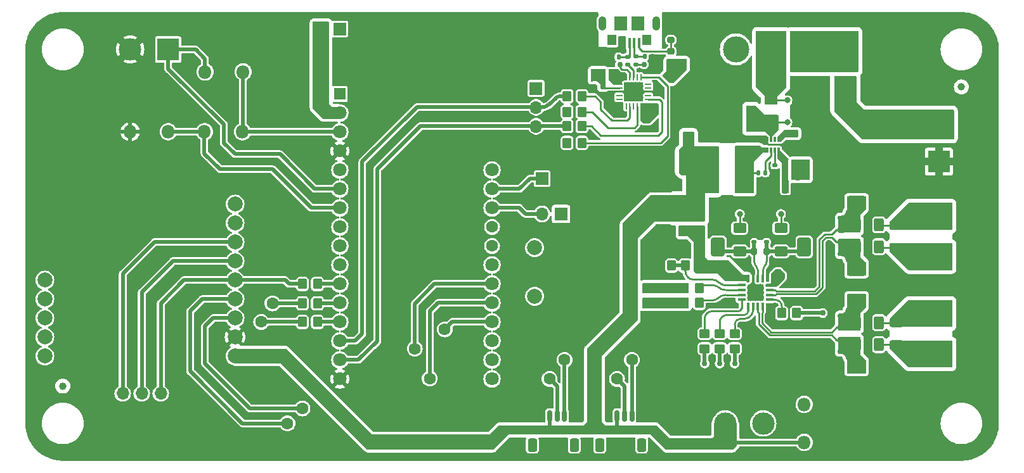
<source format=gbr>
%TF.GenerationSoftware,KiCad,Pcbnew,7.0.8*%
%TF.CreationDate,2024-03-31T13:52:49+01:00*%
%TF.ProjectId,cryoskills_sensor_kit,6372796f-736b-4696-9c6c-735f73656e73,rev?*%
%TF.SameCoordinates,Original*%
%TF.FileFunction,Copper,L1,Top*%
%TF.FilePolarity,Positive*%
%FSLAX46Y46*%
G04 Gerber Fmt 4.6, Leading zero omitted, Abs format (unit mm)*
G04 Created by KiCad (PCBNEW 7.0.8) date 2024-03-31 13:52:49*
%MOMM*%
%LPD*%
G01*
G04 APERTURE LIST*
G04 Aperture macros list*
%AMRoundRect*
0 Rectangle with rounded corners*
0 $1 Rounding radius*
0 $2 $3 $4 $5 $6 $7 $8 $9 X,Y pos of 4 corners*
0 Add a 4 corners polygon primitive as box body*
4,1,4,$2,$3,$4,$5,$6,$7,$8,$9,$2,$3,0*
0 Add four circle primitives for the rounded corners*
1,1,$1+$1,$2,$3*
1,1,$1+$1,$4,$5*
1,1,$1+$1,$6,$7*
1,1,$1+$1,$8,$9*
0 Add four rect primitives between the rounded corners*
20,1,$1+$1,$2,$3,$4,$5,0*
20,1,$1+$1,$4,$5,$6,$7,0*
20,1,$1+$1,$6,$7,$8,$9,0*
20,1,$1+$1,$8,$9,$2,$3,0*%
G04 Aperture macros list end*
%TA.AperFunction,SMDPad,CuDef*%
%ADD10RoundRect,0.200000X0.275000X-0.200000X0.275000X0.200000X-0.275000X0.200000X-0.275000X-0.200000X0*%
%TD*%
%TA.AperFunction,SMDPad,CuDef*%
%ADD11RoundRect,0.225000X0.250000X-0.225000X0.250000X0.225000X-0.250000X0.225000X-0.250000X-0.225000X0*%
%TD*%
%TA.AperFunction,ComponentPad*%
%ADD12C,3.000000*%
%TD*%
%TA.AperFunction,ComponentPad*%
%ADD13R,3.000000X3.000000*%
%TD*%
%TA.AperFunction,SMDPad,CuDef*%
%ADD14R,0.300000X0.670000*%
%TD*%
%TA.AperFunction,SMDPad,CuDef*%
%ADD15RoundRect,0.140000X0.140000X0.170000X-0.140000X0.170000X-0.140000X-0.170000X0.140000X-0.170000X0*%
%TD*%
%TA.AperFunction,SMDPad,CuDef*%
%ADD16RoundRect,0.135000X-0.135000X-0.185000X0.135000X-0.185000X0.135000X0.185000X-0.135000X0.185000X0*%
%TD*%
%TA.AperFunction,SMDPad,CuDef*%
%ADD17RoundRect,0.250000X-0.900000X1.000000X-0.900000X-1.000000X0.900000X-1.000000X0.900000X1.000000X0*%
%TD*%
%TA.AperFunction,SMDPad,CuDef*%
%ADD18RoundRect,0.250000X0.400000X0.625000X-0.400000X0.625000X-0.400000X-0.625000X0.400000X-0.625000X0*%
%TD*%
%TA.AperFunction,ComponentPad*%
%ADD19O,1.700000X1.700000*%
%TD*%
%TA.AperFunction,ComponentPad*%
%ADD20R,1.700000X1.700000*%
%TD*%
%TA.AperFunction,ComponentPad*%
%ADD21C,2.000000*%
%TD*%
%TA.AperFunction,SMDPad,CuDef*%
%ADD22RoundRect,0.250000X0.625000X-0.312500X0.625000X0.312500X-0.625000X0.312500X-0.625000X-0.312500X0*%
%TD*%
%TA.AperFunction,SMDPad,CuDef*%
%ADD23RoundRect,0.250000X0.350000X0.450000X-0.350000X0.450000X-0.350000X-0.450000X0.350000X-0.450000X0*%
%TD*%
%TA.AperFunction,SMDPad,CuDef*%
%ADD24C,1.000000*%
%TD*%
%TA.AperFunction,SMDPad,CuDef*%
%ADD25RoundRect,0.250000X-0.350000X-0.450000X0.350000X-0.450000X0.350000X0.450000X-0.350000X0.450000X0*%
%TD*%
%TA.AperFunction,SMDPad,CuDef*%
%ADD26R,1.600000X5.700000*%
%TD*%
%TA.AperFunction,SMDPad,CuDef*%
%ADD27RoundRect,0.250000X-1.000000X-0.650000X1.000000X-0.650000X1.000000X0.650000X-1.000000X0.650000X0*%
%TD*%
%TA.AperFunction,SMDPad,CuDef*%
%ADD28RoundRect,0.200000X0.200000X0.275000X-0.200000X0.275000X-0.200000X-0.275000X0.200000X-0.275000X0*%
%TD*%
%TA.AperFunction,SMDPad,CuDef*%
%ADD29RoundRect,0.250000X0.450000X-0.350000X0.450000X0.350000X-0.450000X0.350000X-0.450000X-0.350000X0*%
%TD*%
%TA.AperFunction,SMDPad,CuDef*%
%ADD30RoundRect,0.135000X-0.185000X0.135000X-0.185000X-0.135000X0.185000X-0.135000X0.185000X0.135000X0*%
%TD*%
%TA.AperFunction,SMDPad,CuDef*%
%ADD31RoundRect,0.250000X0.250000X0.475000X-0.250000X0.475000X-0.250000X-0.475000X0.250000X-0.475000X0*%
%TD*%
%TA.AperFunction,ComponentPad*%
%ADD32O,1.800000X1.800000*%
%TD*%
%TA.AperFunction,SMDPad,CuDef*%
%ADD33RoundRect,0.250000X0.300000X-0.300000X0.300000X0.300000X-0.300000X0.300000X-0.300000X-0.300000X0*%
%TD*%
%TA.AperFunction,SMDPad,CuDef*%
%ADD34RoundRect,0.218750X-0.256250X0.218750X-0.256250X-0.218750X0.256250X-0.218750X0.256250X0.218750X0*%
%TD*%
%TA.AperFunction,SMDPad,CuDef*%
%ADD35R,2.100000X2.100000*%
%TD*%
%TA.AperFunction,SMDPad,CuDef*%
%ADD36RoundRect,0.087500X-0.425000X0.087500X-0.425000X-0.087500X0.425000X-0.087500X0.425000X0.087500X0*%
%TD*%
%TA.AperFunction,SMDPad,CuDef*%
%ADD37RoundRect,0.087500X-0.087500X0.425000X-0.087500X-0.425000X0.087500X-0.425000X0.087500X0.425000X0*%
%TD*%
%TA.AperFunction,SMDPad,CuDef*%
%ADD38RoundRect,0.250000X-0.450000X0.350000X-0.450000X-0.350000X0.450000X-0.350000X0.450000X0.350000X0*%
%TD*%
%TA.AperFunction,SMDPad,CuDef*%
%ADD39C,2.000000*%
%TD*%
%TA.AperFunction,SMDPad,CuDef*%
%ADD40RoundRect,0.250000X-0.350000X-0.650000X0.350000X-0.650000X0.350000X0.650000X-0.350000X0.650000X0*%
%TD*%
%TA.AperFunction,SMDPad,CuDef*%
%ADD41RoundRect,0.150000X-0.150000X-0.625000X0.150000X-0.625000X0.150000X0.625000X-0.150000X0.625000X0*%
%TD*%
%TA.AperFunction,SMDPad,CuDef*%
%ADD42RoundRect,0.140000X-0.170000X0.140000X-0.170000X-0.140000X0.170000X-0.140000X0.170000X0.140000X0*%
%TD*%
%TA.AperFunction,SMDPad,CuDef*%
%ADD43RoundRect,0.250000X-0.625000X0.400000X-0.625000X-0.400000X0.625000X-0.400000X0.625000X0.400000X0*%
%TD*%
%TA.AperFunction,SMDPad,CuDef*%
%ADD44R,2.500000X2.500000*%
%TD*%
%TA.AperFunction,SMDPad,CuDef*%
%ADD45RoundRect,0.062500X0.062500X0.350000X-0.062500X0.350000X-0.062500X-0.350000X0.062500X-0.350000X0*%
%TD*%
%TA.AperFunction,SMDPad,CuDef*%
%ADD46RoundRect,0.062500X0.350000X0.062500X-0.350000X0.062500X-0.350000X-0.062500X0.350000X-0.062500X0*%
%TD*%
%TA.AperFunction,ComponentPad*%
%ADD47C,3.500000*%
%TD*%
%TA.AperFunction,SMDPad,CuDef*%
%ADD48RoundRect,0.135000X0.135000X0.185000X-0.135000X0.185000X-0.135000X-0.185000X0.135000X-0.185000X0*%
%TD*%
%TA.AperFunction,ComponentPad*%
%ADD49O,1.050000X1.900000*%
%TD*%
%TA.AperFunction,SMDPad,CuDef*%
%ADD50R,1.150000X1.450000*%
%TD*%
%TA.AperFunction,SMDPad,CuDef*%
%ADD51R,1.750000X1.900000*%
%TD*%
%TA.AperFunction,SMDPad,CuDef*%
%ADD52R,0.400000X1.400000*%
%TD*%
%TA.AperFunction,SMDPad,CuDef*%
%ADD53RoundRect,0.135000X0.185000X-0.135000X0.185000X0.135000X-0.185000X0.135000X-0.185000X-0.135000X0*%
%TD*%
%TA.AperFunction,SMDPad,CuDef*%
%ADD54RoundRect,0.250000X0.650000X-1.000000X0.650000X1.000000X-0.650000X1.000000X-0.650000X-1.000000X0*%
%TD*%
%TA.AperFunction,ComponentPad*%
%ADD55C,1.800000*%
%TD*%
%TA.AperFunction,ComponentPad*%
%ADD56C,1.600000*%
%TD*%
%TA.AperFunction,ComponentPad*%
%ADD57R,1.600000X1.600000*%
%TD*%
%TA.AperFunction,SMDPad,CuDef*%
%ADD58RoundRect,0.200000X-0.200000X-0.275000X0.200000X-0.275000X0.200000X0.275000X-0.200000X0.275000X0*%
%TD*%
%TA.AperFunction,SMDPad,CuDef*%
%ADD59RoundRect,0.140000X0.170000X-0.140000X0.170000X0.140000X-0.170000X0.140000X-0.170000X-0.140000X0*%
%TD*%
%TA.AperFunction,SMDPad,CuDef*%
%ADD60RoundRect,0.225000X0.225000X0.250000X-0.225000X0.250000X-0.225000X-0.250000X0.225000X-0.250000X0*%
%TD*%
%TA.AperFunction,ViaPad*%
%ADD61C,0.762000*%
%TD*%
%TA.AperFunction,ViaPad*%
%ADD62C,1.600000*%
%TD*%
%TA.AperFunction,ViaPad*%
%ADD63C,1.400000*%
%TD*%
%TA.AperFunction,ViaPad*%
%ADD64C,0.800000*%
%TD*%
%TA.AperFunction,Conductor*%
%ADD65C,0.508000*%
%TD*%
%TA.AperFunction,Conductor*%
%ADD66C,0.254000*%
%TD*%
G04 APERTURE END LIST*
D10*
%TO.P,C2,2*%
%TO.N,/Power Monitor/INA3221_IN2+*%
X137500000Y-81095000D03*
%TO.P,C2,1*%
%TO.N,/Power Monitor/INA3221_IN2-*%
X137500000Y-82745000D03*
%TD*%
D11*
%TO.P,C16,2*%
%TO.N,GND*%
X116250000Y-57300000D03*
%TO.P,C16,1*%
%TO.N,Net-(U4-VCC)*%
X116250000Y-58850000D03*
%TD*%
D12*
%TO.P,J11,3,Pin_3*%
%TO.N,/DS18B20_DATA*%
X127039998Y-107000000D03*
%TO.P,J11,2,Pin_2*%
%TO.N,/VCC_3V3*%
X121959998Y-107000000D03*
D13*
%TO.P,J11,1,Pin_1*%
%TO.N,GND*%
X116879998Y-107000000D03*
%TD*%
D14*
%TO.P,U3,8,FB*%
%TO.N,Net-(U3-FB)*%
X129080000Y-70480000D03*
%TO.P,U3,7,SS*%
%TO.N,Net-(U3-SS)*%
X128580000Y-70480000D03*
%TO.P,U3,6,BST*%
%TO.N,Net-(U3-BST)*%
X128080000Y-70480000D03*
%TO.P,U3,5,SW*%
%TO.N,Net-(U3-SW)*%
X127580000Y-70480000D03*
%TO.P,U3,4,GND*%
%TO.N,GND*%
X127580000Y-69000000D03*
%TO.P,U3,3,VIN*%
%TO.N,/Isense_VCC_B*%
X128080000Y-69000000D03*
%TO.P,U3,2,EN*%
%TO.N,unconnected-(U3-EN-Pad2)*%
X128580000Y-69000000D03*
%TO.P,U3,1,RT*%
%TO.N,Net-(U3-RT)*%
X129080000Y-69000000D03*
%TD*%
D15*
%TO.P,C9,2*%
%TO.N,Net-(U3-FB)*%
X130080000Y-72500001D03*
%TO.P,C9,1*%
%TO.N,/VCC_3V3*%
X131040000Y-72500001D03*
%TD*%
D16*
%TO.P,C12,2*%
%TO.N,Net-(J13-D+)*%
X107712220Y-57972501D03*
%TO.P,C12,1*%
%TO.N,GND*%
X106692220Y-57972501D03*
%TD*%
D17*
%TO.P,D1,2,A*%
%TO.N,/V_BAT*%
X138000000Y-62050000D03*
%TO.P,D1,1,K*%
%TO.N,Net-(D1-K)*%
X138000000Y-57750000D03*
%TD*%
D18*
%TO.P,R13,2*%
%TO.N,/Power Monitor/INA3221_IN1+*%
X139400000Y-93537500D03*
%TO.P,R13,1*%
%TO.N,/Isense_Battery_A*%
X142500000Y-93537500D03*
%TD*%
D10*
%TO.P,C14,2*%
%TO.N,GND*%
X114702221Y-54049997D03*
%TO.P,C14,1*%
%TO.N,Net-(J13-VBUS)*%
X114702221Y-55699997D03*
%TD*%
D19*
%TO.P,J12,4,Pin_4*%
%TO.N,GND*%
X96700000Y-69820000D03*
%TO.P,J12,3,Pin_3*%
%TO.N,/UART_TXuC*%
X96700000Y-67280000D03*
%TO.P,J12,2,Pin_2*%
%TO.N,/UART_RXuC*%
X96700000Y-64740000D03*
D20*
%TO.P,J12,1,Pin_1*%
%TO.N,/VCC_3V3*%
X96700000Y-62200000D03*
%TD*%
D18*
%TO.P,R14,2*%
%TO.N,/Power Monitor/INA3221_IN1-*%
X139400000Y-96462500D03*
%TO.P,R14,1*%
%TO.N,/Isense_Battery_B*%
X142500000Y-96462500D03*
%TD*%
D21*
%TO.P,SW2,2,2*%
%TO.N,GND*%
X101000000Y-83500000D03*
X101000000Y-90000000D03*
%TO.P,SW2,1,1*%
%TO.N,/~{RESET}*%
X96500000Y-83500000D03*
X96500000Y-90000000D03*
%TD*%
D22*
%TO.P,R2,2*%
%TO.N,/Isense_Battery_A*%
X144817500Y-93537500D03*
%TO.P,R2,1*%
%TO.N,/Isense_Battery_B*%
X144817500Y-96462500D03*
%TD*%
D23*
%TO.P,R19,2*%
%TO.N,/Power Monitor/INA3221_I2CAddress*%
X116600000Y-85900000D03*
%TO.P,R19,1*%
%TO.N,/Power Monitor/VCC_INA3221*%
X118600000Y-85900000D03*
%TD*%
D24*
%TO.P,FID1,*%
%TO.N,*%
X33500000Y-102000000D03*
%TD*%
D12*
%TO.P,J1,2,Pin_2*%
%TO.N,/V_BAT*%
X150500000Y-66920000D03*
D13*
%TO.P,J1,1,Pin_1*%
%TO.N,GND*%
X150500000Y-72000000D03*
%TD*%
D23*
%TO.P,R33,2*%
%TO.N,/~{RTS}*%
X100832220Y-65338311D03*
%TO.P,R33,1*%
%TO.N,Net-(U4-~{RTS})*%
X102832220Y-65338311D03*
%TD*%
D18*
%TO.P,R11,2*%
%TO.N,/Power Monitor/INA3221_IN2+*%
X139400000Y-80457500D03*
%TO.P,R11,1*%
%TO.N,/Isense_Panel_A*%
X142500000Y-80457500D03*
%TD*%
D25*
%TO.P,R7,2*%
%TO.N,Net-(A1-MISO{slash}D22)*%
X67500000Y-93430000D03*
%TO.P,R7,1*%
%TO.N,/MISO*%
X65500000Y-93430000D03*
%TD*%
D22*
%TO.P,R1,2*%
%TO.N,/Isense_Panel_A*%
X144817500Y-80537500D03*
%TO.P,R1,1*%
%TO.N,/Isense_Panel_B*%
X144817500Y-83462500D03*
%TD*%
D26*
%TO.P,L1,2,2*%
%TO.N,/VCC_3V3*%
X119880000Y-72995000D03*
%TO.P,L1,1,1*%
%TO.N,Net-(U3-SW)*%
X124580000Y-72995000D03*
%TD*%
D27*
%TO.P,D6,2,A*%
%TO.N,GND*%
X143500000Y-90580000D03*
%TO.P,D6,1,K*%
%TO.N,/Power Monitor/INA3221_IN1+*%
X139500000Y-90580000D03*
%TD*%
D28*
%TO.P,R29,2*%
%TO.N,Net-(U3-FB)*%
X129950000Y-74000000D03*
%TO.P,R29,1*%
%TO.N,/VCC_3V3*%
X131600000Y-74000000D03*
%TD*%
D29*
%TO.P,R22,2*%
%TO.N,unconnected-(R22-Pad2)*%
X119216251Y-95000000D03*
%TO.P,R22,1*%
%TO.N,/Power Monitor/VCC_INA3221*%
X119216251Y-97000000D03*
%TD*%
D30*
%TO.P,R35,2*%
%TO.N,Net-(U4-USBDP)*%
X108964222Y-58992501D03*
%TO.P,R35,1*%
%TO.N,Net-(J13-D+)*%
X108964222Y-57972501D03*
%TD*%
D31*
%TO.P,C5,2*%
%TO.N,GND*%
X123350000Y-67250000D03*
%TO.P,C5,1*%
%TO.N,/Isense_VCC_B*%
X125250000Y-67250000D03*
%TD*%
D32*
%TO.P,R24,2*%
%TO.N,/ADC_RTDp*%
X52500000Y-60000000D03*
%TO.P,R24,1*%
%TO.N,/ADC_REF+*%
X57580000Y-60000000D03*
%TD*%
D25*
%TO.P,R5,2*%
%TO.N,/SDA*%
X111500000Y-90900000D03*
%TO.P,R5,1*%
%TO.N,/VCC_3V3*%
X109500000Y-90900000D03*
%TD*%
D33*
%TO.P,D8,2,A*%
%TO.N,GND*%
X117117351Y-65979812D03*
%TO.P,D8,1,K*%
%TO.N,/VCC_3V3*%
X117117351Y-68779812D03*
%TD*%
D34*
%TO.P,FB1,2*%
%TO.N,Net-(U4-VCC)*%
X114702221Y-58850000D03*
%TO.P,FB1,1*%
%TO.N,Net-(J13-VBUS)*%
X114702221Y-57275000D03*
%TD*%
D35*
%TO.P,U2,17,EP*%
%TO.N,GND*%
X126000000Y-89500000D03*
D36*
%TO.P,U2,16,VPU*%
%TO.N,/Power Monitor/VCC_INA3221*%
X127862500Y-88525000D03*
%TO.P,U2,15,IN+2*%
%TO.N,/Power Monitor/INA3221_IN2+*%
X127862500Y-89175000D03*
%TO.P,U2,14,IN-2*%
%TO.N,/Power Monitor/INA3221_IN2-*%
X127862500Y-89825000D03*
%TO.P,U2,13,TC*%
%TO.N,unconnected-(R23-Pad2)*%
X127862500Y-90475000D03*
D37*
%TO.P,U2,12,IN+1*%
%TO.N,/Power Monitor/INA3221_IN1+*%
X126975000Y-91362500D03*
%TO.P,U2,11,IN-1*%
%TO.N,/Power Monitor/INA3221_IN1-*%
X126325000Y-91362500D03*
%TO.P,U2,10,PV*%
%TO.N,unconnected-(R16-Pad2)*%
X125675000Y-91362500D03*
%TO.P,U2,9,CRITICAL*%
%TO.N,unconnected-(R18-Pad2)*%
X125025000Y-91362500D03*
D36*
%TO.P,U2,8,WARNING*%
%TO.N,unconnected-(R22-Pad2)*%
X124137500Y-90475000D03*
%TO.P,U2,7,SDA*%
%TO.N,Net-(U2-SDA)*%
X124137500Y-89825000D03*
%TO.P,U2,6,SCL*%
%TO.N,Net-(U2-SCL)*%
X124137500Y-89175000D03*
%TO.P,U2,5,A0*%
%TO.N,/Power Monitor/INA3221_I2CAddress*%
X124137500Y-88525000D03*
D37*
%TO.P,U2,4,VS*%
%TO.N,/Power Monitor/VCC_INA3221*%
X125025000Y-87637500D03*
%TO.P,U2,3,GND*%
%TO.N,GND*%
X125675000Y-87637500D03*
%TO.P,U2,2,IN+3*%
%TO.N,/Power Monitor/INA3221_IN3+*%
X126325000Y-87637500D03*
%TO.P,U2,1,IN-3*%
%TO.N,/Power Monitor/INA3221_IN3-*%
X126975000Y-87637500D03*
%TD*%
D23*
%TO.P,R32,2*%
%TO.N,/UART_TXuC*%
X100832220Y-67254156D03*
%TO.P,R32,1*%
%TO.N,Net-(U4-RXD)*%
X102832220Y-67254156D03*
%TD*%
D38*
%TO.P,R15,2*%
%TO.N,/Power Monitor/VCC_INA3221*%
X118250000Y-81250000D03*
%TO.P,R15,1*%
%TO.N,/VCC_3V3*%
X118250000Y-79250000D03*
%TD*%
D39*
%TO.P,TP1,1,1*%
%TO.N,/VCC_3V3*%
X117100000Y-71400000D03*
%TD*%
D29*
%TO.P,R18,2*%
%TO.N,unconnected-(R18-Pad2)*%
X121216251Y-95000000D03*
%TO.P,R18,1*%
%TO.N,/Power Monitor/VCC_INA3221*%
X121216251Y-97000000D03*
%TD*%
D18*
%TO.P,R12,2*%
%TO.N,/Power Monitor/INA3221_IN2-*%
X139400000Y-83382500D03*
%TO.P,R12,1*%
%TO.N,/Isense_Panel_B*%
X142500000Y-83382500D03*
%TD*%
D23*
%TO.P,R17,2*%
%TO.N,/SDA*%
X116500000Y-90900000D03*
%TO.P,R17,1*%
%TO.N,Net-(U2-SDA)*%
X118500000Y-90900000D03*
%TD*%
D32*
%TO.P,R27,2*%
%TO.N,/DS18B20_DATA*%
X132500000Y-104460000D03*
%TO.P,R27,1*%
%TO.N,/VCC_3V3*%
X132500000Y-109540000D03*
%TD*%
D40*
%TO.P,J9,MP*%
%TO.N,N/C*%
X110800000Y-109875000D03*
X105200000Y-109875000D03*
D41*
%TO.P,J9,4,Pin_4*%
%TO.N,/SCL*%
X109500000Y-106000000D03*
%TO.P,J9,3,Pin_3*%
%TO.N,/SDA*%
X108500000Y-106000000D03*
%TO.P,J9,2,Pin_2*%
%TO.N,/VCC_3V3*%
X107500000Y-106000000D03*
%TO.P,J9,1,Pin_1*%
%TO.N,GND*%
X106500000Y-106000000D03*
%TD*%
D40*
%TO.P,J10,MP*%
%TO.N,N/C*%
X101800000Y-109875000D03*
X96200000Y-109875000D03*
D41*
%TO.P,J10,4,Pin_4*%
%TO.N,/SCL*%
X100500000Y-106000000D03*
%TO.P,J10,3,Pin_3*%
%TO.N,/SDA*%
X99500000Y-106000000D03*
%TO.P,J10,2,Pin_2*%
%TO.N,/VCC_3V3*%
X98500000Y-106000000D03*
%TO.P,J10,1,Pin_1*%
%TO.N,GND*%
X97500000Y-106000000D03*
%TD*%
D10*
%TO.P,C4,2*%
%TO.N,/Power Monitor/VCC_INA3221*%
X116500000Y-81250000D03*
%TO.P,C4,1*%
%TO.N,GND*%
X116500000Y-82900000D03*
%TD*%
D19*
%TO.P,J5,2,Pin_2*%
%TO.N,/VBUS_Adalogger*%
X97500000Y-79000000D03*
D20*
%TO.P,J5,1,Pin_1*%
%TO.N,/V_BUS*%
X100040000Y-79000000D03*
%TD*%
D16*
%TO.P,R28,2*%
%TO.N,GND*%
X132415000Y-68250000D03*
%TO.P,R28,1*%
%TO.N,Net-(U3-RT)*%
X131395000Y-68250000D03*
%TD*%
D29*
%TO.P,R16,2*%
%TO.N,unconnected-(R16-Pad2)*%
X123216251Y-95000000D03*
%TO.P,R16,1*%
%TO.N,/Power Monitor/VCC_INA3221*%
X123216251Y-97000000D03*
%TD*%
D32*
%TO.P,R26,2*%
%TO.N,GND*%
X42500000Y-68000000D03*
%TO.P,R26,1*%
%TO.N,/ADC_RTDm*%
X47580000Y-68000000D03*
%TD*%
D42*
%TO.P,C17,2*%
%TO.N,/Power Monitor/INA3221_IN3+*%
X125825000Y-82750000D03*
%TO.P,C17,1*%
%TO.N,GND*%
X125825000Y-81790000D03*
%TD*%
D23*
%TO.P,R23,2*%
%TO.N,unconnected-(R23-Pad2)*%
X129500000Y-92250000D03*
%TO.P,R23,1*%
%TO.N,/Power Monitor/VCC_INA3221*%
X131500000Y-92250000D03*
%TD*%
D43*
%TO.P,R9,2*%
%TO.N,/Power Monitor/INA3221_IN3+*%
X123900000Y-83999999D03*
%TO.P,R9,1*%
%TO.N,/Isense_VCC_A*%
X123900000Y-80899999D03*
%TD*%
D23*
%TO.P,R21,2*%
%TO.N,/SCL*%
X116500000Y-88925000D03*
%TO.P,R21,1*%
%TO.N,Net-(U2-SCL)*%
X118500000Y-88925000D03*
%TD*%
D19*
%TO.P,J4,2,Pin_2*%
%TO.N,/VCC_3V3_Adalogger*%
X67960000Y-54250000D03*
D20*
%TO.P,J4,1,Pin_1*%
%TO.N,/VCC_3V3*%
X70500000Y-54250000D03*
%TD*%
D43*
%TO.P,R10,2*%
%TO.N,/Power Monitor/INA3221_IN3-*%
X129400000Y-84000000D03*
%TO.P,R10,1*%
%TO.N,/Isense_VCC_B*%
X129400000Y-80900000D03*
%TD*%
D44*
%TO.P,U4,21,GND*%
%TO.N,GND*%
X109732222Y-62650001D03*
D45*
%TO.P,U4,20,VCCIO*%
%TO.N,Net-(U4-3V3OUT)*%
X110732222Y-64587501D03*
%TO.P,U4,19,~{RTS}*%
%TO.N,Net-(U4-~{RTS})*%
X110232222Y-64587501D03*
%TO.P,U4,18,~{DTR}*%
%TO.N,unconnected-(U4-~{DTR}-Pad18)*%
X109732222Y-64587501D03*
%TO.P,U4,17,TXD*%
%TO.N,Net-(U4-TXD)*%
X109232222Y-64587501D03*
%TO.P,U4,16,CBUS3*%
%TO.N,unconnected-(U4-CBUS3-Pad16)*%
X108732222Y-64587501D03*
D46*
%TO.P,U4,15,CBUS0*%
%TO.N,unconnected-(U4-CBUS0-Pad15)*%
X107794722Y-63650001D03*
%TO.P,U4,14,CBUS1*%
%TO.N,unconnected-(U4-CBUS1-Pad14)*%
X107794722Y-63150001D03*
%TO.P,U4,13,GND*%
%TO.N,GND*%
X107794722Y-62650001D03*
%TO.P,U4,12,VCC*%
%TO.N,Net-(U4-VCC)*%
X107794722Y-62150001D03*
%TO.P,U4,11,~{RESET}*%
%TO.N,Net-(U4-3V3OUT)*%
X107794722Y-61650001D03*
D45*
%TO.P,U4,10,3V3OUT*%
X108732222Y-60712501D03*
%TO.P,U4,9,USBDM*%
%TO.N,Net-(U4-USBDM)*%
X109232222Y-60712501D03*
%TO.P,U4,8,USBDP*%
%TO.N,Net-(U4-USBDP)*%
X109732222Y-60712501D03*
%TO.P,U4,7,CBUS2*%
%TO.N,unconnected-(U4-CBUS2-Pad7)*%
X110232222Y-60712501D03*
%TO.P,U4,6,~{CTS}*%
%TO.N,Net-(U4-~{CTS})*%
X110732222Y-60712501D03*
D46*
%TO.P,U4,5,~{DCD}*%
%TO.N,unconnected-(U4-~{DCD}-Pad5)*%
X111669722Y-61650001D03*
%TO.P,U4,4,~{DSR}*%
%TO.N,unconnected-(U4-~{DSR}-Pad4)*%
X111669722Y-62150001D03*
%TO.P,U4,3,GND*%
%TO.N,GND*%
X111669722Y-62650001D03*
%TO.P,U4,2,~{RI}*%
%TO.N,unconnected-(U4-~{RI}-Pad2)*%
X111669722Y-63150001D03*
%TO.P,U4,1,RXD*%
%TO.N,Net-(U4-RXD)*%
X111669722Y-63650001D03*
%TD*%
D12*
%TO.P,J2,2,Pin_2*%
%TO.N,/Isense_Panel_A*%
X150500000Y-79460000D03*
D13*
%TO.P,J2,1,Pin_1*%
%TO.N,/Isense_Panel_B*%
X150500000Y-84540000D03*
%TD*%
D19*
%TO.P,J8,4,Pin_4*%
%TO.N,/MOSI*%
X41500000Y-103000000D03*
%TO.P,J8,3,Pin_3*%
%TO.N,/MISO*%
X44040000Y-103000000D03*
%TO.P,J8,2,Pin_2*%
%TO.N,/SCK*%
X46580000Y-103000000D03*
D20*
%TO.P,J8,1,Pin_1*%
%TO.N,GND*%
X49120000Y-103000000D03*
%TD*%
D25*
%TO.P,R8,2*%
%TO.N,Net-(A1-MOSI{slash}D23)*%
X67500000Y-90950000D03*
%TO.P,R8,1*%
%TO.N,/MOSI*%
X65500000Y-90950000D03*
%TD*%
D47*
%TO.P,SW1,3,C*%
%TO.N,/V_BUS*%
X123380000Y-57000000D03*
%TO.P,SW1,2,B*%
%TO.N,/Isense_VCC_A*%
X128080000Y-57000000D03*
%TO.P,SW1,1,A*%
%TO.N,Net-(D1-K)*%
X132780000Y-57000000D03*
%TD*%
D23*
%TO.P,R34,2*%
%TO.N,/~{CTS}*%
X100832220Y-69500000D03*
%TO.P,R34,1*%
%TO.N,Net-(U4-~{CTS})*%
X102832220Y-69500000D03*
%TD*%
D32*
%TO.P,R25,2*%
%TO.N,/ADC_RTDm*%
X52420000Y-68000000D03*
%TO.P,R25,1*%
%TO.N,/ADC_REF+*%
X57500000Y-68000000D03*
%TD*%
D25*
%TO.P,R6,2*%
%TO.N,Net-(A1-SCK{slash}D24)*%
X67500000Y-88350000D03*
%TO.P,R6,1*%
%TO.N,/SCK*%
X65500000Y-88350000D03*
%TD*%
D23*
%TO.P,R31,2*%
%TO.N,/UART_RXuC*%
X100832220Y-63250000D03*
%TO.P,R31,1*%
%TO.N,Net-(U4-TXD)*%
X102832220Y-63250000D03*
%TD*%
D24*
%TO.P,FID2,*%
%TO.N,*%
X153500000Y-62000000D03*
%TD*%
D10*
%TO.P,C3,2*%
%TO.N,/Power Monitor/INA3221_IN1+*%
X137500000Y-94175000D03*
%TO.P,C3,1*%
%TO.N,/Power Monitor/INA3221_IN1-*%
X137500000Y-95825000D03*
%TD*%
D48*
%TO.P,C11,2*%
%TO.N,Net-(J13-D-)*%
X111202220Y-57962501D03*
%TO.P,C11,1*%
%TO.N,GND*%
X112222220Y-57962501D03*
%TD*%
D42*
%TO.P,C19,2*%
%TO.N,/Power Monitor/INA3221_IN2+*%
X137335000Y-79500000D03*
%TO.P,C19,1*%
%TO.N,GND*%
X137335000Y-78540000D03*
%TD*%
D28*
%TO.P,C1,2*%
%TO.N,/Power Monitor/INA3221_IN3+*%
X125825000Y-84000000D03*
%TO.P,C1,1*%
%TO.N,/Power Monitor/INA3221_IN3-*%
X127475000Y-84000000D03*
%TD*%
D21*
%TO.P,U1,14,G1*%
%TO.N,unconnected-(U1-G1-Pad14)*%
X31100000Y-98000000D03*
%TO.P,U1,13,G2*%
%TO.N,unconnected-(U1-G2-Pad13)*%
X31100000Y-95460000D03*
%TO.P,U1,12,G3*%
%TO.N,unconnected-(U1-G3-Pad12)*%
X31100000Y-92920000D03*
%TO.P,U1,11,G4*%
%TO.N,unconnected-(U1-G4-Pad11)*%
X31100000Y-90380000D03*
%TO.P,U1,10,G5*%
%TO.N,unconnected-(U1-G5-Pad10)*%
X31100000Y-87840000D03*
%TO.P,U1,9,~{RST}*%
%TO.N,/~{RESET}*%
X56500000Y-77680000D03*
%TO.P,U1,8,CS*%
%TO.N,/RADIO_CS*%
X56500000Y-80220000D03*
%TO.P,U1,7,MOSI*%
%TO.N,/MOSI*%
X56500000Y-82760000D03*
%TO.P,U1,6,MISO*%
%TO.N,/MISO*%
X56500000Y-85300000D03*
%TO.P,U1,5,SCK*%
%TO.N,/SCK*%
X56500000Y-87840000D03*
%TO.P,U1,4,G0*%
%TO.N,/RADIO_IRQ*%
X56500000Y-90380000D03*
%TO.P,U1,3,EN*%
%TO.N,/RADIO_EN*%
X56500000Y-92920000D03*
%TO.P,U1,2,GND*%
%TO.N,GND*%
X56500000Y-95460000D03*
%TO.P,U1,1,VIN*%
%TO.N,/VCC_3V3*%
X56500000Y-98000000D03*
%TD*%
D49*
%TO.P,J13,6*%
%TO.N,N/C*%
X105582220Y-53500000D03*
D50*
X106837220Y-55730000D03*
D51*
X108032220Y-53500000D03*
X110282220Y-53500000D03*
D50*
X111477220Y-55730000D03*
D49*
X112732220Y-53500000D03*
D52*
%TO.P,J13,5,Shield*%
%TO.N,GND*%
X107857220Y-56150000D03*
%TO.P,J13,4,GND*%
X108507220Y-56150000D03*
%TO.P,J13,3,D+*%
%TO.N,Net-(J13-D+)*%
X109157220Y-56150000D03*
%TO.P,J13,2,D-*%
%TO.N,Net-(J13-D-)*%
X109807220Y-56150000D03*
%TO.P,J13,1,VBUS*%
%TO.N,Net-(J13-VBUS)*%
X110457220Y-56150000D03*
%TD*%
D19*
%TO.P,J6,2,Pin_2*%
%TO.N,GND*%
X100040000Y-74250000D03*
D20*
%TO.P,J6,1,Pin_1*%
%TO.N,Net-(A1-EN)*%
X97500000Y-74250000D03*
%TD*%
D42*
%TO.P,C21,2*%
%TO.N,/Power Monitor/INA3221_IN1+*%
X137335000Y-92600000D03*
%TO.P,C21,1*%
%TO.N,GND*%
X137335000Y-91640000D03*
%TD*%
D53*
%TO.P,C13,2*%
%TO.N,Net-(U4-3V3OUT)*%
X111332220Y-66600000D03*
%TO.P,C13,1*%
%TO.N,GND*%
X111332220Y-67620000D03*
%TD*%
D27*
%TO.P,D5,2,A*%
%TO.N,GND*%
X143500000Y-86340000D03*
%TO.P,D5,1,K*%
%TO.N,/Power Monitor/INA3221_IN2-*%
X139500000Y-86340000D03*
%TD*%
D25*
%TO.P,R4,2*%
%TO.N,/SCL*%
X111500000Y-88925000D03*
%TO.P,R4,1*%
%TO.N,/VCC_3V3*%
X109500000Y-88925000D03*
%TD*%
D54*
%TO.P,D2,2,A*%
%TO.N,GND*%
X121000000Y-79400000D03*
%TO.P,D2,1,K*%
%TO.N,/Power Monitor/INA3221_IN3+*%
X121000000Y-83400000D03*
%TD*%
D16*
%TO.P,C15,2*%
%TO.N,Net-(U4-VCC)*%
X105530001Y-61957002D03*
%TO.P,C15,1*%
%TO.N,GND*%
X104510001Y-61957002D03*
%TD*%
D12*
%TO.P,J3,2,Pin_2*%
%TO.N,/Isense_Battery_A*%
X150500000Y-92460000D03*
D13*
%TO.P,J3,1,Pin_1*%
%TO.N,/Isense_Battery_B*%
X150500000Y-97540000D03*
%TD*%
D27*
%TO.P,D4,2,A*%
%TO.N,GND*%
X143500000Y-77500000D03*
%TO.P,D4,1,K*%
%TO.N,/Power Monitor/INA3221_IN2+*%
X139500000Y-77500000D03*
%TD*%
D30*
%TO.P,R36,2*%
%TO.N,Net-(U4-USBDM)*%
X110000221Y-58982499D03*
%TO.P,R36,1*%
%TO.N,Net-(J13-D-)*%
X110000221Y-57962499D03*
%TD*%
D55*
%TO.P,A1,28,VBAT*%
%TO.N,unconnected-(A1-VBAT-Pad28)*%
X90820000Y-73110000D03*
%TO.P,A1,27,EN*%
%TO.N,Net-(A1-EN)*%
X90820000Y-75650000D03*
%TO.P,A1,26,USB*%
%TO.N,/VBUS_Adalogger*%
X90820000Y-78190000D03*
D56*
%TO.P,A1,25,D13*%
%TO.N,unconnected-(A1-D13-Pad25)*%
X90820000Y-80730000D03*
%TO.P,A1,24,D12*%
%TO.N,unconnected-(A1-D12-Pad24)*%
X90820000Y-83270000D03*
D55*
%TO.P,A1,23,D11*%
%TO.N,/ADC_REF+*%
X90820000Y-85810000D03*
%TO.P,A1,22,D10*%
%TO.N,/RADIO_CS*%
X90820000Y-88350000D03*
%TO.P,A1,21,D9*%
%TO.N,/RADIO_IRQ*%
X90820000Y-90890000D03*
%TO.P,A1,20,D6*%
%TO.N,/RADIO_EN*%
X90820000Y-93430000D03*
%TO.P,A1,19,D5*%
%TO.N,/DS18B20_DATA*%
X90820000Y-95970000D03*
%TO.P,A1,18,SCL/D21*%
%TO.N,/SCL*%
X90820000Y-98510000D03*
%TO.P,A1,17,SDA/D20*%
%TO.N,/SDA*%
X90820000Y-101050000D03*
%TO.P,A1,16,GND*%
%TO.N,GND*%
X70500000Y-101050000D03*
%TO.P,A1,15,TX/D1*%
%TO.N,/UART_TXuC*%
X70500000Y-98510000D03*
%TO.P,A1,14,RX/D0*%
%TO.N,/UART_RXuC*%
X70500000Y-95970000D03*
%TO.P,A1,13,MISO/D22*%
%TO.N,Net-(A1-MISO{slash}D22)*%
X70500000Y-93430000D03*
%TO.P,A1,12,MOSI/D23*%
%TO.N,Net-(A1-MOSI{slash}D23)*%
X70500000Y-90890000D03*
%TO.P,A1,11,SCK/D24*%
%TO.N,Net-(A1-SCK{slash}D24)*%
X70500000Y-88350000D03*
%TO.P,A1,10,A5*%
%TO.N,unconnected-(A1-A5-Pad10)*%
X70500000Y-85810000D03*
%TO.P,A1,9,A4*%
%TO.N,unconnected-(A1-A4-Pad9)*%
X70500000Y-83270000D03*
%TO.P,A1,8,A3*%
%TO.N,unconnected-(A1-A3-Pad8)*%
X70500000Y-80730000D03*
%TO.P,A1,7,A2*%
%TO.N,/ADC_RTDm*%
X70500000Y-78190000D03*
%TO.P,A1,6,A1*%
%TO.N,/ADC_RTDp*%
X70500000Y-75650000D03*
%TO.P,A1,5,DAC0/A0*%
%TO.N,unconnected-(A1-DAC0{slash}A0-Pad5)*%
X70500000Y-73110000D03*
%TO.P,A1,4,GND*%
%TO.N,GND*%
X70500000Y-70570000D03*
%TO.P,A1,3,AREF*%
%TO.N,/ADC_REF+*%
X70500000Y-68030000D03*
%TO.P,A1,2,3V3*%
%TO.N,/VCC_3V3_Adalogger*%
X70500000Y-65490000D03*
D57*
%TO.P,A1,1,~{RESET}*%
%TO.N,/~{RESET}*%
X70500000Y-62950000D03*
%TD*%
D22*
%TO.P,R3,2*%
%TO.N,/Isense_VCC_A*%
X128080000Y-63787500D03*
%TO.P,R3,1*%
%TO.N,/Isense_VCC_B*%
X128080000Y-66712500D03*
%TD*%
D12*
%TO.P,J7,2,Pin_2*%
%TO.N,GND*%
X42500000Y-57000000D03*
D13*
%TO.P,J7,1,Pin_1*%
%TO.N,/ADC_RTDp*%
X47580000Y-57000000D03*
%TD*%
D31*
%TO.P,C10,2*%
%TO.N,GND*%
X115600001Y-75120000D03*
%TO.P,C10,1*%
%TO.N,/VCC_3V3*%
X117500001Y-75120000D03*
%TD*%
D23*
%TO.P,R20,2*%
%TO.N,GND*%
X112774999Y-85900000D03*
%TO.P,R20,1*%
%TO.N,/Power Monitor/INA3221_I2CAddress*%
X114774999Y-85900000D03*
%TD*%
D15*
%TO.P,C8,2*%
%TO.N,Net-(U3-SW)*%
X126369999Y-73500002D03*
%TO.P,C8,1*%
%TO.N,Net-(U3-BST)*%
X127329999Y-73500002D03*
%TD*%
D42*
%TO.P,C18,2*%
%TO.N,/Power Monitor/INA3221_IN3-*%
X127475000Y-82750000D03*
%TO.P,C18,1*%
%TO.N,GND*%
X127475000Y-81790000D03*
%TD*%
D27*
%TO.P,D7,2,A*%
%TO.N,GND*%
X143500000Y-99420000D03*
%TO.P,D7,1,K*%
%TO.N,/Power Monitor/INA3221_IN1-*%
X139500000Y-99420000D03*
%TD*%
D58*
%TO.P,R30,2*%
%TO.N,GND*%
X131600000Y-75750001D03*
%TO.P,R30,1*%
%TO.N,Net-(U3-FB)*%
X129950000Y-75750001D03*
%TD*%
D59*
%TO.P,C20,2*%
%TO.N,/Power Monitor/INA3221_IN2-*%
X137335000Y-84350000D03*
%TO.P,C20,1*%
%TO.N,GND*%
X137335000Y-85310000D03*
%TD*%
%TO.P,C22,2*%
%TO.N,/Power Monitor/INA3221_IN1-*%
X137335000Y-97400000D03*
%TO.P,C22,1*%
%TO.N,GND*%
X137335000Y-98360000D03*
%TD*%
D60*
%TO.P,C6,2*%
%TO.N,GND*%
X123650000Y-65250000D03*
%TO.P,C6,1*%
%TO.N,/Isense_VCC_B*%
X125200000Y-65250000D03*
%TD*%
D54*
%TO.P,D3,2,A*%
%TO.N,GND*%
X132500000Y-79400000D03*
%TO.P,D3,1,K*%
%TO.N,/Power Monitor/INA3221_IN3-*%
X132500000Y-83400000D03*
%TD*%
D42*
%TO.P,C7,2*%
%TO.N,GND*%
X128579997Y-73460002D03*
%TO.P,C7,1*%
%TO.N,Net-(U3-SS)*%
X128579997Y-72500002D03*
%TD*%
D61*
%TO.N,GND*%
X137335000Y-99200000D03*
X72000000Y-87000000D03*
X84000000Y-101000000D03*
X134000000Y-69500000D03*
X77000000Y-88500000D03*
X121500000Y-68750000D03*
D62*
X51000000Y-77000000D03*
X144750000Y-101500000D03*
D61*
X113000000Y-62000000D03*
D62*
X46000000Y-77000000D03*
X31000000Y-62000000D03*
D61*
X113000000Y-58849999D03*
X114700000Y-53100000D03*
X126500000Y-69000000D03*
D62*
X36000000Y-82000000D03*
D61*
X79000000Y-96500000D03*
X74500000Y-100000000D03*
D62*
X63500000Y-57000000D03*
D61*
X137335000Y-77600000D03*
X110250000Y-70750000D03*
D62*
X143500000Y-75000000D03*
D61*
X120000000Y-63000000D03*
X74500000Y-74500000D03*
X125500000Y-69000000D03*
X100000000Y-77000000D03*
X99000000Y-99500000D03*
D62*
X31000000Y-72000000D03*
X145500000Y-71000000D03*
D61*
X74500000Y-106000000D03*
D62*
X144500000Y-88500000D03*
D61*
X72000000Y-89500000D03*
X106700000Y-63150001D03*
X93500000Y-110000000D03*
X137300000Y-90800000D03*
X72500000Y-97000000D03*
X74500000Y-77000000D03*
X86500000Y-68500000D03*
X134080000Y-65750000D03*
X58750000Y-69500000D03*
D62*
X31000000Y-77000000D03*
D61*
X55000000Y-84000000D03*
X118750000Y-66000000D03*
D62*
X88500000Y-59500000D03*
D61*
X87500000Y-66000000D03*
D62*
X83500000Y-59500000D03*
X141500000Y-57000000D03*
D61*
X133080000Y-65000000D03*
X51000000Y-58500000D03*
D62*
X36000000Y-77000000D03*
D61*
X94000000Y-81500000D03*
X52250000Y-66250000D03*
X131500000Y-64500000D03*
X90500000Y-66000000D03*
X124500000Y-69000000D03*
X90000000Y-63000000D03*
X77000000Y-96500000D03*
D62*
X124250000Y-60000000D03*
D61*
X121500000Y-77400000D03*
X135580000Y-67250000D03*
X71500000Y-110000000D03*
X74000000Y-69500000D03*
X65500000Y-81250000D03*
D62*
X142500000Y-71000000D03*
X114080000Y-75120000D03*
X31000000Y-84500000D03*
D61*
X67000000Y-73500000D03*
X79500000Y-70500000D03*
X117500000Y-99000000D03*
X76500000Y-67500000D03*
X119500000Y-68750000D03*
X72000000Y-79500000D03*
X122500000Y-65250000D03*
X68000000Y-80250000D03*
X77000000Y-94500000D03*
X72000000Y-82000000D03*
X125500000Y-78500000D03*
D62*
X36000000Y-92000000D03*
X38500000Y-107000000D03*
D61*
X133000000Y-70500000D03*
X132000000Y-70500000D03*
D62*
X36000000Y-72000000D03*
D61*
X74500000Y-95500000D03*
X63000000Y-79000000D03*
X82000000Y-66000000D03*
X67250000Y-77000000D03*
D62*
X31000000Y-67000000D03*
D61*
X81000000Y-69000000D03*
X115800000Y-84000000D03*
D62*
X41000000Y-77000000D03*
D61*
X124900000Y-77400000D03*
X114000000Y-73750000D03*
X70500000Y-109000000D03*
X119500000Y-58000000D03*
X115250000Y-82900000D03*
X125000000Y-85500000D03*
D62*
X82500000Y-72000000D03*
X53500000Y-107000000D03*
D61*
X102900000Y-61600000D03*
D62*
X144500000Y-63000000D03*
D61*
X85500000Y-95500000D03*
X134000000Y-70500000D03*
X76000000Y-98500000D03*
X124750000Y-82500000D03*
D62*
X36000000Y-62000000D03*
X36000000Y-102000000D03*
D61*
X134100000Y-73000000D03*
X77000000Y-77500000D03*
X77000000Y-79500000D03*
X68000000Y-83250000D03*
X74500000Y-79500000D03*
D62*
X78500000Y-59500000D03*
X139500000Y-75000000D03*
X83500000Y-104500000D03*
X73500000Y-59500000D03*
X36000000Y-97000000D03*
D61*
X65250000Y-75250000D03*
X74500000Y-84500000D03*
X104250000Y-70750000D03*
D62*
X141500000Y-63000000D03*
X41000000Y-82000000D03*
D61*
X106692220Y-58622500D03*
X63500000Y-108500000D03*
D62*
X61000000Y-102000000D03*
D61*
X72500000Y-111000000D03*
X72000000Y-74500000D03*
X61500000Y-95000000D03*
X72000000Y-84500000D03*
D62*
X36000000Y-67000000D03*
D61*
X60750000Y-74250000D03*
X92500000Y-111000000D03*
D62*
X86000000Y-63000000D03*
D61*
X127750000Y-74500000D03*
X53750000Y-69750000D03*
X76000000Y-71000000D03*
X62000000Y-72000000D03*
D62*
X31000000Y-69500000D03*
D61*
X134500000Y-71500000D03*
X74500000Y-89500000D03*
X77000000Y-92500000D03*
D62*
X86000000Y-107000000D03*
D61*
X137335000Y-86200000D03*
X115250000Y-66000000D03*
D62*
X77500000Y-64000000D03*
D61*
X120500000Y-68750000D03*
X78000000Y-69000000D03*
X128000000Y-78500000D03*
D62*
X133100000Y-75750000D03*
D61*
X77000000Y-83500000D03*
X133280000Y-67600000D03*
X131000000Y-65500000D03*
X59250000Y-60000000D03*
D62*
X66000000Y-109500000D03*
D61*
X123500000Y-69000000D03*
X65500000Y-78750000D03*
X115250000Y-67500000D03*
X130500000Y-77750000D03*
D62*
X112750000Y-101250000D03*
D61*
X63750000Y-70000000D03*
X122500000Y-77400000D03*
X132000000Y-65500000D03*
X133000000Y-69500000D03*
D62*
X31000000Y-82000000D03*
D61*
X85000000Y-66000000D03*
X74500000Y-82000000D03*
X99500000Y-62000000D03*
X89000000Y-68500000D03*
X122500000Y-69000000D03*
D62*
X146000000Y-88500000D03*
D61*
X128500000Y-82500000D03*
X72000000Y-77000000D03*
X134100000Y-74500000D03*
X77000000Y-75500000D03*
X124000000Y-85500000D03*
D62*
X139500000Y-71000000D03*
X78000000Y-73500000D03*
D61*
X72000000Y-94500000D03*
X50750000Y-69750000D03*
D62*
X130500000Y-70000000D03*
D61*
X72500000Y-100000000D03*
D62*
X36000000Y-87000000D03*
D61*
X63000000Y-76500000D03*
X56750000Y-74250000D03*
X77000000Y-81500000D03*
X107500000Y-65000000D03*
D62*
X121892000Y-67250000D03*
D61*
X65500000Y-103500000D03*
D62*
X81000000Y-63000000D03*
D61*
X74500000Y-92000000D03*
X112250000Y-67620000D03*
D62*
X106500000Y-91250000D03*
D61*
X55000000Y-81500000D03*
X77000000Y-90500000D03*
X118750000Y-67250000D03*
X78000000Y-66000000D03*
X83500000Y-68500000D03*
D62*
X58500000Y-109500000D03*
D61*
X126900000Y-74500000D03*
X104000000Y-68500000D03*
D62*
X31000000Y-74500000D03*
X63500000Y-62000000D03*
D61*
X74500000Y-87000000D03*
D62*
X31000000Y-64500000D03*
X81000000Y-107000000D03*
D61*
X73100000Y-104100000D03*
D62*
X124830000Y-63000000D03*
D61*
X133500000Y-68500000D03*
X128750000Y-74250000D03*
X91500000Y-68500000D03*
X72000000Y-92000000D03*
D62*
X119000000Y-55250000D03*
X73500000Y-66000000D03*
D61*
X68500000Y-106000000D03*
X108000000Y-99500000D03*
X72500000Y-70500000D03*
X79500000Y-67500000D03*
D62*
%TO.N,/MOSI*%
X61500000Y-90950000D03*
%TO.N,/MISO*%
X60000000Y-93430000D03*
%TO.N,/SDA*%
X107500000Y-101050000D03*
D63*
X115000000Y-90900000D03*
D62*
X98500000Y-101050000D03*
%TO.N,/SCL*%
X109500000Y-98510000D03*
X100500000Y-98510000D03*
D63*
X115000000Y-88925000D03*
D62*
%TO.N,/VCC_3V3*%
X118000000Y-77000000D03*
X115600000Y-77500000D03*
X116500000Y-79000000D03*
X132300000Y-72600000D03*
D64*
%TO.N,/Isense_VCC_B*%
X130250000Y-66750000D03*
X129400000Y-79000000D03*
D62*
%TO.N,/Power Monitor/VCC_INA3221*%
X121330000Y-86100000D03*
D61*
X135000000Y-92250000D03*
X123216251Y-99000000D03*
X119216251Y-99000000D03*
D62*
X129000000Y-87250000D03*
X122750000Y-87000000D03*
D61*
X121216251Y-99000000D03*
D64*
%TO.N,/Isense_VCC_A*%
X130250000Y-63787500D03*
X123900000Y-79000000D03*
D62*
%TO.N,Net-(U4-3V3OUT)*%
X107325000Y-60425000D03*
X112232220Y-65200000D03*
%TO.N,Net-(U4-VCC)*%
X114702221Y-60500000D03*
X105000000Y-60425000D03*
D61*
%TO.N,Net-(U4-USBDM)*%
X107900000Y-59000000D03*
X111100000Y-59000000D03*
D62*
%TO.N,/RADIO_EN*%
X84500000Y-94430000D03*
X65500000Y-105000000D03*
%TO.N,/RADIO_IRQ*%
X82500000Y-101000000D03*
X63500000Y-107000000D03*
%TO.N,/RADIO_CS*%
X80500000Y-97000000D03*
%TD*%
D65*
%TO.N,/ADC_REF+*%
X57500000Y-68000000D02*
X57580000Y-67920000D01*
X57500000Y-68000000D02*
X61580000Y-68000000D01*
X57580000Y-67920000D02*
X57580000Y-60000000D01*
X61580000Y-68000000D02*
X61610000Y-68030000D01*
X61610000Y-68030000D02*
X70500000Y-68030000D01*
%TO.N,/SCK*%
X46580000Y-103000000D02*
X46580000Y-90920000D01*
X56500000Y-87840000D02*
X63180000Y-87840000D01*
X63690000Y-88350000D02*
X65500000Y-88350000D01*
X63180000Y-87840000D02*
X63690000Y-88350000D01*
X49660000Y-87840000D02*
X56500000Y-87840000D01*
X46580000Y-90920000D02*
X49660000Y-87840000D01*
%TO.N,/MOSI*%
X41500000Y-87000000D02*
X41500000Y-103000000D01*
X56500000Y-82760000D02*
X45740000Y-82760000D01*
X45740000Y-82760000D02*
X41500000Y-87000000D01*
X65500000Y-90950000D02*
X61500000Y-90950000D01*
%TO.N,/MISO*%
X48200000Y-85300000D02*
X56500000Y-85300000D01*
X44040000Y-89460000D02*
X48200000Y-85300000D01*
X60000000Y-93430000D02*
X65500000Y-93430000D01*
X44040000Y-103000000D02*
X44040000Y-89460000D01*
%TO.N,/UART_RXuC*%
X73500000Y-95000000D02*
X73500000Y-72000000D01*
X100832220Y-63250000D02*
X99935773Y-63250000D01*
X80785844Y-64714156D02*
X96674156Y-64714156D01*
X73500000Y-72000000D02*
X80785844Y-64714156D01*
X72530000Y-95970000D02*
X73500000Y-95000000D01*
X96764453Y-64675547D02*
X96700000Y-64740000D01*
X96674156Y-64714156D02*
X96700000Y-64740000D01*
X70500000Y-95970000D02*
X72530000Y-95970000D01*
X99332220Y-63500000D02*
X98555102Y-64277118D01*
X97848962Y-64675547D02*
X96764453Y-64675547D01*
X99935773Y-63249966D02*
G75*
G03*
X99332220Y-63500000I27J-853534D01*
G01*
X97848961Y-64675543D02*
G75*
G03*
X98555101Y-64277117I-371361J1483143D01*
G01*
%TO.N,/UART_TXuC*%
X72990000Y-98510000D02*
X75500000Y-96000000D01*
X96674156Y-67254156D02*
X96700000Y-67280000D01*
X100832220Y-67254156D02*
X96725844Y-67254156D01*
X81245844Y-67254156D02*
X96674156Y-67254156D01*
X75500000Y-96000000D02*
X75500000Y-73000000D01*
X70500000Y-98510000D02*
X72990000Y-98510000D01*
X75500000Y-73000000D02*
X81245844Y-67254156D01*
X96725844Y-67254156D02*
X96700000Y-67280000D01*
%TO.N,/SDA*%
X99500000Y-102050000D02*
X98500000Y-101050000D01*
X108500000Y-102050000D02*
X107500000Y-101050000D01*
X115000000Y-90900000D02*
X111500000Y-90900000D01*
X108500000Y-106000000D02*
X108500000Y-102050000D01*
X116500000Y-90900000D02*
X115000000Y-90900000D01*
X99500000Y-106000000D02*
X99500000Y-102050000D01*
%TO.N,/SCL*%
X100500000Y-106000000D02*
X100500000Y-98510000D01*
X115000000Y-88925000D02*
X111164999Y-88925000D01*
X115000000Y-88925000D02*
X116500000Y-88925000D01*
X109500000Y-106000000D02*
X109500000Y-98510000D01*
%TO.N,/VCC_3V3*%
X132500000Y-109540000D02*
X122540000Y-109540000D01*
X98500000Y-106000000D02*
X98500000Y-107500000D01*
X107500000Y-106000000D02*
X107500000Y-108000000D01*
D66*
%TO.N,/Isense_VCC_B*%
X130250000Y-66750000D02*
X130212500Y-66712500D01*
X130212500Y-66712500D02*
X128080000Y-66712500D01*
X129400000Y-79000000D02*
X129400000Y-80900000D01*
D65*
%TO.N,/Power Monitor/VCC_INA3221*%
X121216251Y-97000000D02*
X121216251Y-99000000D01*
X135000000Y-92250000D02*
X131500000Y-92250000D01*
X123216251Y-97000000D02*
X123216251Y-99000000D01*
X119216251Y-97000000D02*
X119216251Y-99000000D01*
D66*
%TO.N,/Power Monitor/INA3221_I2CAddress*%
X124137500Y-88525000D02*
X121913908Y-88525000D01*
X120042894Y-87750000D02*
X117603553Y-87750000D01*
D65*
X114774999Y-85900000D02*
X116600000Y-85900000D01*
D66*
X116600000Y-85900000D02*
X116600000Y-86272966D01*
X116600000Y-86534315D02*
X116600000Y-85900000D01*
X121249997Y-88250003D02*
G75*
G03*
X121913908Y-88525000I663903J663903D01*
G01*
X116599994Y-86534315D02*
G75*
G03*
X117000000Y-87500000I1365706J15D01*
G01*
X121250002Y-88249998D02*
G75*
G03*
X120042894Y-87750000I-1207102J-1207102D01*
G01*
X117000014Y-87499986D02*
G75*
G03*
X117603553Y-87750000I603586J603586D01*
G01*
%TO.N,/Isense_Panel_A*%
X144817500Y-80537500D02*
X142580000Y-80537500D01*
X142580000Y-80537500D02*
X142500000Y-80457500D01*
%TO.N,/Isense_Panel_B*%
X142580000Y-83462500D02*
X142500000Y-83382500D01*
X144817500Y-83462500D02*
X142580000Y-83462500D01*
%TO.N,/Isense_Battery_A*%
X144817500Y-93537500D02*
X142500000Y-93537500D01*
%TO.N,/Isense_Battery_B*%
X144817500Y-96462500D02*
X142500000Y-96462500D01*
%TO.N,/Isense_VCC_A*%
X130250000Y-63787500D02*
X128080000Y-63787500D01*
X123900000Y-79000000D02*
X123900000Y-80899999D01*
%TO.N,Net-(U3-SS)*%
X128579998Y-72500003D02*
X128580000Y-70480000D01*
%TO.N,Net-(U3-BST)*%
X128079999Y-71250000D02*
X128079999Y-70480000D01*
X127329999Y-72000001D02*
X128079999Y-71250000D01*
X127330000Y-73500001D02*
X127329999Y-72000001D01*
%TO.N,Net-(U3-SW)*%
X125085000Y-73500000D02*
X124580000Y-72995000D01*
X126369999Y-73500002D02*
X125085000Y-73500000D01*
%TO.N,unconnected-(R16-Pad2)*%
X123216251Y-95000000D02*
X123216251Y-93781755D01*
X124000000Y-92998006D02*
X124602625Y-92998006D01*
X125675000Y-91825000D02*
X125675000Y-91362500D01*
X123216251Y-95000000D02*
X123216251Y-94000000D01*
X124000000Y-92998051D02*
G75*
G03*
X123216251Y-93781755I0J-783749D01*
G01*
X124602625Y-92998009D02*
G75*
G03*
X125675000Y-91825000I-107325J1174809D01*
G01*
%TO.N,Net-(U2-SDA)*%
X124137500Y-89825000D02*
X122026040Y-89825000D01*
X120396447Y-90500000D02*
X118500000Y-90500000D01*
X120396447Y-90500019D02*
G75*
G03*
X121000000Y-90250000I-47J853619D01*
G01*
X122026040Y-89825017D02*
G75*
G03*
X121000000Y-90250000I-40J-1450983D01*
G01*
%TO.N,unconnected-(R18-Pad2)*%
X124500000Y-92500000D02*
X122000000Y-92500000D01*
X121216251Y-93500000D02*
X121216251Y-95000000D01*
X125025000Y-91362500D02*
X125025000Y-91975000D01*
X122216251Y-92499951D02*
G75*
G03*
X121216251Y-93500000I49J-1000049D01*
G01*
X124500000Y-92500000D02*
G75*
G03*
X125025000Y-91975000I0J525000D01*
G01*
%TO.N,Net-(U2-SCL)*%
X120456802Y-88525000D02*
X118500000Y-88525000D01*
X124137500Y-89175000D02*
X122026040Y-89175000D01*
X120999999Y-88750001D02*
G75*
G03*
X120456802Y-88525000I-543199J-543199D01*
G01*
X120999988Y-88750012D02*
G75*
G03*
X122026040Y-89175000I1026012J1026012D01*
G01*
%TO.N,unconnected-(R22-Pad2)*%
X123750000Y-92000000D02*
X120216251Y-92000000D01*
X124137500Y-90475000D02*
X124137500Y-91612500D01*
X119216251Y-93000000D02*
X119216251Y-95000000D01*
X123750000Y-92000000D02*
G75*
G03*
X124137500Y-91612500I0J387500D01*
G01*
X120216251Y-91999951D02*
G75*
G03*
X119216251Y-93000000I49J-1000049D01*
G01*
%TO.N,unconnected-(R23-Pad2)*%
X129501557Y-92248443D02*
X129501557Y-92094879D01*
X128646331Y-90475000D02*
X127862500Y-90475000D01*
X129500000Y-92250000D02*
X129501557Y-92248443D01*
X129500000Y-92000000D02*
X129500000Y-91328669D01*
X127862500Y-90475000D02*
G75*
G03*
X127887500Y-90500000I25000J0D01*
G01*
X129500000Y-91328669D02*
G75*
G03*
X128646331Y-90475000I-853700J-31D01*
G01*
X129501556Y-92094879D02*
G75*
G03*
X129499999Y-92000000I-7343056J-73021D01*
G01*
%TO.N,Net-(J13-D-)*%
X111202220Y-57962501D02*
X110132221Y-57962500D01*
X110132221Y-57962500D02*
X109807222Y-57637500D01*
X109807222Y-58015000D02*
X109807221Y-56500002D01*
%TO.N,Net-(J13-D+)*%
X108832220Y-57972501D02*
X107712220Y-57972501D01*
X109157221Y-57647500D02*
X108832220Y-57972501D01*
X109157220Y-56500000D02*
X109157221Y-58025000D01*
%TO.N,Net-(J13-VBUS)*%
X110457220Y-56850000D02*
X110457220Y-56150000D01*
X110882219Y-57274999D02*
X110457220Y-56850000D01*
X114702221Y-55699997D02*
X114702221Y-57275000D01*
X114702221Y-57274999D02*
X110882219Y-57274999D01*
%TO.N,Net-(U4-VCC)*%
X105530001Y-62150001D02*
X107794722Y-62150001D01*
%TO.N,Net-(U4-TXD)*%
X102832220Y-63250000D02*
X104582220Y-63250000D01*
X104582220Y-63250000D02*
X105332220Y-64000000D01*
X108832220Y-66500000D02*
X109232222Y-66099998D01*
X109232222Y-66099998D02*
X109232222Y-64587501D01*
X105332220Y-65000000D02*
X106832220Y-66500000D01*
X105332220Y-64000000D02*
X105332220Y-65000000D01*
X106832220Y-66500000D02*
X108832220Y-66500000D01*
%TO.N,Net-(U4-RXD)*%
X111669722Y-63650001D02*
X113150001Y-63650001D01*
X113150001Y-63650001D02*
X113500000Y-64000000D01*
X113000000Y-68500000D02*
X105332220Y-68500000D01*
X105332220Y-68500000D02*
X104086376Y-67254156D01*
X113500000Y-64000000D02*
X113500000Y-68000000D01*
X113500000Y-68000000D02*
X113000000Y-68500000D01*
X104086376Y-67254156D02*
X102832220Y-67254156D01*
%TO.N,Net-(U4-~{RTS})*%
X102832220Y-65338311D02*
X104170531Y-65338311D01*
X106332220Y-67500000D02*
X109832220Y-67500000D01*
X104170531Y-65338311D02*
X106332220Y-67500000D01*
X110232222Y-67099998D02*
X110232222Y-64587501D01*
X109832220Y-67500000D02*
X110232222Y-67099998D01*
%TO.N,Net-(U4-~{CTS})*%
X102832220Y-69500000D02*
X113332220Y-69500000D01*
X114250000Y-61917780D02*
X113044721Y-60712501D01*
X113044721Y-60712501D02*
X110732222Y-60712501D01*
X113332220Y-69500000D02*
X114250000Y-68582220D01*
X114250000Y-68582220D02*
X114250000Y-61917780D01*
%TO.N,Net-(U4-USBDM)*%
X108836749Y-59736749D02*
X109232222Y-60132222D01*
X110000221Y-58982499D02*
X111082499Y-58982499D01*
X111082499Y-58982499D02*
X111100000Y-59000000D01*
X107900000Y-59473497D02*
X108163252Y-59736749D01*
X107900000Y-59000000D02*
X107900000Y-59473497D01*
X109232222Y-60132222D02*
X109232222Y-60712501D01*
X108163252Y-59736749D02*
X108836749Y-59736749D01*
%TO.N,Net-(U4-USBDP)*%
X109732222Y-59760501D02*
X109732222Y-60712501D01*
X108964222Y-58992501D02*
X109732222Y-59760501D01*
D65*
%TO.N,Net-(A1-SCK{slash}D24)*%
X70500000Y-88350000D02*
X67500000Y-88350000D01*
%TO.N,Net-(A1-MOSI{slash}D23)*%
X67500000Y-90950000D02*
X70440000Y-90950000D01*
X70440000Y-90950000D02*
X70500000Y-90890000D01*
%TO.N,Net-(A1-MISO{slash}D22)*%
X70500000Y-93430000D02*
X67500000Y-93430000D01*
%TO.N,/RADIO_EN*%
X58500000Y-105000000D02*
X52500000Y-99000000D01*
X52500000Y-94000000D02*
X53580000Y-92920000D01*
X65500000Y-105000000D02*
X58500000Y-105000000D01*
X85500000Y-93430000D02*
X90820000Y-93430000D01*
X52500000Y-99000000D02*
X52500000Y-94000000D01*
X84500000Y-94430000D02*
X85500000Y-93430000D01*
X53580000Y-92920000D02*
X56500000Y-92920000D01*
%TO.N,/RADIO_IRQ*%
X63500000Y-107000000D02*
X57500000Y-107000000D01*
X57500000Y-107000000D02*
X50500000Y-100000000D01*
X82500000Y-101000000D02*
X82500000Y-92000000D01*
X82500000Y-92000000D02*
X83610000Y-90890000D01*
X83610000Y-90890000D02*
X90820000Y-90890000D01*
X50500000Y-100000000D02*
X50500000Y-92000000D01*
X52120000Y-90380000D02*
X56500000Y-90380000D01*
X50500000Y-92000000D02*
X52120000Y-90380000D01*
%TO.N,/RADIO_CS*%
X83150000Y-88350000D02*
X90820000Y-88350000D01*
X80500000Y-91000000D02*
X83150000Y-88350000D01*
X80500000Y-97000000D02*
X80500000Y-91000000D01*
%TO.N,Net-(A1-EN)*%
X95900000Y-74250000D02*
X97500000Y-74250000D01*
X90820000Y-75650000D02*
X94500000Y-75650000D01*
X94500000Y-75650000D02*
X95900000Y-74250000D01*
%TO.N,/ADC_RTDm*%
X52420000Y-70920000D02*
X54500000Y-73000000D01*
X52420000Y-68000000D02*
X52420000Y-70920000D01*
X52420000Y-68000000D02*
X47580000Y-68000000D01*
X61500000Y-73000000D02*
X66690000Y-78190000D01*
X66690000Y-78190000D02*
X70500000Y-78190000D01*
X54500000Y-73000000D02*
X61500000Y-73000000D01*
%TO.N,/ADC_RTDp*%
X47580000Y-59590880D02*
X47580000Y-57000000D01*
X52500000Y-58250000D02*
X51250000Y-57000000D01*
X67150000Y-75650000D02*
X62500000Y-71000000D01*
X55000000Y-67010880D02*
X47580000Y-59590880D01*
X62500000Y-71000000D02*
X56500000Y-71000000D01*
X51250000Y-57000000D02*
X47580000Y-57000000D01*
X56500000Y-71000000D02*
X55000000Y-69500000D01*
X55000000Y-69500000D02*
X55000000Y-67010880D01*
X52500000Y-60000000D02*
X52500000Y-58250000D01*
X70500000Y-75650000D02*
X67150000Y-75650000D01*
%TO.N,/VBUS_Adalogger*%
X90820000Y-78190000D02*
X94500000Y-78190000D01*
X95310000Y-79000000D02*
X97500000Y-79000000D01*
X94500000Y-78190000D02*
X95310000Y-79000000D01*
%TO.N,/Power Monitor/INA3221_IN3-*%
X127475000Y-84000000D02*
X129400000Y-84000000D01*
D66*
X127475000Y-85336092D02*
X127475000Y-84000000D01*
D65*
X129400000Y-84000000D02*
X132500000Y-84000000D01*
D66*
X126975000Y-87637500D02*
X126975000Y-86543198D01*
D65*
X127475000Y-82750000D02*
X127475000Y-84000000D01*
D66*
X127200003Y-86000003D02*
G75*
G03*
X127475000Y-85336092I-663903J663903D01*
G01*
X127200001Y-86000001D02*
G75*
G03*
X126975000Y-86543198I543199J-543199D01*
G01*
%TO.N,/Power Monitor/INA3221_IN3+*%
X125825000Y-85336092D02*
X125825000Y-84000000D01*
D65*
X125825000Y-84000000D02*
X123900000Y-83999999D01*
D66*
X126325000Y-87637500D02*
X126325000Y-86543198D01*
D65*
X121699999Y-83999999D02*
X121100000Y-83400000D01*
X125825000Y-82750000D02*
X125825000Y-84000000D01*
X123900000Y-83999999D02*
X121699999Y-83999999D01*
D66*
X125825004Y-85336092D02*
G75*
G03*
X126100000Y-86000000I938896J-8D01*
G01*
X126325000Y-86543198D02*
G75*
G03*
X126099999Y-86000001I-768200J-2D01*
G01*
%TO.N,/Power Monitor/INA3221_IN2+*%
X128631251Y-89175000D02*
X127862500Y-89175000D01*
X134546800Y-88665830D02*
X133915830Y-89296800D01*
X136165699Y-81716800D02*
X135245830Y-81716800D01*
X133915830Y-89296800D02*
X128753051Y-89296800D01*
X134546800Y-82415830D02*
X134546800Y-88665830D01*
X128753051Y-89296800D02*
X128631251Y-89175000D01*
X135245830Y-81716800D02*
X134546800Y-82415830D01*
X137500000Y-81095000D02*
X136787499Y-81095000D01*
X136787499Y-81095000D02*
X136165699Y-81716800D01*
%TO.N,/Power Monitor/INA3221_IN2-*%
X137500000Y-82745000D02*
X136787499Y-82745000D01*
X128753051Y-89703200D02*
X128631251Y-89825000D01*
X134953200Y-82584170D02*
X134953200Y-88834170D01*
X134953200Y-88834170D02*
X134084170Y-89703200D01*
X134084170Y-89703200D02*
X128753051Y-89703200D01*
X128631251Y-89825000D02*
X127862500Y-89825000D01*
X136165699Y-82123200D02*
X135414170Y-82123200D01*
X136787499Y-82745000D02*
X136165699Y-82123200D01*
X135414170Y-82123200D02*
X134953200Y-82584170D01*
%TO.N,/Power Monitor/INA3221_IN1+*%
X137500000Y-94175000D02*
X136787499Y-94175000D01*
X126853200Y-93565830D02*
X126853200Y-92253051D01*
X136165699Y-94796800D02*
X128084170Y-94796800D01*
X136787499Y-94175000D02*
X136165699Y-94796800D01*
X126975000Y-92131251D02*
X126975000Y-91362500D01*
X126853200Y-92253051D02*
X126975000Y-92131251D01*
X128084170Y-94796800D02*
X126853200Y-93565830D01*
%TO.N,/Power Monitor/INA3221_IN1-*%
X126446800Y-93734170D02*
X126446800Y-92253051D01*
X136165699Y-95203200D02*
X127915830Y-95203200D01*
X137500000Y-95825000D02*
X136787499Y-95825000D01*
X127915830Y-95203200D02*
X126446800Y-93734170D01*
X126325000Y-92131251D02*
X126325000Y-91362500D01*
X126446800Y-92253051D02*
X126325000Y-92131251D01*
X136787499Y-95825000D02*
X136165699Y-95203200D01*
%TD*%
%TA.AperFunction,Conductor*%
%TO.N,/Isense_Battery_B*%
G36*
X152260539Y-95919685D02*
G01*
X152306294Y-95972489D01*
X152317500Y-96024000D01*
X152317500Y-99376000D01*
X152297815Y-99443039D01*
X152245011Y-99488794D01*
X152193500Y-99500000D01*
X146468862Y-99500000D01*
X146401823Y-99480315D01*
X146381181Y-99463681D01*
X143978819Y-97061319D01*
X143945334Y-96999996D01*
X143942500Y-96973638D01*
X143942500Y-96024000D01*
X143962185Y-95956961D01*
X144014989Y-95911206D01*
X144066500Y-95900000D01*
X152193500Y-95900000D01*
X152260539Y-95919685D01*
G37*
%TD.AperFunction*%
%TD*%
%TA.AperFunction,Conductor*%
%TO.N,/Isense_VCC_B*%
G36*
X128500000Y-67849998D02*
G01*
X126500000Y-67849998D01*
X126500000Y-67415002D01*
X128500000Y-67414999D01*
X128500000Y-67849998D01*
G37*
%TD.AperFunction*%
%TD*%
%TA.AperFunction,Conductor*%
%TO.N,Net-(U4-VCC)*%
G36*
X116792121Y-58270002D02*
G01*
X116838614Y-58323658D01*
X116850000Y-58376000D01*
X116850000Y-59597810D01*
X116829998Y-59665931D01*
X116813095Y-59686905D01*
X115036905Y-61463095D01*
X114974593Y-61497121D01*
X114947810Y-61500000D01*
X114602123Y-61500000D01*
X114534002Y-61479998D01*
X114513028Y-61463095D01*
X113614061Y-60564128D01*
X113580035Y-60501816D01*
X113585100Y-60431001D01*
X113614057Y-60385942D01*
X114100000Y-59900000D01*
X114100000Y-58376000D01*
X114120002Y-58307879D01*
X114173658Y-58261386D01*
X114226000Y-58250000D01*
X116724000Y-58250000D01*
X116792121Y-58270002D01*
G37*
%TD.AperFunction*%
%TD*%
%TA.AperFunction,Conductor*%
%TO.N,/Power Monitor/INA3221_IN2+*%
G36*
X140693039Y-76619685D02*
G01*
X140738794Y-76672489D01*
X140750000Y-76724000D01*
X140750000Y-78348638D01*
X140730315Y-78415677D01*
X140713681Y-78436319D01*
X140050000Y-79099999D01*
X140050000Y-81371000D01*
X140030315Y-81438039D01*
X139977511Y-81483794D01*
X139926000Y-81495000D01*
X137149000Y-81495000D01*
X137081961Y-81475315D01*
X137036206Y-81422511D01*
X137025000Y-81371000D01*
X137025000Y-79344000D01*
X137044685Y-79276961D01*
X137097489Y-79231206D01*
X137149000Y-79220000D01*
X137430000Y-79220000D01*
X137452787Y-79210561D01*
X137454351Y-79214338D01*
X137474504Y-79203334D01*
X137500862Y-79200500D01*
X137545749Y-79200500D01*
X137545754Y-79200500D01*
X137629395Y-79190456D01*
X137762501Y-79137965D01*
X137876510Y-79051510D01*
X137962965Y-78937501D01*
X138015456Y-78804395D01*
X138025500Y-78720754D01*
X138025500Y-78675862D01*
X138045185Y-78608823D01*
X138061819Y-78588181D01*
X138250000Y-78400000D01*
X138250000Y-76724000D01*
X138269685Y-76656961D01*
X138322489Y-76611206D01*
X138374000Y-76600000D01*
X140626000Y-76600000D01*
X140693039Y-76619685D01*
G37*
%TD.AperFunction*%
%TD*%
%TA.AperFunction,Conductor*%
%TO.N,/Isense_VCC_A*%
G36*
X130072971Y-54507029D02*
G01*
X130080000Y-54524000D01*
X130080000Y-62090058D01*
X130072971Y-62107029D01*
X128955000Y-63225000D01*
X128955000Y-64326000D01*
X128947971Y-64342971D01*
X128931000Y-64350000D01*
X127229000Y-64350000D01*
X127212029Y-64342971D01*
X127205000Y-64326000D01*
X127205000Y-63225000D01*
X127205000Y-55375000D01*
X128080000Y-54500000D01*
X130056000Y-54500000D01*
X130072971Y-54507029D01*
G37*
%TD.AperFunction*%
%TD*%
%TA.AperFunction,Conductor*%
%TO.N,/VCC_3V3*%
G36*
X117702010Y-68017740D02*
G01*
X117770128Y-68037747D01*
X117816617Y-68091405D01*
X117828000Y-68143740D01*
X117828000Y-69916000D01*
X119650822Y-69916000D01*
X120974000Y-69916000D01*
X121042121Y-69936002D01*
X121088614Y-69989658D01*
X121100000Y-70042000D01*
X121100000Y-76124000D01*
X121079998Y-76192121D01*
X121026342Y-76238614D01*
X120974000Y-76250000D01*
X119250000Y-76250000D01*
X119250000Y-79860500D01*
X119229998Y-79928621D01*
X119176342Y-79975114D01*
X119124000Y-79986500D01*
X115873992Y-79986500D01*
X115791619Y-79995357D01*
X115764843Y-79998236D01*
X115764840Y-79998236D01*
X115764827Y-79998238D01*
X115763957Y-79998379D01*
X115762205Y-79998519D01*
X115761489Y-79998597D01*
X115761486Y-79998577D01*
X115743814Y-80000000D01*
X115000000Y-80000000D01*
X115000000Y-76500000D01*
X116750000Y-76500000D01*
X116750000Y-73800000D01*
X116152190Y-73800000D01*
X116084069Y-73779998D01*
X116063095Y-73763095D01*
X115790905Y-73490905D01*
X115756879Y-73428593D01*
X115754000Y-73401810D01*
X115754000Y-70476089D01*
X115774002Y-70407968D01*
X115790778Y-70387119D01*
X116304000Y-69872486D01*
X116304000Y-68143654D01*
X116324002Y-68075533D01*
X116377658Y-68029040D01*
X116430006Y-68017654D01*
X117702010Y-68017740D01*
G37*
%TD.AperFunction*%
%TD*%
%TA.AperFunction,Conductor*%
%TO.N,/Isense_Panel_A*%
G36*
X152260539Y-77519685D02*
G01*
X152306294Y-77572489D01*
X152317500Y-77624000D01*
X152317500Y-80976000D01*
X152297815Y-81043039D01*
X152245011Y-81088794D01*
X152193500Y-81100000D01*
X145692500Y-81100000D01*
X144066500Y-81100000D01*
X143999461Y-81080315D01*
X143953706Y-81027511D01*
X143942500Y-80976000D01*
X143942500Y-80026362D01*
X143962185Y-79959323D01*
X143978819Y-79938681D01*
X146381181Y-77536319D01*
X146442504Y-77502834D01*
X146468862Y-77500000D01*
X152193500Y-77500000D01*
X152260539Y-77519685D01*
G37*
%TD.AperFunction*%
%TD*%
%TA.AperFunction,Conductor*%
%TO.N,/SDA*%
G36*
X117043039Y-90219685D02*
G01*
X117088794Y-90272489D01*
X117100000Y-90324000D01*
X117100000Y-91476000D01*
X117080315Y-91543039D01*
X117027511Y-91588794D01*
X116976000Y-91600000D01*
X111024000Y-91600000D01*
X110956961Y-91580315D01*
X110911206Y-91527511D01*
X110900000Y-91476000D01*
X110900000Y-90324000D01*
X110919685Y-90256961D01*
X110972489Y-90211206D01*
X111024000Y-90200000D01*
X116976000Y-90200000D01*
X117043039Y-90219685D01*
G37*
%TD.AperFunction*%
%TD*%
%TA.AperFunction,Conductor*%
%TO.N,Net-(U4-3V3OUT)*%
G36*
X112847897Y-64194686D02*
G01*
X112868539Y-64211320D01*
X113045901Y-64388682D01*
X113079386Y-64450005D01*
X113082220Y-64476363D01*
X113082220Y-65638638D01*
X113062535Y-65705677D01*
X113045901Y-65726319D01*
X111938539Y-66833681D01*
X111877216Y-66867166D01*
X111850858Y-66870000D01*
X111063582Y-66870000D01*
X110996543Y-66850315D01*
X110975901Y-66833681D01*
X110643541Y-66501321D01*
X110610056Y-66439998D01*
X110607222Y-66413640D01*
X110607222Y-64299001D01*
X110626907Y-64231962D01*
X110679711Y-64186207D01*
X110731222Y-64175001D01*
X112780858Y-64175001D01*
X112847897Y-64194686D01*
G37*
%TD.AperFunction*%
%TD*%
%TA.AperFunction,Conductor*%
%TO.N,Net-(U3-RT)*%
G36*
X131480000Y-68725000D02*
G01*
X130025000Y-68725000D01*
X129451903Y-69298096D01*
X129389593Y-69332120D01*
X129362810Y-69335000D01*
X129230000Y-69335000D01*
X129056000Y-69335000D01*
X128987879Y-69314998D01*
X128941386Y-69261342D01*
X128930000Y-69209000D01*
X128930000Y-68717190D01*
X128950002Y-68649069D01*
X128966905Y-68628095D01*
X129783095Y-67811905D01*
X129845407Y-67777879D01*
X129872190Y-67775000D01*
X131480000Y-67775000D01*
X131480000Y-68725000D01*
G37*
%TD.AperFunction*%
%TD*%
%TA.AperFunction,Conductor*%
%TO.N,/Isense_VCC_B*%
G36*
X128079999Y-69335001D02*
G01*
X128079998Y-69335001D01*
X127992499Y-69335001D01*
X127948305Y-69316695D01*
X127929999Y-69272501D01*
X127929999Y-68600003D01*
X127079998Y-67750004D01*
X128079999Y-67750003D01*
X128079999Y-69335001D01*
G37*
%TD.AperFunction*%
%TD*%
%TA.AperFunction,Conductor*%
%TO.N,/Power Monitor/INA3221_IN2-*%
G36*
X139993039Y-82364685D02*
G01*
X140038794Y-82417489D01*
X140050000Y-82469000D01*
X140050000Y-84740000D01*
X140713681Y-85403681D01*
X140747166Y-85465004D01*
X140750000Y-85491362D01*
X140750000Y-87116000D01*
X140730315Y-87183039D01*
X140677511Y-87228794D01*
X140626000Y-87240000D01*
X138374000Y-87240000D01*
X138306961Y-87220315D01*
X138261206Y-87167511D01*
X138250000Y-87116000D01*
X138250000Y-85440000D01*
X138061819Y-85251819D01*
X138028334Y-85190496D01*
X138025500Y-85164138D01*
X138025500Y-85129251D01*
X138025500Y-85129246D01*
X138015456Y-85045605D01*
X137962965Y-84912499D01*
X137876510Y-84798490D01*
X137762501Y-84712035D01*
X137762500Y-84712034D01*
X137762498Y-84712033D01*
X137629396Y-84659544D01*
X137615454Y-84657870D01*
X137545754Y-84649500D01*
X137510862Y-84649500D01*
X137443823Y-84629815D01*
X137433381Y-84621400D01*
X137430000Y-84620000D01*
X137429999Y-84620000D01*
X137149000Y-84620000D01*
X137081961Y-84600315D01*
X137036206Y-84547511D01*
X137025000Y-84496000D01*
X137025000Y-82469000D01*
X137044685Y-82401961D01*
X137097489Y-82356206D01*
X137149000Y-82345000D01*
X139926000Y-82345000D01*
X139993039Y-82364685D01*
G37*
%TD.AperFunction*%
%TD*%
%TA.AperFunction,Conductor*%
%TO.N,Net-(U4-VCC)*%
G36*
X105942121Y-59620002D02*
G01*
X105988614Y-59673658D01*
X106000000Y-59726000D01*
X106000000Y-62025002D01*
X106034904Y-62059906D01*
X106068930Y-62122218D01*
X106063865Y-62193033D01*
X106021318Y-62249869D01*
X105954798Y-62274680D01*
X105945809Y-62275001D01*
X105386001Y-62275001D01*
X105317880Y-62254999D01*
X105271387Y-62201343D01*
X105260001Y-62149001D01*
X105260001Y-61637002D01*
X105260000Y-61637000D01*
X105123000Y-61500000D01*
X105100158Y-61490539D01*
X105047978Y-61450263D01*
X105012942Y-61404060D01*
X104900029Y-61318437D01*
X104900028Y-61318436D01*
X104900026Y-61318435D01*
X104768201Y-61266449D01*
X104768202Y-61266449D01*
X104685365Y-61256502D01*
X104685363Y-61256502D01*
X104334639Y-61256502D01*
X104334636Y-61256502D01*
X104251800Y-61266449D01*
X104172224Y-61297831D01*
X104101515Y-61304214D01*
X104038580Y-61271356D01*
X104003400Y-61209688D01*
X104000000Y-61180616D01*
X104000000Y-59726000D01*
X104020002Y-59657879D01*
X104073658Y-59611386D01*
X104126000Y-59600000D01*
X105874000Y-59600000D01*
X105942121Y-59620002D01*
G37*
%TD.AperFunction*%
%TD*%
%TA.AperFunction,Conductor*%
%TO.N,Net-(U3-SW)*%
G36*
X126615931Y-69870002D02*
G01*
X126636900Y-69886900D01*
X126895000Y-70145000D01*
X127423500Y-70145000D01*
X127491621Y-70165002D01*
X127538114Y-70218658D01*
X127549500Y-70271000D01*
X127549500Y-70689000D01*
X127529498Y-70757121D01*
X127475842Y-70803614D01*
X127423500Y-70815000D01*
X126934998Y-70815000D01*
X125750000Y-71999998D01*
X125750000Y-76124000D01*
X125729998Y-76192121D01*
X125676342Y-76238614D01*
X125624000Y-76250000D01*
X123376000Y-76250000D01*
X123307879Y-76229998D01*
X123261386Y-76176342D01*
X123250000Y-76124000D01*
X123250000Y-69976000D01*
X123270002Y-69907879D01*
X123323658Y-69861386D01*
X123376000Y-69850000D01*
X126547810Y-69850000D01*
X126615931Y-69870002D01*
G37*
%TD.AperFunction*%
%TD*%
%TA.AperFunction,Conductor*%
%TO.N,/Power Monitor/INA3221_IN1+*%
G36*
X140693039Y-89699685D02*
G01*
X140738794Y-89752489D01*
X140750000Y-89804000D01*
X140750000Y-91428638D01*
X140730315Y-91495677D01*
X140713681Y-91516319D01*
X140050000Y-92179999D01*
X140050000Y-94451000D01*
X140030315Y-94518039D01*
X139977511Y-94563794D01*
X139926000Y-94575000D01*
X137149000Y-94575000D01*
X137081961Y-94555315D01*
X137036206Y-94502511D01*
X137025000Y-94451000D01*
X137025000Y-92424500D01*
X137044685Y-92357461D01*
X137097489Y-92311706D01*
X137149000Y-92300500D01*
X137545749Y-92300500D01*
X137545754Y-92300500D01*
X137629395Y-92290456D01*
X137762501Y-92237965D01*
X137876510Y-92151510D01*
X137962965Y-92037501D01*
X138015456Y-91904395D01*
X138025500Y-91820754D01*
X138025500Y-91755862D01*
X138045185Y-91688823D01*
X138061819Y-91668181D01*
X138250000Y-91480000D01*
X138250000Y-89804000D01*
X138269685Y-89736961D01*
X138322489Y-89691206D01*
X138374000Y-89680000D01*
X140626000Y-89680000D01*
X140693039Y-89699685D01*
G37*
%TD.AperFunction*%
%TD*%
%TA.AperFunction,Conductor*%
%TO.N,Net-(U3-FB)*%
G36*
X129211677Y-70163307D02*
G01*
X129229983Y-70207501D01*
X129229983Y-70207517D01*
X129229926Y-70429928D01*
X129229926Y-70429929D01*
X130390512Y-71590515D01*
X130408818Y-71634709D01*
X130406287Y-71652316D01*
X130390115Y-71707395D01*
X130374500Y-71815999D01*
X130374500Y-74349007D01*
X130383309Y-74430942D01*
X130394695Y-74483284D01*
X130413860Y-74545513D01*
X130440826Y-74589629D01*
X130449999Y-74622225D01*
X130449999Y-76162501D01*
X130431693Y-76206695D01*
X130387499Y-76225001D01*
X129612499Y-76225001D01*
X129568305Y-76206695D01*
X129549999Y-76162501D01*
X129549999Y-72190002D01*
X128948305Y-71588308D01*
X128929999Y-71544114D01*
X128929999Y-70207501D01*
X128948305Y-70163307D01*
X128992499Y-70145001D01*
X129167483Y-70145001D01*
X129211677Y-70163307D01*
G37*
%TD.AperFunction*%
%TD*%
%TA.AperFunction,Conductor*%
%TO.N,/Isense_VCC_A*%
G36*
X128955000Y-55375000D02*
G01*
X128955000Y-63224999D01*
X128955000Y-64326000D01*
X128947971Y-64342971D01*
X128931000Y-64350000D01*
X127229000Y-64350000D01*
X127212029Y-64342971D01*
X127205000Y-64326000D01*
X127205000Y-63225000D01*
X126087029Y-62107029D01*
X126080000Y-62090058D01*
X126080000Y-54524000D01*
X126087029Y-54507029D01*
X126104000Y-54500000D01*
X128080000Y-54500000D01*
X128955000Y-55375000D01*
G37*
%TD.AperFunction*%
%TD*%
%TA.AperFunction,Conductor*%
%TO.N,/Isense_VCC_B*%
G36*
X129061693Y-67768306D02*
G01*
X128229998Y-68600002D01*
X128229998Y-69272501D01*
X128211692Y-69316695D01*
X128167498Y-69335001D01*
X128079998Y-69335001D01*
X128079999Y-67750003D01*
X129069276Y-67749999D01*
X129061693Y-67768306D01*
G37*
%TD.AperFunction*%
%TD*%
%TA.AperFunction,Conductor*%
%TO.N,/VCC_3V3*%
G36*
X133192121Y-71710003D02*
G01*
X133238614Y-71763659D01*
X133250000Y-71816001D01*
X133250000Y-74349000D01*
X133229998Y-74417121D01*
X133176342Y-74463614D01*
X133124000Y-74475000D01*
X130886000Y-74475000D01*
X130817879Y-74454998D01*
X130771386Y-74401342D01*
X130760000Y-74349000D01*
X130760000Y-71816001D01*
X130780002Y-71747880D01*
X130833658Y-71701387D01*
X130886000Y-71690001D01*
X133124000Y-71690001D01*
X133192121Y-71710003D01*
G37*
%TD.AperFunction*%
%TD*%
%TA.AperFunction,Conductor*%
%TO.N,Net-(U4-3V3OUT)*%
G36*
X107646342Y-59619685D02*
G01*
X107666984Y-59636319D01*
X107668946Y-59638281D01*
X107686689Y-59660679D01*
X107689569Y-59665330D01*
X107712380Y-59682556D01*
X107718857Y-59688192D01*
X107923735Y-59893070D01*
X107929371Y-59899547D01*
X107936018Y-59908349D01*
X107968862Y-59938290D01*
X107970911Y-59940246D01*
X107983672Y-59953007D01*
X107985484Y-59954248D01*
X107992212Y-59959575D01*
X108013351Y-59978847D01*
X108018444Y-59980820D01*
X108043732Y-59994149D01*
X108048236Y-59997235D01*
X108076066Y-60003779D01*
X108084269Y-60006320D01*
X108110930Y-60016649D01*
X108116397Y-60016649D01*
X108144786Y-60019942D01*
X108150102Y-60021193D01*
X108178412Y-60017243D01*
X108186987Y-60016649D01*
X108522508Y-60016649D01*
X108589547Y-60036334D01*
X108610189Y-60052968D01*
X108820903Y-60263682D01*
X108854388Y-60325005D01*
X108857222Y-60351363D01*
X108857222Y-61001001D01*
X108837537Y-61068040D01*
X108784733Y-61113795D01*
X108733222Y-61125001D01*
X108407222Y-61125001D01*
X108344337Y-61187884D01*
X108325551Y-61203301D01*
X108301556Y-61219335D01*
X108285522Y-61243330D01*
X108270105Y-61262116D01*
X108207222Y-61325001D01*
X108207222Y-61651001D01*
X108187537Y-61718040D01*
X108134733Y-61763795D01*
X108083222Y-61775001D01*
X107158583Y-61775001D01*
X107091544Y-61755316D01*
X107070902Y-61738682D01*
X106421819Y-61089599D01*
X106388334Y-61028276D01*
X106385500Y-61001918D01*
X106385500Y-59724000D01*
X106405185Y-59656961D01*
X106457989Y-59611206D01*
X106509500Y-59600000D01*
X107579303Y-59600000D01*
X107646342Y-59619685D01*
G37*
%TD.AperFunction*%
%TD*%
%TA.AperFunction,Conductor*%
%TO.N,/VCC_3V3_Adalogger*%
G36*
X69003039Y-53269685D02*
G01*
X69048794Y-53322489D01*
X69060000Y-53374000D01*
X69060000Y-64260000D01*
X69490000Y-64690000D01*
X70376000Y-64690000D01*
X70443039Y-64709685D01*
X70488794Y-64762489D01*
X70500000Y-64814000D01*
X70500000Y-66166000D01*
X70480315Y-66233039D01*
X70427511Y-66278794D01*
X70376000Y-66290000D01*
X68341362Y-66290000D01*
X68274323Y-66270315D01*
X68253681Y-66253681D01*
X66896319Y-64896319D01*
X66862834Y-64834996D01*
X66860000Y-64808638D01*
X66860000Y-53374000D01*
X66879685Y-53306961D01*
X66932489Y-53261206D01*
X66984000Y-53250000D01*
X68936000Y-53250000D01*
X69003039Y-53269685D01*
G37*
%TD.AperFunction*%
%TD*%
%TA.AperFunction,Conductor*%
%TO.N,Net-(U3-RT)*%
G36*
X131672121Y-67795002D02*
G01*
X131718614Y-67848658D01*
X131730000Y-67901000D01*
X131730000Y-68599000D01*
X131709998Y-68667121D01*
X131656342Y-68713614D01*
X131604000Y-68725000D01*
X130025000Y-68725000D01*
X129823234Y-67789987D01*
X129845409Y-67777879D01*
X129872191Y-67775000D01*
X131604000Y-67775000D01*
X131672121Y-67795002D01*
G37*
%TD.AperFunction*%
%TD*%
%TA.AperFunction,Conductor*%
%TO.N,/SCL*%
G36*
X117043039Y-88244685D02*
G01*
X117088794Y-88297489D01*
X117100000Y-88349000D01*
X117100000Y-89501000D01*
X117080315Y-89568039D01*
X117027511Y-89613794D01*
X116976000Y-89625000D01*
X111024000Y-89625000D01*
X110956961Y-89605315D01*
X110911206Y-89552511D01*
X110900000Y-89501000D01*
X110900000Y-88349000D01*
X110919685Y-88281961D01*
X110972489Y-88236206D01*
X111024000Y-88225000D01*
X116976000Y-88225000D01*
X117043039Y-88244685D01*
G37*
%TD.AperFunction*%
%TD*%
%TA.AperFunction,Conductor*%
%TO.N,/Isense_Battery_A*%
G36*
X152260539Y-90519685D02*
G01*
X152306294Y-90572489D01*
X152317500Y-90624000D01*
X152317500Y-93976000D01*
X152297815Y-94043039D01*
X152245011Y-94088794D01*
X152193500Y-94100000D01*
X145692500Y-94100000D01*
X144066500Y-94100000D01*
X143999461Y-94080315D01*
X143953706Y-94027511D01*
X143942500Y-93976000D01*
X143942500Y-93026362D01*
X143962185Y-92959323D01*
X143978819Y-92938681D01*
X146381181Y-90536319D01*
X146442504Y-90502834D01*
X146468862Y-90500000D01*
X152193500Y-90500000D01*
X152260539Y-90519685D01*
G37*
%TD.AperFunction*%
%TD*%
%TA.AperFunction,Conductor*%
%TO.N,/V_BAT*%
G36*
X139442121Y-60560002D02*
G01*
X139488614Y-60613658D01*
X139500000Y-60666000D01*
X139500000Y-64040001D01*
X140499998Y-65039999D01*
X140500000Y-65040000D01*
X152374000Y-65040000D01*
X152442121Y-65060002D01*
X152488614Y-65113658D01*
X152500000Y-65166000D01*
X152500000Y-68914000D01*
X152479998Y-68982121D01*
X152426342Y-69028614D01*
X152374000Y-69040000D01*
X140302190Y-69040000D01*
X140234069Y-69019998D01*
X140213095Y-69003095D01*
X136536905Y-65326905D01*
X136502879Y-65264593D01*
X136500000Y-65237810D01*
X136500000Y-60666000D01*
X136520002Y-60597879D01*
X136573658Y-60551386D01*
X136626000Y-60540000D01*
X139374000Y-60540000D01*
X139442121Y-60560002D01*
G37*
%TD.AperFunction*%
%TD*%
%TA.AperFunction,Conductor*%
%TO.N,Net-(D1-K)*%
G36*
X139692121Y-54520002D02*
G01*
X139738614Y-54573658D01*
X139750000Y-54626000D01*
X139750000Y-59874000D01*
X139729998Y-59942121D01*
X139676342Y-59988614D01*
X139624000Y-60000000D01*
X135750000Y-60000000D01*
X130719500Y-60000000D01*
X130651379Y-59979998D01*
X130604886Y-59926342D01*
X130593500Y-59874000D01*
X130593500Y-54626000D01*
X130613502Y-54557879D01*
X130667158Y-54511386D01*
X130719500Y-54500000D01*
X139624000Y-54500000D01*
X139692121Y-54520002D01*
G37*
%TD.AperFunction*%
%TD*%
%TA.AperFunction,Conductor*%
%TO.N,/Power Monitor/VCC_INA3221*%
G36*
X119193039Y-80519685D02*
G01*
X119238794Y-80572489D01*
X119250000Y-80624000D01*
X119250000Y-84750000D01*
X119650000Y-85150000D01*
X122348638Y-85150000D01*
X122415677Y-85169685D01*
X122436319Y-85186319D01*
X124375000Y-87125000D01*
X124995500Y-87125000D01*
X125062539Y-87144685D01*
X125108294Y-87197489D01*
X125119500Y-87249000D01*
X125119500Y-87945500D01*
X125099815Y-88012539D01*
X125047011Y-88058294D01*
X124995500Y-88069500D01*
X124913883Y-88069500D01*
X124912657Y-88069679D01*
X124912238Y-88069619D01*
X124909421Y-88069824D01*
X124909376Y-88069213D01*
X124843481Y-88059858D01*
X124821163Y-88046745D01*
X124783652Y-88019061D01*
X124783650Y-88019060D01*
X124650490Y-87972464D01*
X124618874Y-87969500D01*
X124618870Y-87969500D01*
X123656130Y-87969500D01*
X123656126Y-87969500D01*
X123624510Y-87972464D01*
X123624508Y-87972464D01*
X123515696Y-88010541D01*
X123474741Y-88017500D01*
X122068862Y-88017500D01*
X122001823Y-87997815D01*
X121981181Y-87981181D01*
X121000000Y-87000000D01*
X118151362Y-87000000D01*
X118084323Y-86980315D01*
X118063681Y-86963681D01*
X117786319Y-86686319D01*
X117752834Y-86624996D01*
X117750000Y-86598638D01*
X117750000Y-82750000D01*
X117000000Y-82000000D01*
X115874000Y-82000000D01*
X115806961Y-81980315D01*
X115761206Y-81927511D01*
X115750000Y-81876000D01*
X115750000Y-80624000D01*
X115769685Y-80556961D01*
X115822489Y-80511206D01*
X115874000Y-80500000D01*
X119126000Y-80500000D01*
X119193039Y-80519685D01*
G37*
%TD.AperFunction*%
%TD*%
%TA.AperFunction,Conductor*%
%TO.N,/Power Monitor/VCC_INA3221*%
G36*
X129415931Y-86420002D02*
G01*
X129436905Y-86436905D01*
X129863095Y-86863095D01*
X129897121Y-86925407D01*
X129900000Y-86952190D01*
X129900000Y-87597810D01*
X129879998Y-87665931D01*
X129863095Y-87686905D01*
X128886905Y-88663095D01*
X128824593Y-88697121D01*
X128797810Y-88700000D01*
X127476000Y-88700000D01*
X127407879Y-88679998D01*
X127361386Y-88626342D01*
X127350000Y-88574000D01*
X127350000Y-88476000D01*
X127370002Y-88407879D01*
X127423658Y-88361386D01*
X127476000Y-88350000D01*
X127862500Y-88350000D01*
X128100000Y-88112500D01*
X128100000Y-87002190D01*
X128120002Y-86934069D01*
X128136905Y-86913095D01*
X128613095Y-86436905D01*
X128675407Y-86402879D01*
X128702190Y-86400000D01*
X129347810Y-86400000D01*
X129415931Y-86420002D01*
G37*
%TD.AperFunction*%
%TD*%
%TA.AperFunction,Conductor*%
%TO.N,/VCC_3V3*%
G36*
X115000000Y-80000000D02*
G01*
X112499999Y-80000000D01*
X110250000Y-82249999D01*
X110250000Y-93198638D01*
X110230315Y-93265677D01*
X110213681Y-93286319D01*
X105500000Y-97999999D01*
X105500000Y-98000000D01*
X105500000Y-106750000D01*
X106000000Y-107250000D01*
X112698638Y-107250000D01*
X112765677Y-107269685D01*
X112786319Y-107286319D01*
X114500000Y-109000000D01*
X120209998Y-109000000D01*
X120459998Y-108750000D01*
X120459998Y-107124000D01*
X120479683Y-107056961D01*
X120532487Y-107011206D01*
X120583998Y-107000000D01*
X123335998Y-107000000D01*
X123403037Y-107019685D01*
X123448792Y-107072489D01*
X123459998Y-107124000D01*
X123459998Y-109988640D01*
X123440313Y-110055679D01*
X123423679Y-110076321D01*
X123036319Y-110463681D01*
X122974996Y-110497166D01*
X122948638Y-110500000D01*
X114051362Y-110500000D01*
X113984323Y-110480315D01*
X113963681Y-110463681D01*
X112000000Y-108500000D01*
X93000000Y-108500000D01*
X92999999Y-108500000D01*
X91036319Y-110463681D01*
X90974996Y-110497166D01*
X90948638Y-110500000D01*
X74231162Y-110500000D01*
X74164123Y-110480315D01*
X74143565Y-110463766D01*
X73755373Y-110076321D01*
X62627652Y-98970000D01*
X56624000Y-98970000D01*
X56556961Y-98950315D01*
X56511206Y-98897511D01*
X56500000Y-98846000D01*
X56500000Y-97144000D01*
X56519685Y-97076961D01*
X56572489Y-97031206D01*
X56624000Y-97020000D01*
X63268638Y-97020000D01*
X63335677Y-97039685D01*
X63356319Y-97056319D01*
X74800000Y-108500000D01*
X90500000Y-108500000D01*
X91713681Y-107286319D01*
X91775004Y-107252834D01*
X91801362Y-107250000D01*
X103000000Y-107250000D01*
X103500000Y-106750000D01*
X103500000Y-97051362D01*
X103519685Y-96984323D01*
X103536319Y-96963681D01*
X108250000Y-92250000D01*
X108250000Y-80301362D01*
X108269685Y-80234323D01*
X108286319Y-80213681D01*
X111963681Y-76536319D01*
X112025004Y-76502834D01*
X112051362Y-76500000D01*
X115000000Y-76500000D01*
X115000000Y-80000000D01*
G37*
%TD.AperFunction*%
%TD*%
%TA.AperFunction,Conductor*%
%TO.N,GND*%
G36*
X110982222Y-62250001D02*
G01*
X111010560Y-62278339D01*
X111012722Y-62294760D01*
X111012722Y-62294762D01*
X111059370Y-62394797D01*
X111059371Y-62394798D01*
X111059372Y-62394800D01*
X111137423Y-62472851D01*
X111237462Y-62519500D01*
X111253882Y-62521661D01*
X111257222Y-62525001D01*
X111279245Y-62525001D01*
X111283043Y-62525501D01*
X112056400Y-62525500D01*
X112060191Y-62525001D01*
X112582222Y-62525001D01*
X112582222Y-62775001D01*
X112060199Y-62775001D01*
X112056401Y-62774501D01*
X112056399Y-62774501D01*
X111283047Y-62774501D01*
X111283037Y-62774502D01*
X111279246Y-62775001D01*
X111257222Y-62775001D01*
X111253883Y-62778339D01*
X111237462Y-62780501D01*
X111237460Y-62780501D01*
X111137425Y-62827149D01*
X111059372Y-62905202D01*
X111012723Y-63005241D01*
X111012723Y-63005242D01*
X111010561Y-63021661D01*
X110982222Y-63050001D01*
X110982222Y-63900001D01*
X108482222Y-63900001D01*
X108482222Y-63050001D01*
X108453882Y-63021661D01*
X108451721Y-63005241D01*
X108451721Y-63005239D01*
X108405073Y-62905204D01*
X108405072Y-62905203D01*
X108405072Y-62905202D01*
X108327021Y-62827151D01*
X108226982Y-62780502D01*
X108214430Y-62778849D01*
X108210561Y-62778340D01*
X108207222Y-62775001D01*
X108185199Y-62775001D01*
X108181401Y-62774501D01*
X108181399Y-62774501D01*
X107408047Y-62774501D01*
X107408037Y-62774502D01*
X107404246Y-62775001D01*
X106882222Y-62775001D01*
X106882222Y-62527501D01*
X107826003Y-62527501D01*
X107829898Y-62526851D01*
X107846195Y-62525500D01*
X108181397Y-62525500D01*
X108181400Y-62525500D01*
X108185191Y-62525001D01*
X108207222Y-62525001D01*
X108210560Y-62521661D01*
X108226982Y-62519500D01*
X108226983Y-62519500D01*
X108297551Y-62486593D01*
X108327021Y-62472851D01*
X108405072Y-62394800D01*
X108451721Y-62294761D01*
X108453883Y-62278338D01*
X108482222Y-62250001D01*
X108482222Y-61400001D01*
X110982222Y-61400001D01*
X110982222Y-62250001D01*
G37*
%TD.AperFunction*%
%TD*%
%TA.AperFunction,Conductor*%
%TO.N,/Power Monitor/INA3221_IN1-*%
G36*
X139993039Y-95444685D02*
G01*
X140038794Y-95497489D01*
X140050000Y-95549000D01*
X140050000Y-97820000D01*
X140713681Y-98483681D01*
X140747166Y-98545004D01*
X140750000Y-98571362D01*
X140750000Y-100196000D01*
X140730315Y-100263039D01*
X140677511Y-100308794D01*
X140626000Y-100320000D01*
X138374000Y-100320000D01*
X138306961Y-100300315D01*
X138261206Y-100247511D01*
X138250000Y-100196000D01*
X138250000Y-98520000D01*
X138061819Y-98331819D01*
X138028334Y-98270496D01*
X138025500Y-98244138D01*
X138025500Y-98179251D01*
X138025500Y-98179246D01*
X138015456Y-98095605D01*
X137962965Y-97962499D01*
X137876510Y-97848490D01*
X137762501Y-97762035D01*
X137762500Y-97762034D01*
X137762498Y-97762033D01*
X137629396Y-97709544D01*
X137615454Y-97707870D01*
X137545754Y-97699500D01*
X137149000Y-97699500D01*
X137081961Y-97679815D01*
X137036206Y-97627011D01*
X137025000Y-97575500D01*
X137025000Y-95549000D01*
X137044685Y-95481961D01*
X137097489Y-95436206D01*
X137149000Y-95425000D01*
X139926000Y-95425000D01*
X139993039Y-95444685D01*
G37*
%TD.AperFunction*%
%TD*%
%TA.AperFunction,Conductor*%
%TO.N,/Isense_Panel_B*%
G36*
X152260539Y-82919685D02*
G01*
X152306294Y-82972489D01*
X152317500Y-83024000D01*
X152317500Y-86376000D01*
X152297815Y-86443039D01*
X152245011Y-86488794D01*
X152193500Y-86500000D01*
X146468862Y-86500000D01*
X146401823Y-86480315D01*
X146381181Y-86463681D01*
X143978819Y-84061319D01*
X143945334Y-83999996D01*
X143942500Y-83973638D01*
X143942500Y-83024000D01*
X143962185Y-82956961D01*
X144014989Y-82911206D01*
X144066500Y-82900000D01*
X152193500Y-82900000D01*
X152260539Y-82919685D01*
G37*
%TD.AperFunction*%
%TD*%
%TA.AperFunction,Conductor*%
%TO.N,/Isense_VCC_B*%
G36*
X126015931Y-64520002D02*
G01*
X126036905Y-64536905D01*
X127249998Y-65749999D01*
X127250000Y-65750000D01*
X128953999Y-65750000D01*
X129022120Y-65770002D01*
X129068613Y-65823658D01*
X129079999Y-65876000D01*
X129079999Y-67697809D01*
X129064674Y-67749999D01*
X128500000Y-67750001D01*
X128500000Y-67414999D01*
X126500000Y-67415002D01*
X126500000Y-67849998D01*
X127179992Y-67849998D01*
X127329995Y-68000000D01*
X124876000Y-68000000D01*
X124807879Y-67979998D01*
X124761386Y-67926342D01*
X124750000Y-67874000D01*
X124750000Y-64626000D01*
X124770002Y-64557879D01*
X124823658Y-64511386D01*
X124876000Y-64500000D01*
X125947810Y-64500000D01*
X126015931Y-64520002D01*
G37*
%TD.AperFunction*%
%TD*%
%TA.AperFunction,Conductor*%
%TO.N,GND*%
G36*
X122757657Y-84528501D02*
G01*
X122804150Y-84582157D01*
X122807591Y-84590466D01*
X122827657Y-84644264D01*
X122827658Y-84644266D01*
X122914596Y-84760403D01*
X123030733Y-84847341D01*
X123166658Y-84898039D01*
X123226745Y-84904499D01*
X124573254Y-84904498D01*
X124633342Y-84898039D01*
X124769267Y-84847341D01*
X124885404Y-84760403D01*
X124972342Y-84644266D01*
X124974454Y-84638605D01*
X124992408Y-84590467D01*
X125034954Y-84533631D01*
X125101474Y-84508820D01*
X125110464Y-84508499D01*
X125168844Y-84508499D01*
X125236965Y-84528501D01*
X125270223Y-84559678D01*
X125299989Y-84600010D01*
X125392321Y-84668154D01*
X125435254Y-84724699D01*
X125443500Y-84769533D01*
X125443500Y-85369886D01*
X125443503Y-85369971D01*
X125443503Y-85422636D01*
X125466093Y-85594234D01*
X125502658Y-85730703D01*
X125510892Y-85761432D01*
X125577130Y-85921345D01*
X125577131Y-85921346D01*
X125577136Y-85921357D01*
X125663673Y-86071244D01*
X125769037Y-86208558D01*
X125769042Y-86208563D01*
X125769043Y-86208565D01*
X125791453Y-86230975D01*
X125827312Y-86266834D01*
X125832744Y-86273028D01*
X125881592Y-86336688D01*
X125898039Y-86365174D01*
X125923975Y-86427789D01*
X125932488Y-86459559D01*
X125942960Y-86539098D01*
X125943500Y-86547331D01*
X125943500Y-87005809D01*
X125931695Y-87059059D01*
X125902056Y-87122619D01*
X125895500Y-87172419D01*
X125895500Y-88102580D01*
X125902056Y-88152380D01*
X125953028Y-88261690D01*
X126038309Y-88346971D01*
X126038310Y-88346971D01*
X126038311Y-88346972D01*
X126147618Y-88397943D01*
X126197424Y-88404500D01*
X126197431Y-88404500D01*
X126452569Y-88404500D01*
X126452576Y-88404500D01*
X126502382Y-88397943D01*
X126596750Y-88353937D01*
X126666941Y-88343277D01*
X126703248Y-88353937D01*
X126797618Y-88397943D01*
X126847424Y-88404500D01*
X126964500Y-88404500D01*
X127032621Y-88424502D01*
X127079114Y-88478158D01*
X127090500Y-88530500D01*
X127090500Y-88574008D01*
X127095139Y-88617146D01*
X127095500Y-88623885D01*
X127095500Y-88652580D01*
X127102056Y-88702382D01*
X127146061Y-88796751D01*
X127156722Y-88866942D01*
X127146061Y-88903249D01*
X127102056Y-88997617D01*
X127095500Y-89047419D01*
X127095500Y-89302580D01*
X127102056Y-89352382D01*
X127146061Y-89446751D01*
X127156722Y-89516942D01*
X127146061Y-89553249D01*
X127102056Y-89647617D01*
X127095500Y-89697419D01*
X127095500Y-89952580D01*
X127102056Y-90002382D01*
X127146061Y-90096751D01*
X127156722Y-90166942D01*
X127146061Y-90203249D01*
X127102056Y-90297617D01*
X127095500Y-90347419D01*
X127095500Y-90469500D01*
X127075498Y-90537621D01*
X127021842Y-90584114D01*
X126969500Y-90595500D01*
X126847419Y-90595500D01*
X126797617Y-90602056D01*
X126703249Y-90646061D01*
X126633058Y-90656722D01*
X126596751Y-90646061D01*
X126502382Y-90602056D01*
X126452580Y-90595500D01*
X126452576Y-90595500D01*
X126197424Y-90595500D01*
X126197419Y-90595500D01*
X126147617Y-90602056D01*
X126053249Y-90646061D01*
X125983058Y-90656722D01*
X125946751Y-90646061D01*
X125852382Y-90602056D01*
X125802580Y-90595500D01*
X125802576Y-90595500D01*
X125547424Y-90595500D01*
X125547419Y-90595500D01*
X125497617Y-90602056D01*
X125403249Y-90646061D01*
X125333058Y-90656722D01*
X125296751Y-90646061D01*
X125202382Y-90602056D01*
X125152580Y-90595500D01*
X125152576Y-90595500D01*
X125030500Y-90595500D01*
X124962379Y-90575498D01*
X124915886Y-90521842D01*
X124904500Y-90469500D01*
X124904500Y-90347431D01*
X124904500Y-90347424D01*
X124897943Y-90297618D01*
X124853937Y-90203249D01*
X124843277Y-90133059D01*
X124853938Y-90096750D01*
X124857274Y-90089596D01*
X124897943Y-90002382D01*
X124904500Y-89952576D01*
X124904500Y-89697424D01*
X124897943Y-89647618D01*
X124853937Y-89553249D01*
X124843277Y-89483059D01*
X124853938Y-89446750D01*
X124854465Y-89445620D01*
X124897943Y-89352382D01*
X124904500Y-89302576D01*
X124904500Y-89047424D01*
X124897943Y-88997618D01*
X124853937Y-88903249D01*
X124843277Y-88833059D01*
X124853938Y-88796750D01*
X124860734Y-88782176D01*
X124897943Y-88702382D01*
X124904500Y-88652576D01*
X124904500Y-88577963D01*
X124924502Y-88509842D01*
X124978158Y-88463349D01*
X125017029Y-88452685D01*
X125077447Y-88446189D01*
X125112830Y-88438491D01*
X125128959Y-88434983D01*
X125162991Y-88424502D01*
X125191183Y-88415820D01*
X125275471Y-88364297D01*
X125281693Y-88360959D01*
X125311689Y-88346972D01*
X125396972Y-88261689D01*
X125396974Y-88261683D01*
X125403296Y-88252657D01*
X125403432Y-88252752D01*
X125409813Y-88243149D01*
X125409349Y-88242836D01*
X125414390Y-88235367D01*
X125414389Y-88235367D01*
X125414391Y-88235366D01*
X125469699Y-88121150D01*
X125489384Y-88054111D01*
X125505000Y-87945500D01*
X125505000Y-87249000D01*
X125496189Y-87167053D01*
X125486523Y-87122619D01*
X125484983Y-87115541D01*
X125465818Y-87053312D01*
X125399637Y-86945043D01*
X125399636Y-86945042D01*
X125399635Y-86945040D01*
X125353880Y-86892236D01*
X125353875Y-86892232D01*
X125353872Y-86892228D01*
X125292421Y-86836506D01*
X125285366Y-86830109D01*
X125171150Y-86774801D01*
X125171144Y-86774798D01*
X125104108Y-86755115D01*
X125104109Y-86755115D01*
X124995505Y-86739500D01*
X124995500Y-86739500D01*
X124586870Y-86739500D01*
X124518749Y-86719498D01*
X124497775Y-86702595D01*
X122701609Y-84906429D01*
X122686257Y-84892639D01*
X122686256Y-84892639D01*
X122686245Y-84892629D01*
X122670997Y-84880341D01*
X122657563Y-84869515D01*
X122638507Y-84855111D01*
X122638506Y-84855110D01*
X122638504Y-84855109D01*
X122533901Y-84804456D01*
X122524282Y-84799798D01*
X122457246Y-84780115D01*
X122457247Y-84780115D01*
X122348643Y-84764500D01*
X122348638Y-84764500D01*
X122233972Y-84764500D01*
X122165851Y-84744498D01*
X122119358Y-84690842D01*
X122109254Y-84620568D01*
X122115911Y-84594479D01*
X122117406Y-84590471D01*
X122159948Y-84533636D01*
X122226467Y-84508821D01*
X122235464Y-84508499D01*
X122689536Y-84508499D01*
X122757657Y-84528501D01*
G37*
%TD.AperFunction*%
%TA.AperFunction,Conductor*%
G36*
X114689861Y-80405502D02*
G01*
X114704253Y-80416276D01*
X114722381Y-80431984D01*
X114855330Y-80492700D01*
X115000000Y-80513500D01*
X115238500Y-80513500D01*
X115306621Y-80533502D01*
X115353114Y-80587158D01*
X115364500Y-80639500D01*
X115364500Y-81876005D01*
X115366597Y-81895502D01*
X115372742Y-81952658D01*
X115373312Y-81957954D01*
X115384517Y-82009459D01*
X115403681Y-82071687D01*
X115469862Y-82179956D01*
X115469863Y-82179958D01*
X115469865Y-82179960D01*
X115515620Y-82232764D01*
X115515623Y-82232767D01*
X115515627Y-82232771D01*
X115545355Y-82259727D01*
X115584134Y-82294891D01*
X115698350Y-82350199D01*
X115698352Y-82350199D01*
X115698355Y-82350201D01*
X115730212Y-82359554D01*
X115765389Y-82369884D01*
X115874000Y-82385500D01*
X116788130Y-82385500D01*
X116856251Y-82405502D01*
X116877225Y-82422405D01*
X117327595Y-82872775D01*
X117361621Y-82935087D01*
X117364500Y-82961870D01*
X117364500Y-84884677D01*
X117344498Y-84952798D01*
X117290842Y-84999291D01*
X117220568Y-85009395D01*
X117194467Y-85002733D01*
X117194268Y-85002658D01*
X117194267Y-85002658D01*
X117058342Y-84951960D01*
X117028298Y-84948730D01*
X116998256Y-84945500D01*
X116201753Y-84945500D01*
X116201729Y-84945502D01*
X116141660Y-84951959D01*
X116141658Y-84951959D01*
X116005733Y-85002657D01*
X115889596Y-85089596D01*
X115802657Y-85205734D01*
X115798340Y-85213641D01*
X115795149Y-85211898D01*
X115762895Y-85254886D01*
X115696347Y-85279622D01*
X115626989Y-85264453D01*
X115576844Y-85214194D01*
X115576252Y-85212896D01*
X115572341Y-85205734D01*
X115572341Y-85205733D01*
X115485403Y-85089596D01*
X115369266Y-85002658D01*
X115369264Y-85002657D01*
X115369265Y-85002657D01*
X115233348Y-84951962D01*
X115233343Y-84951960D01*
X115233341Y-84951960D01*
X115203297Y-84948730D01*
X115173255Y-84945500D01*
X114376752Y-84945500D01*
X114376728Y-84945502D01*
X114316659Y-84951959D01*
X114316657Y-84951959D01*
X114180732Y-85002657D01*
X114064595Y-85089596D01*
X113977656Y-85205734D01*
X113926961Y-85341650D01*
X113926959Y-85341658D01*
X113920499Y-85401737D01*
X113920499Y-86398246D01*
X113920501Y-86398270D01*
X113926958Y-86458339D01*
X113926958Y-86458341D01*
X113977656Y-86594266D01*
X113977657Y-86594267D01*
X114064595Y-86710404D01*
X114180732Y-86797342D01*
X114316657Y-86848040D01*
X114376744Y-86854500D01*
X115173253Y-86854499D01*
X115233341Y-86848040D01*
X115369266Y-86797342D01*
X115485403Y-86710404D01*
X115572341Y-86594267D01*
X115572343Y-86594260D01*
X115576659Y-86586359D01*
X115579876Y-86588115D01*
X115611924Y-86545248D01*
X115678427Y-86520393D01*
X115747812Y-86535439D01*
X115798047Y-86585608D01*
X115798651Y-86586930D01*
X115802657Y-86594265D01*
X115802658Y-86594267D01*
X115889596Y-86710404D01*
X116005733Y-86797342D01*
X116141658Y-86848040D01*
X116157987Y-86849795D01*
X116223579Y-86876964D01*
X116264070Y-86935282D01*
X116266224Y-86942460D01*
X116299922Y-87068215D01*
X116307672Y-87097137D01*
X116395320Y-87308735D01*
X116431090Y-87370690D01*
X116509835Y-87507080D01*
X116534786Y-87539596D01*
X116609371Y-87636797D01*
X116634971Y-87703016D01*
X116620707Y-87772564D01*
X116571106Y-87823361D01*
X116509408Y-87839500D01*
X111023994Y-87839500D01*
X110956643Y-87846742D01*
X110942053Y-87848311D01*
X110942051Y-87848311D01*
X110942045Y-87848312D01*
X110890541Y-87859517D01*
X110828312Y-87878681D01*
X110828310Y-87878682D01*
X110827205Y-87879358D01*
X110826230Y-87879620D01*
X110821127Y-87881922D01*
X110820753Y-87881094D01*
X110758649Y-87897814D01*
X110690998Y-87876275D01*
X110645731Y-87821582D01*
X110635500Y-87771846D01*
X110635500Y-82461869D01*
X110655502Y-82393748D01*
X110672405Y-82372774D01*
X112622774Y-80422405D01*
X112685086Y-80388379D01*
X112711869Y-80385500D01*
X114621740Y-80385500D01*
X114689861Y-80405502D01*
G37*
%TD.AperFunction*%
%TA.AperFunction,Conductor*%
G36*
X99934866Y-63778753D02*
G01*
X99987972Y-63825873D01*
X99999234Y-63848702D01*
X100034878Y-63944267D01*
X100121816Y-64060404D01*
X100237953Y-64147342D01*
X100315057Y-64176100D01*
X100371891Y-64218646D01*
X100396702Y-64285166D01*
X100381611Y-64354540D01*
X100331408Y-64404743D01*
X100315057Y-64412210D01*
X100237953Y-64440969D01*
X100121816Y-64527907D01*
X100034877Y-64644045D01*
X99984182Y-64779961D01*
X99984180Y-64779969D01*
X99977720Y-64840048D01*
X99977720Y-65836557D01*
X99977722Y-65836581D01*
X99984179Y-65896650D01*
X99984179Y-65896652D01*
X100034877Y-66032577D01*
X100107454Y-66129529D01*
X100121816Y-66148715D01*
X100130989Y-66155582D01*
X100184133Y-66195364D01*
X100226680Y-66252199D01*
X100231746Y-66323015D01*
X100197721Y-66385328D01*
X100184134Y-66397101D01*
X100121816Y-66443751D01*
X100034877Y-66559889D01*
X99996162Y-66663689D01*
X99953616Y-66720525D01*
X99887095Y-66745335D01*
X99878107Y-66745656D01*
X97743278Y-66745656D01*
X97675157Y-66725654D01*
X97642728Y-66695588D01*
X97519733Y-66532715D01*
X97368463Y-66394814D01*
X97194433Y-66287059D01*
X97194428Y-66287057D01*
X97194427Y-66287056D01*
X97192607Y-66286351D01*
X97003559Y-66213113D01*
X97003560Y-66213113D01*
X97003557Y-66213112D01*
X97003556Y-66213112D01*
X96802347Y-66175500D01*
X96597653Y-66175500D01*
X96426996Y-66207401D01*
X96396439Y-66213113D01*
X96205577Y-66287054D01*
X96205566Y-66287059D01*
X96031536Y-66394814D01*
X95880266Y-66532715D01*
X95757272Y-66695588D01*
X95700259Y-66737895D01*
X95656722Y-66745656D01*
X81314060Y-66745656D01*
X81287280Y-66742777D01*
X81282495Y-66741736D01*
X81282490Y-66741736D01*
X81229927Y-66745495D01*
X81225431Y-66745656D01*
X81209474Y-66745656D01*
X81193685Y-66747925D01*
X81189218Y-66748405D01*
X81136643Y-66752167D01*
X81136635Y-66752168D01*
X81132038Y-66753883D01*
X81105968Y-66760537D01*
X81101119Y-66761234D01*
X81101111Y-66761236D01*
X81101110Y-66761237D01*
X81101108Y-66761238D01*
X81053168Y-66783129D01*
X81049016Y-66784849D01*
X80999638Y-66803267D01*
X80995714Y-66806205D01*
X80972564Y-66819941D01*
X80968101Y-66821979D01*
X80928272Y-66856490D01*
X80924776Y-66859307D01*
X80911996Y-66868875D01*
X80900713Y-66880159D01*
X80897422Y-66883222D01*
X80857595Y-66917733D01*
X80857590Y-66917739D01*
X80854939Y-66921864D01*
X80838043Y-66942828D01*
X75188672Y-72592199D01*
X75167703Y-72609098D01*
X75163584Y-72611745D01*
X75163578Y-72611750D01*
X75129072Y-72651571D01*
X75126013Y-72654857D01*
X75114722Y-72666149D01*
X75114716Y-72666157D01*
X75105158Y-72678925D01*
X75102337Y-72682425D01*
X75067822Y-72722258D01*
X75067820Y-72722261D01*
X75065783Y-72726722D01*
X75052053Y-72749864D01*
X75049114Y-72753791D01*
X75049109Y-72753799D01*
X75030690Y-72803178D01*
X75028970Y-72807330D01*
X75007080Y-72855266D01*
X75007079Y-72855271D01*
X75006381Y-72860123D01*
X74999726Y-72886197D01*
X74998012Y-72890793D01*
X74998011Y-72890798D01*
X74994249Y-72943373D01*
X74993769Y-72947840D01*
X74991500Y-72963629D01*
X74991500Y-72979587D01*
X74991339Y-72984083D01*
X74987579Y-73036648D01*
X74988620Y-73041429D01*
X74991500Y-73068215D01*
X74991500Y-95737182D01*
X74971498Y-95805303D01*
X74954595Y-95826277D01*
X72816277Y-97964595D01*
X72753965Y-97998621D01*
X72727182Y-98001500D01*
X71614522Y-98001500D01*
X71546401Y-97981498D01*
X71501731Y-97931662D01*
X71485781Y-97899630D01*
X71485780Y-97899629D01*
X71356844Y-97728889D01*
X71278483Y-97657454D01*
X71224376Y-97608129D01*
X71198721Y-97584741D01*
X71198720Y-97584740D01*
X71016821Y-97472113D01*
X71016814Y-97472109D01*
X71016810Y-97472107D01*
X70960773Y-97450398D01*
X70817301Y-97394816D01*
X70817302Y-97394816D01*
X70817297Y-97394815D01*
X70651671Y-97363854D01*
X70588387Y-97331676D01*
X70552545Y-97270391D01*
X70555526Y-97199457D01*
X70596384Y-97141395D01*
X70651671Y-97116145D01*
X70817297Y-97085185D01*
X71016810Y-97007893D01*
X71198722Y-96895258D01*
X71356841Y-96751114D01*
X71485781Y-96580370D01*
X71501731Y-96548338D01*
X71550000Y-96496274D01*
X71614522Y-96478500D01*
X72461784Y-96478500D01*
X72488565Y-96481378D01*
X72493351Y-96482420D01*
X72493351Y-96482419D01*
X72493352Y-96482420D01*
X72545917Y-96478661D01*
X72550413Y-96478500D01*
X72566366Y-96478500D01*
X72566368Y-96478500D01*
X72582192Y-96476224D01*
X72586615Y-96475749D01*
X72639201Y-96471989D01*
X72643794Y-96470275D01*
X72669893Y-96463614D01*
X72674734Y-96462919D01*
X72722683Y-96441020D01*
X72726800Y-96439315D01*
X72776204Y-96420889D01*
X72780117Y-96417958D01*
X72803299Y-96404204D01*
X72807743Y-96402176D01*
X72847585Y-96367650D01*
X72851055Y-96364855D01*
X72863848Y-96355280D01*
X72875141Y-96343985D01*
X72878418Y-96340934D01*
X72918250Y-96306421D01*
X72920894Y-96302305D01*
X72937795Y-96281331D01*
X73811331Y-95407795D01*
X73832305Y-95390894D01*
X73836421Y-95388250D01*
X73870934Y-95348418D01*
X73873987Y-95345140D01*
X73885280Y-95333848D01*
X73894855Y-95321055D01*
X73897650Y-95317585D01*
X73932176Y-95277743D01*
X73934208Y-95273292D01*
X73947957Y-95250120D01*
X73950889Y-95246204D01*
X73969306Y-95196820D01*
X73971011Y-95192702D01*
X73992919Y-95144734D01*
X73993615Y-95139890D01*
X74000280Y-95113779D01*
X74001988Y-95109201D01*
X74005748Y-95056633D01*
X74006226Y-95052178D01*
X74008500Y-95036368D01*
X74008500Y-95020407D01*
X74008661Y-95015911D01*
X74012420Y-94963351D01*
X74011378Y-94958562D01*
X74008500Y-94931783D01*
X74008500Y-72262818D01*
X74028502Y-72194697D01*
X74045405Y-72173723D01*
X80959567Y-65259561D01*
X81021879Y-65225535D01*
X81048662Y-65222656D01*
X95628465Y-65222656D01*
X95696586Y-65242658D01*
X95741255Y-65292492D01*
X95756912Y-65323935D01*
X95756913Y-65323936D01*
X95880266Y-65487284D01*
X96031536Y-65625185D01*
X96205566Y-65732940D01*
X96205568Y-65732940D01*
X96205573Y-65732944D01*
X96396444Y-65806888D01*
X96597653Y-65844500D01*
X96597655Y-65844500D01*
X96802345Y-65844500D01*
X96802347Y-65844500D01*
X97003556Y-65806888D01*
X97194427Y-65732944D01*
X97368462Y-65625186D01*
X97519732Y-65487285D01*
X97643088Y-65323935D01*
X97677969Y-65253883D01*
X97726239Y-65201820D01*
X97790760Y-65184047D01*
X97844757Y-65184047D01*
X97907529Y-65185080D01*
X97907529Y-65185079D01*
X97907531Y-65185080D01*
X97944019Y-65175942D01*
X97950352Y-65174697D01*
X97993696Y-65168466D01*
X98007371Y-65162220D01*
X98029053Y-65154621D01*
X98078636Y-65142185D01*
X98284072Y-65066569D01*
X98480224Y-64969378D01*
X98664833Y-64851732D01*
X98835777Y-64714984D01*
X98885958Y-64665177D01*
X98888867Y-64662480D01*
X98888946Y-64662400D01*
X98888950Y-64662398D01*
X98914065Y-64637282D01*
X98960959Y-64590701D01*
X98960960Y-64590698D01*
X98962500Y-64589169D01*
X98964853Y-64586493D01*
X99637861Y-63913485D01*
X99637905Y-63913448D01*
X99644469Y-63906883D01*
X99644473Y-63906881D01*
X99688895Y-63862453D01*
X99695081Y-63857028D01*
X99750111Y-63814796D01*
X99778587Y-63798354D01*
X99831166Y-63776572D01*
X99862912Y-63768063D01*
X99864719Y-63767825D01*
X99934866Y-63778753D01*
G37*
%TD.AperFunction*%
%TA.AperFunction,Conductor*%
G36*
X104942121Y-52020502D02*
G01*
X104988614Y-52074158D01*
X105000000Y-52126500D01*
X105000000Y-52502860D01*
X104979998Y-52570981D01*
X104972511Y-52581419D01*
X104968925Y-52585914D01*
X104875472Y-52734645D01*
X104875471Y-52734647D01*
X104817454Y-52900448D01*
X104802720Y-53031224D01*
X104802720Y-53968775D01*
X104817454Y-54099551D01*
X104875471Y-54265352D01*
X104875472Y-54265354D01*
X104968924Y-54414082D01*
X104972507Y-54418575D01*
X104999345Y-54484304D01*
X105000000Y-54497139D01*
X105000000Y-56650000D01*
X106057749Y-56650000D01*
X106125870Y-56670002D01*
X106127744Y-56671230D01*
X106162919Y-56694734D01*
X106237153Y-56709500D01*
X107437286Y-56709499D01*
X107437289Y-56709498D01*
X107437293Y-56709498D01*
X107486546Y-56699701D01*
X107511521Y-56694734D01*
X107595704Y-56638484D01*
X107651954Y-56554301D01*
X107666720Y-56480067D01*
X107666719Y-55375999D01*
X107686721Y-55307879D01*
X107740377Y-55261386D01*
X107792719Y-55250000D01*
X108583985Y-55250000D01*
X108652106Y-55270002D01*
X108698599Y-55323658D01*
X108708703Y-55393932D01*
X108707567Y-55400564D01*
X108704786Y-55414546D01*
X108702720Y-55424932D01*
X108702720Y-56875063D01*
X108702721Y-56875073D01*
X108717485Y-56949299D01*
X108717485Y-56949300D01*
X108717486Y-56949301D01*
X108754485Y-57004674D01*
X108775700Y-57072425D01*
X108775720Y-57074675D01*
X108775720Y-57336086D01*
X108755718Y-57404207D01*
X108702062Y-57450700D01*
X108669431Y-57460535D01*
X108657360Y-57462446D01*
X108547426Y-57518460D01*
X108547424Y-57518462D01*
X108511791Y-57554096D01*
X108449479Y-57588122D01*
X108422696Y-57591001D01*
X108253747Y-57591001D01*
X108185626Y-57570999D01*
X108164652Y-57554097D01*
X108127335Y-57516780D01*
X108079016Y-57468461D01*
X108079014Y-57468460D01*
X108079015Y-57468460D01*
X108019231Y-57437999D01*
X107969082Y-57412447D01*
X107877873Y-57398001D01*
X107877869Y-57398001D01*
X107546568Y-57398001D01*
X107455359Y-57412446D01*
X107345424Y-57468460D01*
X107258179Y-57555705D01*
X107218032Y-57634500D01*
X107202166Y-57665639D01*
X107193099Y-57722887D01*
X107187720Y-57756851D01*
X107187720Y-58188152D01*
X107202165Y-58279361D01*
X107258179Y-58389296D01*
X107352436Y-58483553D01*
X107350586Y-58485402D01*
X107384979Y-58529998D01*
X107391059Y-58600733D01*
X107371263Y-58647294D01*
X107333162Y-58702492D01*
X107333161Y-58702495D01*
X107278432Y-58846800D01*
X107259832Y-58999996D01*
X107259832Y-59000003D01*
X107278432Y-59153199D01*
X107284736Y-59169819D01*
X107290190Y-59240606D01*
X107256508Y-59303104D01*
X107194383Y-59337471D01*
X107166924Y-59340500D01*
X106509492Y-59340500D01*
X106454327Y-59346432D01*
X106402842Y-59357633D01*
X106402841Y-59357633D01*
X106376037Y-59364986D01*
X106366065Y-59370665D01*
X106296970Y-59386990D01*
X106230019Y-59363369D01*
X106219080Y-59354511D01*
X106164946Y-59305424D01*
X106164945Y-59305423D01*
X106050728Y-59250117D01*
X106050725Y-59250116D01*
X106050724Y-59250115D01*
X105982615Y-59230117D01*
X105982610Y-59230115D01*
X105982607Y-59230115D01*
X105874000Y-59214500D01*
X104126000Y-59214500D01*
X104125990Y-59214500D01*
X104044058Y-59223309D01*
X103991716Y-59234695D01*
X103991710Y-59234696D01*
X103991709Y-59234697D01*
X103929485Y-59253860D01*
X103821211Y-59320042D01*
X103767555Y-59366535D01*
X103705423Y-59435055D01*
X103650116Y-59549274D01*
X103650115Y-59549275D01*
X103630117Y-59617384D01*
X103630115Y-59617393D01*
X103617315Y-59706425D01*
X103614500Y-59726002D01*
X103614500Y-61191835D01*
X103615806Y-61214247D01*
X103615806Y-61214246D01*
X103620510Y-61254466D01*
X103624673Y-61281635D01*
X103662582Y-61384501D01*
X103668555Y-61400709D01*
X103703735Y-61462377D01*
X103703739Y-61462382D01*
X103703740Y-61462384D01*
X103758871Y-61536636D01*
X103758876Y-61536641D01*
X103860162Y-61613083D01*
X103860165Y-61613085D01*
X103923100Y-61645943D01*
X104009631Y-61678604D01*
X104136174Y-61688153D01*
X104206883Y-61681770D01*
X104313651Y-61656451D01*
X104328008Y-61650788D01*
X104374236Y-61642002D01*
X104645765Y-61642002D01*
X104691927Y-61650763D01*
X104693141Y-61651241D01*
X104723115Y-61668085D01*
X104730505Y-61673689D01*
X104737181Y-61679536D01*
X104812422Y-61755424D01*
X104812426Y-61755427D01*
X104812429Y-61755430D01*
X104825488Y-61765509D01*
X104867191Y-61822963D01*
X104874500Y-61865253D01*
X104874500Y-62148995D01*
X104874501Y-62149011D01*
X104882429Y-62222748D01*
X104883310Y-62230943D01*
X104887378Y-62249645D01*
X104894698Y-62283292D01*
X104913861Y-62345515D01*
X104980043Y-62453789D01*
X104999442Y-62476176D01*
X105026538Y-62507447D01*
X105095056Y-62569578D01*
X105209273Y-62624884D01*
X105277394Y-62644886D01*
X105386001Y-62660501D01*
X105386004Y-62660501D01*
X105952691Y-62660501D01*
X105953301Y-62660479D01*
X105968556Y-62659934D01*
X106089518Y-62635874D01*
X106156038Y-62611063D01*
X106238192Y-62568578D01*
X106240451Y-62566418D01*
X106243225Y-62564983D01*
X106245525Y-62563342D01*
X106245761Y-62563672D01*
X106303514Y-62533808D01*
X106327514Y-62531501D01*
X106882222Y-62531501D01*
X106882222Y-62775001D01*
X107364795Y-62775001D01*
X107260090Y-62823825D01*
X107181046Y-62902869D01*
X107133799Y-63004191D01*
X107127722Y-63050352D01*
X107127722Y-63249649D01*
X107133799Y-63295811D01*
X107133799Y-63295812D01*
X107157553Y-63346752D01*
X107168214Y-63416943D01*
X107157553Y-63453250D01*
X107133799Y-63504189D01*
X107133799Y-63504190D01*
X107127722Y-63550352D01*
X107127722Y-63749649D01*
X107133799Y-63795810D01*
X107133800Y-63795812D01*
X107174167Y-63882381D01*
X107181046Y-63897132D01*
X107260090Y-63976176D01*
X107260091Y-63976176D01*
X107260093Y-63976178D01*
X107361411Y-64023423D01*
X107407578Y-64029501D01*
X107407585Y-64029501D01*
X108181859Y-64029501D01*
X108181866Y-64029501D01*
X108215825Y-64025030D01*
X108285972Y-64035969D01*
X108339071Y-64083097D01*
X108358261Y-64151451D01*
X108357193Y-64166395D01*
X108352722Y-64200357D01*
X108352722Y-64200362D01*
X108352722Y-64974649D01*
X108358799Y-65020810D01*
X108406046Y-65122132D01*
X108485090Y-65201176D01*
X108485091Y-65201176D01*
X108485093Y-65201178D01*
X108586411Y-65248423D01*
X108632578Y-65254501D01*
X108632585Y-65254501D01*
X108724722Y-65254501D01*
X108792843Y-65274503D01*
X108839336Y-65328159D01*
X108850722Y-65380501D01*
X108850722Y-65889785D01*
X108830720Y-65957906D01*
X108813817Y-65978880D01*
X108711102Y-66081595D01*
X108648790Y-66115621D01*
X108622007Y-66118500D01*
X107042432Y-66118500D01*
X106974311Y-66098498D01*
X106953337Y-66081595D01*
X105750625Y-64878882D01*
X105716599Y-64816570D01*
X105713720Y-64789787D01*
X105713720Y-64052633D01*
X105716402Y-64026773D01*
X105718665Y-64015983D01*
X105714203Y-63980189D01*
X105713720Y-63972399D01*
X105713720Y-63968388D01*
X105709816Y-63944995D01*
X105702916Y-63889639D01*
X105700646Y-63882013D01*
X105698038Y-63874419D01*
X105698038Y-63874414D01*
X105671490Y-63825358D01*
X105646996Y-63775254D01*
X105646993Y-63775251D01*
X105646993Y-63775250D01*
X105642347Y-63768742D01*
X105637439Y-63762436D01*
X105596400Y-63724658D01*
X104889197Y-63017454D01*
X104872809Y-62997273D01*
X104866780Y-62988044D01*
X104838323Y-62965895D01*
X104832465Y-62960722D01*
X104829633Y-62957890D01*
X104829622Y-62957880D01*
X104810319Y-62944099D01*
X104766306Y-62909842D01*
X104759284Y-62906042D01*
X104752092Y-62902526D01*
X104752090Y-62902525D01*
X104752087Y-62902524D01*
X104698632Y-62886609D01*
X104645884Y-62868501D01*
X104645883Y-62868500D01*
X104645881Y-62868500D01*
X104645878Y-62868500D01*
X104637968Y-62867179D01*
X104630062Y-62866194D01*
X104574336Y-62868500D01*
X103812404Y-62868500D01*
X103744283Y-62848498D01*
X103697790Y-62794842D01*
X103688009Y-62755000D01*
X103687080Y-62755100D01*
X103680260Y-62691660D01*
X103680260Y-62691658D01*
X103629562Y-62555733D01*
X103628116Y-62553801D01*
X103542624Y-62439596D01*
X103426487Y-62352658D01*
X103426485Y-62352657D01*
X103426486Y-62352657D01*
X103290569Y-62301962D01*
X103290564Y-62301960D01*
X103290562Y-62301960D01*
X103260518Y-62298730D01*
X103230476Y-62295500D01*
X102433973Y-62295500D01*
X102433949Y-62295502D01*
X102373880Y-62301959D01*
X102373878Y-62301959D01*
X102237953Y-62352657D01*
X102121816Y-62439596D01*
X102034877Y-62555734D01*
X101984182Y-62691650D01*
X101984180Y-62691658D01*
X101977720Y-62751737D01*
X101977720Y-63748246D01*
X101977722Y-63748270D01*
X101984179Y-63808339D01*
X101984179Y-63808341D01*
X102034877Y-63944266D01*
X102052935Y-63968389D01*
X102121816Y-64060404D01*
X102237953Y-64147342D01*
X102315057Y-64176100D01*
X102371891Y-64218646D01*
X102396702Y-64285166D01*
X102381611Y-64354540D01*
X102331408Y-64404743D01*
X102315057Y-64412210D01*
X102237953Y-64440969D01*
X102121816Y-64527907D01*
X102034877Y-64644045D01*
X101984182Y-64779961D01*
X101984180Y-64779969D01*
X101977720Y-64840048D01*
X101977720Y-65836557D01*
X101977722Y-65836581D01*
X101984179Y-65896650D01*
X101984179Y-65896652D01*
X102034877Y-66032577D01*
X102107454Y-66129529D01*
X102121816Y-66148715D01*
X102130989Y-66155582D01*
X102184133Y-66195364D01*
X102226680Y-66252199D01*
X102231746Y-66323015D01*
X102197721Y-66385328D01*
X102184134Y-66397101D01*
X102121816Y-66443751D01*
X102034877Y-66559890D01*
X101984182Y-66695806D01*
X101984180Y-66695814D01*
X101977720Y-66755893D01*
X101977720Y-67752402D01*
X101977722Y-67752426D01*
X101984179Y-67812495D01*
X101984179Y-67812497D01*
X102034877Y-67948422D01*
X102034878Y-67948423D01*
X102121816Y-68064560D01*
X102237953Y-68151498D01*
X102373878Y-68202196D01*
X102433965Y-68208656D01*
X103230474Y-68208655D01*
X103290562Y-68202196D01*
X103426487Y-68151498D01*
X103542624Y-68064560D01*
X103629562Y-67948423D01*
X103680260Y-67812498D01*
X103686687Y-67752720D01*
X103687081Y-67749055D01*
X103688580Y-67749216D01*
X103710242Y-67687910D01*
X103766330Y-67644383D01*
X103812406Y-67635656D01*
X103876164Y-67635656D01*
X103944285Y-67655658D01*
X103965259Y-67672561D01*
X105025236Y-68732538D01*
X105041622Y-68752715D01*
X105045509Y-68758664D01*
X105047660Y-68761956D01*
X105065351Y-68775725D01*
X105076120Y-68784107D01*
X105081977Y-68789280D01*
X105084804Y-68792107D01*
X105084811Y-68792113D01*
X105104109Y-68805891D01*
X105148135Y-68840158D01*
X105148137Y-68840158D01*
X105155175Y-68843968D01*
X105162346Y-68847473D01*
X105162348Y-68847473D01*
X105162350Y-68847475D01*
X105215799Y-68863387D01*
X105244752Y-68873327D01*
X105302687Y-68914364D01*
X105329239Y-68980209D01*
X105315978Y-69049956D01*
X105267113Y-69101461D01*
X105203840Y-69118500D01*
X103812404Y-69118500D01*
X103744283Y-69098498D01*
X103697790Y-69044842D01*
X103688009Y-69005000D01*
X103687080Y-69005100D01*
X103682398Y-68961551D01*
X103680260Y-68941658D01*
X103629562Y-68805733D01*
X103542624Y-68689596D01*
X103426487Y-68602658D01*
X103426485Y-68602657D01*
X103426486Y-68602657D01*
X103290569Y-68551962D01*
X103290564Y-68551960D01*
X103290562Y-68551960D01*
X103260518Y-68548730D01*
X103230476Y-68545500D01*
X102433973Y-68545500D01*
X102433949Y-68545502D01*
X102373880Y-68551959D01*
X102373878Y-68551959D01*
X102237953Y-68602657D01*
X102121816Y-68689596D01*
X102034877Y-68805734D01*
X101984182Y-68941650D01*
X101984180Y-68941658D01*
X101977720Y-69001737D01*
X101977720Y-69998246D01*
X101977722Y-69998270D01*
X101984179Y-70058339D01*
X101984179Y-70058341D01*
X102034877Y-70194266D01*
X102034878Y-70194267D01*
X102121816Y-70310404D01*
X102237953Y-70397342D01*
X102373878Y-70448040D01*
X102433965Y-70454500D01*
X103230474Y-70454499D01*
X103290562Y-70448040D01*
X103426487Y-70397342D01*
X103542624Y-70310404D01*
X103629562Y-70194267D01*
X103680260Y-70058342D01*
X103686064Y-70004348D01*
X103687081Y-69994899D01*
X103688580Y-69995060D01*
X103710242Y-69933754D01*
X103766330Y-69890227D01*
X103812406Y-69881500D01*
X113279586Y-69881500D01*
X113305444Y-69884181D01*
X113316237Y-69886445D01*
X113352029Y-69881983D01*
X113359820Y-69881500D01*
X113363831Y-69881500D01*
X113387225Y-69877596D01*
X113395107Y-69876613D01*
X113442580Y-69870696D01*
X113442582Y-69870694D01*
X113450231Y-69868417D01*
X113457804Y-69865818D01*
X113457806Y-69865818D01*
X113506861Y-69839270D01*
X113556966Y-69814776D01*
X113556970Y-69814771D01*
X113563486Y-69810120D01*
X113569782Y-69805220D01*
X113607561Y-69764180D01*
X114482543Y-68889199D01*
X114502717Y-68872815D01*
X114511956Y-68866780D01*
X114534111Y-68838313D01*
X114539277Y-68832464D01*
X114542114Y-68829629D01*
X114555900Y-68810319D01*
X114590158Y-68766305D01*
X114590160Y-68766296D01*
X114593956Y-68759285D01*
X114597470Y-68752096D01*
X114597475Y-68752090D01*
X114606384Y-68722163D01*
X114613390Y-68698632D01*
X114631499Y-68645884D01*
X114632819Y-68637972D01*
X114633805Y-68630062D01*
X114632990Y-68610370D01*
X114631500Y-68574335D01*
X114631500Y-62011500D01*
X114651502Y-61943379D01*
X114705158Y-61896886D01*
X114757500Y-61885500D01*
X114958138Y-61885500D01*
X114964722Y-61885146D01*
X114978748Y-61884395D01*
X115015794Y-61880413D01*
X115039478Y-61877121D01*
X115159348Y-61835464D01*
X115221660Y-61801438D01*
X115309495Y-61735685D01*
X117092983Y-59952196D01*
X117098264Y-59946316D01*
X117106773Y-59936845D01*
X117106777Y-59936840D01*
X117130157Y-59907830D01*
X117144577Y-59888755D01*
X117199883Y-59774538D01*
X117219885Y-59706417D01*
X117235500Y-59597810D01*
X117235500Y-58376000D01*
X117226691Y-58294058D01*
X117215305Y-58241716D01*
X117196140Y-58179487D01*
X117153734Y-58110111D01*
X117129957Y-58071211D01*
X117083464Y-58017555D01*
X117082339Y-58016535D01*
X117014945Y-57955423D01*
X116900728Y-57900117D01*
X116900725Y-57900116D01*
X116900724Y-57900115D01*
X116832615Y-57880117D01*
X116832610Y-57880115D01*
X116832607Y-57880115D01*
X116724000Y-57864500D01*
X116723997Y-57864500D01*
X115506759Y-57864500D01*
X115438638Y-57844498D01*
X115392145Y-57790842D01*
X115382041Y-57720568D01*
X115388702Y-57694471D01*
X115425662Y-57595381D01*
X115426443Y-57588122D01*
X115431720Y-57539033D01*
X115431721Y-57539016D01*
X115431721Y-57010983D01*
X115431720Y-57010966D01*
X115430541Y-57000000D01*
X121244522Y-57000000D01*
X121264410Y-57290767D01*
X121264411Y-57290773D01*
X121264412Y-57290781D01*
X121286693Y-57398002D01*
X121323709Y-57576138D01*
X121323711Y-57576146D01*
X121421317Y-57850783D01*
X121535535Y-58071211D01*
X121555406Y-58109560D01*
X121723486Y-58347674D01*
X121922423Y-58560684D01*
X122148512Y-58744621D01*
X122379053Y-58884816D01*
X122397543Y-58896060D01*
X122531206Y-58954118D01*
X122664872Y-59012177D01*
X122805198Y-59051495D01*
X122945516Y-59090811D01*
X122945524Y-59090813D01*
X123234256Y-59130499D01*
X123234270Y-59130500D01*
X123525730Y-59130500D01*
X123525743Y-59130499D01*
X123771537Y-59096714D01*
X123814476Y-59090813D01*
X124095128Y-59012177D01*
X124362459Y-58896059D01*
X124611488Y-58744621D01*
X124837577Y-58560684D01*
X125036514Y-58347674D01*
X125204594Y-58109560D01*
X125322729Y-57881571D01*
X125328627Y-57870189D01*
X125377726Y-57818908D01*
X125446756Y-57802313D01*
X125513800Y-57825673D01*
X125557571Y-57881571D01*
X125566500Y-57928158D01*
X125566500Y-62090062D01*
X125569439Y-62144933D01*
X125605580Y-62286544D01*
X125605580Y-62286547D01*
X125612609Y-62303519D01*
X125612609Y-62303518D01*
X125612611Y-62303522D01*
X125636118Y-62352657D01*
X125636341Y-62353122D01*
X125636343Y-62353126D01*
X125723925Y-62470122D01*
X125723932Y-62470130D01*
X126654595Y-63400793D01*
X126688621Y-63463105D01*
X126691500Y-63489888D01*
X126691500Y-64161110D01*
X126671498Y-64229231D01*
X126617842Y-64275724D01*
X126547568Y-64285828D01*
X126482988Y-64256334D01*
X126476405Y-64250205D01*
X126390285Y-64164086D01*
X126386790Y-64160947D01*
X126371643Y-64147341D01*
X126369833Y-64145715D01*
X126369827Y-64145710D01*
X126338149Y-64120180D01*
X126338148Y-64120179D01*
X126338149Y-64120179D01*
X126293553Y-64088020D01*
X126285449Y-64084319D01*
X126160600Y-64027302D01*
X126122044Y-64015981D01*
X126092487Y-64007302D01*
X126092480Y-64007300D01*
X126060290Y-64002672D01*
X125947810Y-63986500D01*
X124876000Y-63986500D01*
X124875990Y-63986500D01*
X124787267Y-63996039D01*
X124766851Y-63998234D01*
X124766848Y-63998234D01*
X124766844Y-63998235D01*
X124766840Y-63998235D01*
X124714519Y-64009617D01*
X124714498Y-64009623D01*
X124610345Y-64044288D01*
X124487385Y-64123310D01*
X124435019Y-64168685D01*
X124433904Y-64169599D01*
X124338019Y-64280258D01*
X124338017Y-64280261D01*
X124277301Y-64413210D01*
X124257302Y-64481322D01*
X124257300Y-64481329D01*
X124250806Y-64526500D01*
X124241796Y-64589169D01*
X124236500Y-64626003D01*
X124236500Y-67874009D01*
X124240839Y-67914365D01*
X124248139Y-67982269D01*
X124248235Y-67983155D01*
X124248235Y-67983159D01*
X124259617Y-68035480D01*
X124259623Y-68035501D01*
X124294288Y-68139654D01*
X124294290Y-68139657D01*
X124373308Y-68262612D01*
X124373311Y-68262615D01*
X124373315Y-68262621D01*
X124418685Y-68314981D01*
X124419601Y-68316097D01*
X124530258Y-68411980D01*
X124530261Y-68411982D01*
X124663210Y-68472698D01*
X124731331Y-68492700D01*
X124876000Y-68513500D01*
X124876004Y-68513500D01*
X127329995Y-68513500D01*
X127366629Y-68512192D01*
X127388571Y-68507418D01*
X127459382Y-68512481D01*
X127504449Y-68541442D01*
X127633594Y-68670586D01*
X127667619Y-68732898D01*
X127670499Y-68759682D01*
X127670499Y-69272505D01*
X127673080Y-69285480D01*
X127675500Y-69310055D01*
X127675500Y-69360067D01*
X127690265Y-69434300D01*
X127746516Y-69518484D01*
X127830697Y-69574733D01*
X127830699Y-69574734D01*
X127904933Y-69589500D01*
X127954946Y-69589499D01*
X127979528Y-69591920D01*
X127992499Y-69594501D01*
X127992501Y-69594501D01*
X128167495Y-69594501D01*
X128167499Y-69594501D01*
X128180469Y-69591920D01*
X128205052Y-69589499D01*
X128255064Y-69589499D01*
X128255066Y-69589499D01*
X128255069Y-69589498D01*
X128255072Y-69589498D01*
X128305419Y-69579484D01*
X128354579Y-69579484D01*
X128404933Y-69589500D01*
X128755066Y-69589499D01*
X128755069Y-69589498D01*
X128755073Y-69589498D01*
X128805419Y-69579484D01*
X128854579Y-69579484D01*
X128904933Y-69589500D01*
X129012209Y-69589499D01*
X129030143Y-69590782D01*
X129055998Y-69594500D01*
X129056000Y-69594500D01*
X129369765Y-69594500D01*
X129376702Y-69594128D01*
X129383643Y-69593756D01*
X129417337Y-69590133D01*
X129513959Y-69559877D01*
X129576269Y-69525853D01*
X129635397Y-69481590D01*
X129969582Y-69147405D01*
X130031894Y-69113379D01*
X130058677Y-69110500D01*
X131603994Y-69110500D01*
X131604000Y-69110500D01*
X131685942Y-69101691D01*
X131738284Y-69090305D01*
X131738289Y-69090303D01*
X131738291Y-69090303D01*
X131749727Y-69086780D01*
X131800513Y-69071140D01*
X131908790Y-69004956D01*
X131962446Y-68958463D01*
X132024577Y-68889945D01*
X132079883Y-68775728D01*
X132099885Y-68707607D01*
X132115500Y-68599000D01*
X132115500Y-67901000D01*
X132106691Y-67819058D01*
X132095305Y-67766716D01*
X132093838Y-67761954D01*
X132088925Y-67746000D01*
X132076140Y-67704487D01*
X132074314Y-67701500D01*
X132009957Y-67596211D01*
X131963464Y-67542555D01*
X131946610Y-67527272D01*
X131894945Y-67480423D01*
X131780728Y-67425117D01*
X131780725Y-67425116D01*
X131780724Y-67425115D01*
X131712615Y-67405117D01*
X131712610Y-67405115D01*
X131712607Y-67405115D01*
X131604000Y-67389500D01*
X131603997Y-67389500D01*
X130843934Y-67389500D01*
X130775813Y-67369498D01*
X130729320Y-67315842D01*
X130719216Y-67245568D01*
X130740238Y-67191924D01*
X130745597Y-67184159D01*
X130833787Y-67056395D01*
X130890149Y-66907782D01*
X130890149Y-66907781D01*
X130890150Y-66907779D01*
X130909307Y-66750003D01*
X130909307Y-66749996D01*
X130890150Y-66592220D01*
X130865754Y-66527894D01*
X130833787Y-66443605D01*
X130743498Y-66312799D01*
X130634696Y-66216408D01*
X130622446Y-66205555D01*
X130584721Y-66145410D01*
X130580000Y-66111243D01*
X130580000Y-64552190D01*
X130600002Y-64484069D01*
X130616900Y-64463099D01*
X130830000Y-64250000D01*
X130830000Y-64126971D01*
X130838188Y-64082290D01*
X130846489Y-64060404D01*
X130890149Y-63945282D01*
X130890149Y-63945281D01*
X130890150Y-63945279D01*
X130909307Y-63787503D01*
X130909307Y-63787496D01*
X130890150Y-63629720D01*
X130876189Y-63592908D01*
X130833787Y-63481105D01*
X130743498Y-63350299D01*
X130624529Y-63244901D01*
X130624528Y-63244900D01*
X130624525Y-63244898D01*
X130483797Y-63171039D01*
X130483795Y-63171038D01*
X130483793Y-63171037D01*
X130483791Y-63171036D01*
X130483790Y-63171036D01*
X130329472Y-63133000D01*
X130329471Y-63133000D01*
X130170529Y-63133000D01*
X130170525Y-63133000D01*
X130082079Y-63154800D01*
X130011151Y-63151681D01*
X129953169Y-63110711D01*
X129926541Y-63044896D01*
X129939722Y-62975134D01*
X129962825Y-62943372D01*
X130436070Y-62470128D01*
X130472813Y-62429222D01*
X130547389Y-62303522D01*
X130554418Y-62286551D01*
X130572700Y-62234728D01*
X130593500Y-62090058D01*
X130593500Y-60639500D01*
X130613502Y-60571379D01*
X130667158Y-60524886D01*
X130719500Y-60513500D01*
X135863014Y-60513500D01*
X135931135Y-60533502D01*
X135977628Y-60587158D01*
X135987732Y-60657428D01*
X135986500Y-60665997D01*
X135986500Y-65251566D01*
X135986929Y-65259561D01*
X135987972Y-65279021D01*
X135987973Y-65279030D01*
X135992319Y-65319468D01*
X136001114Y-65373745D01*
X136001117Y-65373756D01*
X136052190Y-65510685D01*
X136052194Y-65510695D01*
X136086221Y-65573008D01*
X136173802Y-65689999D01*
X136173812Y-65690011D01*
X138026355Y-67542554D01*
X139859717Y-69375916D01*
X139880173Y-69394290D01*
X139911851Y-69419820D01*
X139911852Y-69419821D01*
X139911851Y-69419821D01*
X139956446Y-69451979D01*
X139956448Y-69451980D01*
X139956451Y-69451982D01*
X140089400Y-69512698D01*
X140157521Y-69532700D01*
X140302190Y-69553500D01*
X140302194Y-69553500D01*
X152373994Y-69553500D01*
X152374000Y-69553500D01*
X152483149Y-69541766D01*
X152483158Y-69541764D01*
X152483159Y-69541764D01*
X152499303Y-69538251D01*
X152535491Y-69530380D01*
X152639657Y-69495710D01*
X152762612Y-69416692D01*
X152815011Y-69371288D01*
X152816101Y-69370393D01*
X152862151Y-69317248D01*
X152911982Y-69259739D01*
X152972698Y-69126790D01*
X152992700Y-69058669D01*
X153013500Y-68914000D01*
X153013500Y-65166000D01*
X153001766Y-65056851D01*
X153001364Y-65055004D01*
X152990382Y-65004519D01*
X152990380Y-65004509D01*
X152955710Y-64900343D01*
X152876692Y-64777388D01*
X152831307Y-64725011D01*
X152830396Y-64723900D01*
X152719741Y-64628019D01*
X152719738Y-64628017D01*
X152586789Y-64567301D01*
X152518677Y-64547302D01*
X152518670Y-64547300D01*
X152489735Y-64543140D01*
X152374000Y-64526500D01*
X152373996Y-64526500D01*
X140764889Y-64526500D01*
X140696768Y-64506498D01*
X140675794Y-64489595D01*
X140050405Y-63864206D01*
X140016379Y-63801894D01*
X140013500Y-63775111D01*
X140013500Y-62000003D01*
X152494659Y-62000003D01*
X152513974Y-62196124D01*
X152513974Y-62196126D01*
X152571186Y-62384728D01*
X152660330Y-62551503D01*
X152664090Y-62558538D01*
X152789117Y-62710883D01*
X152941462Y-62835910D01*
X153115273Y-62928814D01*
X153303868Y-62986024D01*
X153303872Y-62986024D01*
X153303874Y-62986025D01*
X153499997Y-63005341D01*
X153500000Y-63005341D01*
X153500003Y-63005341D01*
X153696124Y-62986025D01*
X153696126Y-62986025D01*
X153696127Y-62986024D01*
X153696132Y-62986024D01*
X153884727Y-62928814D01*
X154058538Y-62835910D01*
X154210883Y-62710883D01*
X154335910Y-62558538D01*
X154428814Y-62384727D01*
X154486024Y-62196132D01*
X154493036Y-62124936D01*
X154505341Y-62000003D01*
X154505341Y-61999996D01*
X154486025Y-61803874D01*
X154486024Y-61803872D01*
X154486024Y-61803868D01*
X154428814Y-61615273D01*
X154427644Y-61613085D01*
X154386783Y-61536638D01*
X154335910Y-61441462D01*
X154210883Y-61289117D01*
X154058538Y-61164090D01*
X154001832Y-61133780D01*
X153884728Y-61071186D01*
X153696125Y-61013974D01*
X153500003Y-60994659D01*
X153499997Y-60994659D01*
X153303875Y-61013974D01*
X153303873Y-61013974D01*
X153115271Y-61071186D01*
X152941461Y-61164090D01*
X152789117Y-61289117D01*
X152664090Y-61441461D01*
X152571186Y-61615271D01*
X152513974Y-61803874D01*
X152494659Y-61999996D01*
X152494659Y-62000003D01*
X140013500Y-62000003D01*
X140013500Y-60666005D01*
X140013499Y-60665997D01*
X140001766Y-60556851D01*
X139990380Y-60504509D01*
X139988927Y-60500143D01*
X139986389Y-60429192D01*
X140022613Y-60368132D01*
X140025949Y-60365135D01*
X140065011Y-60331288D01*
X140066101Y-60330393D01*
X140122535Y-60265264D01*
X140161982Y-60219739D01*
X140222698Y-60086790D01*
X140242700Y-60018669D01*
X140263500Y-59874000D01*
X140263500Y-57000000D01*
X150717423Y-57000000D01*
X150737710Y-57335400D01*
X150737711Y-57335403D01*
X150798279Y-57665913D01*
X150898246Y-57986719D01*
X151036144Y-58293117D01*
X151036154Y-58293136D01*
X151209979Y-58580677D01*
X151209982Y-58580681D01*
X151209984Y-58580684D01*
X151403867Y-58828157D01*
X151417212Y-58845191D01*
X151417217Y-58845197D01*
X151654802Y-59082782D01*
X151654808Y-59082787D01*
X151654810Y-59082789D01*
X151919316Y-59290016D01*
X151919319Y-59290018D01*
X151919322Y-59290020D01*
X152206863Y-59463845D01*
X152206882Y-59463855D01*
X152513280Y-59601753D01*
X152513281Y-59601753D01*
X152513285Y-59601755D01*
X152834086Y-59701720D01*
X153164597Y-59762289D01*
X153416067Y-59777500D01*
X153583933Y-59777500D01*
X153835403Y-59762289D01*
X154165914Y-59701720D01*
X154486715Y-59601755D01*
X154793128Y-59463850D01*
X155080684Y-59290016D01*
X155345190Y-59082789D01*
X155582789Y-58845190D01*
X155790016Y-58580684D01*
X155963850Y-58293128D01*
X156101755Y-57986715D01*
X156201720Y-57665914D01*
X156262289Y-57335403D01*
X156282577Y-57000000D01*
X156262289Y-56664597D01*
X156201720Y-56334086D01*
X156101755Y-56013285D01*
X156101753Y-56013280D01*
X155963855Y-55706882D01*
X155963845Y-55706863D01*
X155790020Y-55419322D01*
X155790018Y-55419319D01*
X155790016Y-55419316D01*
X155582789Y-55154810D01*
X155582787Y-55154808D01*
X155582782Y-55154802D01*
X155345197Y-54917217D01*
X155345191Y-54917212D01*
X155284291Y-54869500D01*
X155080684Y-54709984D01*
X155080681Y-54709982D01*
X155080677Y-54709979D01*
X154793136Y-54536154D01*
X154793117Y-54536144D01*
X154486719Y-54398246D01*
X154165913Y-54298279D01*
X153835403Y-54237711D01*
X153835400Y-54237710D01*
X153583933Y-54222500D01*
X153416067Y-54222500D01*
X153164599Y-54237710D01*
X153164596Y-54237711D01*
X152834086Y-54298279D01*
X152513280Y-54398246D01*
X152206882Y-54536144D01*
X152206863Y-54536154D01*
X151919322Y-54709979D01*
X151654808Y-54917212D01*
X151654802Y-54917217D01*
X151417217Y-55154802D01*
X151417212Y-55154808D01*
X151209979Y-55419322D01*
X151036154Y-55706863D01*
X151036144Y-55706882D01*
X150898246Y-56013280D01*
X150798279Y-56334086D01*
X150737711Y-56664596D01*
X150737710Y-56664599D01*
X150717423Y-56999998D01*
X150717423Y-57000000D01*
X140263500Y-57000000D01*
X140263500Y-54626000D01*
X140251766Y-54516851D01*
X140240380Y-54464509D01*
X140222927Y-54412073D01*
X140205711Y-54360345D01*
X140184612Y-54327514D01*
X140126692Y-54237388D01*
X140081307Y-54185011D01*
X140080396Y-54183900D01*
X139969741Y-54088019D01*
X139969738Y-54088017D01*
X139836789Y-54027301D01*
X139768677Y-54007302D01*
X139768670Y-54007300D01*
X139739735Y-54003140D01*
X139624000Y-53986500D01*
X130719500Y-53986500D01*
X130719490Y-53986500D01*
X130630767Y-53996039D01*
X130610351Y-53998234D01*
X130610348Y-53998234D01*
X130610344Y-53998235D01*
X130610340Y-53998235D01*
X130558019Y-54009617D01*
X130557998Y-54009623D01*
X130453841Y-54044290D01*
X130440255Y-54053021D01*
X130372133Y-54073020D01*
X130307849Y-54055384D01*
X130269464Y-54032611D01*
X130269447Y-54032604D01*
X130252493Y-54025582D01*
X130222902Y-54015143D01*
X130200671Y-54007300D01*
X130200667Y-54007299D01*
X130118397Y-53995471D01*
X130056000Y-53986500D01*
X128080000Y-53986500D01*
X126104000Y-53986500D01*
X126103996Y-53986500D01*
X126049124Y-53989439D01*
X125929787Y-54019895D01*
X125907507Y-54025582D01*
X125907505Y-54025582D01*
X125907504Y-54025583D01*
X125890550Y-54032604D01*
X125890536Y-54032611D01*
X125794156Y-54085238D01*
X125687186Y-54184837D01*
X125687184Y-54184838D01*
X125612611Y-54310535D01*
X125612611Y-54310536D01*
X125605582Y-54327507D01*
X125605580Y-54327514D01*
X125587300Y-54379328D01*
X125587299Y-54379332D01*
X125578846Y-54438131D01*
X125567530Y-54516840D01*
X125566500Y-54524002D01*
X125566500Y-56071841D01*
X125546498Y-56139962D01*
X125492842Y-56186455D01*
X125422568Y-56196559D01*
X125357988Y-56167065D01*
X125328627Y-56129810D01*
X125233293Y-55945826D01*
X125204594Y-55890440D01*
X125036514Y-55652326D01*
X124837577Y-55439316D01*
X124611488Y-55255379D01*
X124408050Y-55131665D01*
X124362456Y-55103939D01*
X124095129Y-54987823D01*
X124095119Y-54987820D01*
X123814483Y-54909188D01*
X123814475Y-54909186D01*
X123525743Y-54869500D01*
X123525730Y-54869500D01*
X123234270Y-54869500D01*
X123234256Y-54869500D01*
X122945524Y-54909186D01*
X122945516Y-54909188D01*
X122664880Y-54987820D01*
X122664870Y-54987823D01*
X122397543Y-55103939D01*
X122194103Y-55227654D01*
X122157358Y-55250000D01*
X122148509Y-55255381D01*
X121922428Y-55439312D01*
X121922420Y-55439319D01*
X121723486Y-55652326D01*
X121555406Y-55890439D01*
X121555403Y-55890445D01*
X121421317Y-56149216D01*
X121323711Y-56423853D01*
X121323709Y-56423861D01*
X121289779Y-56587145D01*
X121267423Y-56694733D01*
X121264411Y-56709226D01*
X121264410Y-56709232D01*
X121244522Y-56999995D01*
X121244522Y-57000000D01*
X115430541Y-57000000D01*
X115425663Y-56954623D01*
X115425661Y-56954615D01*
X115393029Y-56867129D01*
X115378104Y-56827113D01*
X115333478Y-56767499D01*
X115296551Y-56718169D01*
X115187610Y-56636617D01*
X115165686Y-56628440D01*
X115108851Y-56585892D01*
X115084042Y-56519371D01*
X115083721Y-56510385D01*
X115083721Y-56433653D01*
X115103723Y-56365532D01*
X115157379Y-56319039D01*
X115168085Y-56314731D01*
X115191994Y-56306366D01*
X115302231Y-56225007D01*
X115383590Y-56114770D01*
X115428842Y-55985448D01*
X115431721Y-55954746D01*
X115431720Y-55445249D01*
X115428842Y-55414546D01*
X115394539Y-55316515D01*
X115383592Y-55285229D01*
X115383589Y-55285222D01*
X115302231Y-55174986D01*
X115191995Y-55093628D01*
X115191988Y-55093625D01*
X115062674Y-55048376D01*
X115062676Y-55048376D01*
X115038110Y-55046072D01*
X115031970Y-55045497D01*
X115031969Y-55045497D01*
X114372480Y-55045497D01*
X114372465Y-55045498D01*
X114341768Y-55048376D01*
X114341765Y-55048377D01*
X114212453Y-55093625D01*
X114212446Y-55093628D01*
X114102210Y-55174986D01*
X114020852Y-55285222D01*
X114020849Y-55285229D01*
X113975600Y-55414542D01*
X113972721Y-55445245D01*
X113972721Y-55954737D01*
X113972722Y-55954752D01*
X113975600Y-55985449D01*
X113975601Y-55985452D01*
X114020849Y-56114764D01*
X114020852Y-56114771D01*
X114102210Y-56225007D01*
X114143461Y-56255451D01*
X114212448Y-56306366D01*
X114236335Y-56314724D01*
X114294025Y-56356099D01*
X114320190Y-56422098D01*
X114320721Y-56433653D01*
X114320721Y-56510385D01*
X114300719Y-56578506D01*
X114247063Y-56624999D01*
X114238756Y-56628440D01*
X114216831Y-56636617D01*
X114107890Y-56718169D01*
X114026341Y-56827107D01*
X114025918Y-56827883D01*
X114025293Y-56828507D01*
X114020937Y-56834327D01*
X114020100Y-56833700D01*
X113975716Y-56878086D01*
X113915329Y-56893499D01*
X113626000Y-56893499D01*
X113557879Y-56873497D01*
X113511386Y-56819841D01*
X113500000Y-56767499D01*
X113500000Y-54076335D01*
X113500396Y-54069275D01*
X113501962Y-54055384D01*
X113511720Y-53968774D01*
X113511720Y-53031226D01*
X113509962Y-53015627D01*
X113500396Y-52930722D01*
X113500000Y-52923663D01*
X113500000Y-52126500D01*
X113520002Y-52058379D01*
X113573658Y-52011886D01*
X113626000Y-52000500D01*
X153499500Y-52000500D01*
X153500000Y-52000500D01*
X153717318Y-52009488D01*
X153915917Y-52018159D01*
X153920889Y-52018577D01*
X154136792Y-52045489D01*
X154292060Y-52065931D01*
X154337233Y-52071879D01*
X154341936Y-52072680D01*
X154554183Y-52117183D01*
X154752516Y-52161153D01*
X154756799Y-52162263D01*
X154964544Y-52224112D01*
X155158634Y-52285309D01*
X155162565Y-52286695D01*
X155223716Y-52310555D01*
X155364457Y-52365472D01*
X155552741Y-52443463D01*
X155556288Y-52445063D01*
X155674514Y-52502860D01*
X155750992Y-52540248D01*
X155810030Y-52570981D01*
X155931977Y-52634462D01*
X155935129Y-52636219D01*
X156121382Y-52747202D01*
X156293631Y-52856937D01*
X156296384Y-52858794D01*
X156353814Y-52899798D01*
X156472918Y-52984837D01*
X156635085Y-53109272D01*
X156637450Y-53111179D01*
X156803055Y-53251439D01*
X156936801Y-53373994D01*
X156954895Y-53390574D01*
X157109425Y-53545104D01*
X157248555Y-53696938D01*
X157271372Y-53723878D01*
X157388819Y-53862548D01*
X157390726Y-53864913D01*
X157515162Y-54027081D01*
X157641200Y-54203608D01*
X157643061Y-54206367D01*
X157752797Y-54378617D01*
X157863779Y-54564870D01*
X157865540Y-54568029D01*
X157959751Y-54749007D01*
X158054929Y-54943696D01*
X158056535Y-54947257D01*
X158134536Y-55135566D01*
X158213303Y-55337433D01*
X158214697Y-55341390D01*
X158275899Y-55535496D01*
X158337729Y-55743179D01*
X158338855Y-55747521D01*
X158382818Y-55945826D01*
X158427317Y-56158058D01*
X158428119Y-56162764D01*
X158454524Y-56363319D01*
X158481417Y-56579067D01*
X158481841Y-56584114D01*
X158490513Y-56782728D01*
X158499500Y-57000000D01*
X158499500Y-107000000D01*
X158490513Y-107217271D01*
X158481841Y-107415884D01*
X158481417Y-107420931D01*
X158454524Y-107636680D01*
X158428119Y-107837234D01*
X158427317Y-107841940D01*
X158382818Y-108054173D01*
X158338855Y-108252477D01*
X158337729Y-108256819D01*
X158275899Y-108464503D01*
X158214697Y-108658608D01*
X158213303Y-108662565D01*
X158134536Y-108864433D01*
X158056535Y-109052741D01*
X158054929Y-109056302D01*
X157959751Y-109250992D01*
X157865540Y-109431969D01*
X157863779Y-109435128D01*
X157752797Y-109621382D01*
X157643061Y-109793631D01*
X157641200Y-109796389D01*
X157515162Y-109972918D01*
X157390726Y-110135085D01*
X157388819Y-110137450D01*
X157248557Y-110303058D01*
X157109425Y-110454895D01*
X156954895Y-110609425D01*
X156803058Y-110748557D01*
X156637450Y-110888819D01*
X156635085Y-110890726D01*
X156472918Y-111015162D01*
X156296389Y-111141200D01*
X156293631Y-111143061D01*
X156121382Y-111252797D01*
X155935128Y-111363779D01*
X155931969Y-111365540D01*
X155750992Y-111459751D01*
X155556302Y-111554929D01*
X155552741Y-111556535D01*
X155364433Y-111634536D01*
X155162565Y-111713303D01*
X155158608Y-111714697D01*
X154964503Y-111775899D01*
X154756819Y-111837729D01*
X154752477Y-111838855D01*
X154554173Y-111882818D01*
X154341940Y-111927317D01*
X154337234Y-111928119D01*
X154136680Y-111954524D01*
X153920931Y-111981417D01*
X153915884Y-111981841D01*
X153717271Y-111990513D01*
X153500000Y-111999500D01*
X33500000Y-111999500D01*
X33282728Y-111990513D01*
X33084114Y-111981841D01*
X33079067Y-111981417D01*
X32863319Y-111954524D01*
X32662764Y-111928119D01*
X32658058Y-111927317D01*
X32445826Y-111882818D01*
X32247521Y-111838855D01*
X32243179Y-111837729D01*
X32035496Y-111775899D01*
X31841390Y-111714697D01*
X31837433Y-111713303D01*
X31635566Y-111634536D01*
X31447257Y-111556535D01*
X31443696Y-111554929D01*
X31249007Y-111459751D01*
X31068029Y-111365540D01*
X31064870Y-111363779D01*
X30878617Y-111252797D01*
X30706367Y-111143061D01*
X30703608Y-111141200D01*
X30527081Y-111015162D01*
X30364913Y-110890726D01*
X30362548Y-110888819D01*
X30196940Y-110748557D01*
X30191830Y-110743875D01*
X30045104Y-110609425D01*
X29890574Y-110454895D01*
X29751439Y-110303055D01*
X29611179Y-110137450D01*
X29609272Y-110135085D01*
X29484837Y-109972918D01*
X29358798Y-109796390D01*
X29358797Y-109796389D01*
X29358794Y-109796384D01*
X29356937Y-109793631D01*
X29247202Y-109621382D01*
X29136219Y-109435129D01*
X29136218Y-109435128D01*
X29136214Y-109435121D01*
X29134458Y-109431969D01*
X29040248Y-109250992D01*
X28976779Y-109121165D01*
X28945063Y-109056288D01*
X28943463Y-109052741D01*
X28933808Y-109029432D01*
X28865463Y-108864433D01*
X28807275Y-108715308D01*
X28786695Y-108662565D01*
X28785309Y-108658634D01*
X28724100Y-108464503D01*
X28662263Y-108256799D01*
X28661153Y-108252516D01*
X28617175Y-108054145D01*
X28614050Y-108039243D01*
X28572680Y-107841936D01*
X28571879Y-107837233D01*
X28562156Y-107763381D01*
X28545489Y-107636791D01*
X28518577Y-107420889D01*
X28518159Y-107415917D01*
X28509486Y-107217271D01*
X28500500Y-107000000D01*
X30717423Y-107000000D01*
X30737710Y-107335400D01*
X30737711Y-107335403D01*
X30798279Y-107665913D01*
X30898246Y-107986719D01*
X31036144Y-108293117D01*
X31036154Y-108293136D01*
X31209979Y-108580677D01*
X31209982Y-108580681D01*
X31209984Y-108580684D01*
X31349599Y-108758889D01*
X31417212Y-108845191D01*
X31417217Y-108845197D01*
X31654802Y-109082782D01*
X31654808Y-109082787D01*
X31654810Y-109082789D01*
X31919316Y-109290016D01*
X31919319Y-109290018D01*
X31919322Y-109290020D01*
X32206863Y-109463845D01*
X32206882Y-109463855D01*
X32513280Y-109601753D01*
X32513281Y-109601753D01*
X32513285Y-109601755D01*
X32834086Y-109701720D01*
X33164597Y-109762289D01*
X33416067Y-109777500D01*
X33583933Y-109777500D01*
X33835403Y-109762289D01*
X34165914Y-109701720D01*
X34486715Y-109601755D01*
X34793128Y-109463850D01*
X35080684Y-109290016D01*
X35345190Y-109082789D01*
X35582789Y-108845190D01*
X35790016Y-108580684D01*
X35963850Y-108293128D01*
X35982146Y-108252477D01*
X36078114Y-108039243D01*
X36101755Y-107986715D01*
X36201720Y-107665914D01*
X36262289Y-107335403D01*
X36282577Y-107000000D01*
X36262289Y-106664597D01*
X36201720Y-106334086D01*
X36101755Y-106013285D01*
X36086300Y-105978945D01*
X35963855Y-105706882D01*
X35963845Y-105706863D01*
X35790020Y-105419322D01*
X35790018Y-105419319D01*
X35790016Y-105419316D01*
X35582789Y-105154810D01*
X35582787Y-105154808D01*
X35582782Y-105154802D01*
X35345197Y-104917217D01*
X35345191Y-104917212D01*
X35296213Y-104878840D01*
X35080684Y-104709984D01*
X35080681Y-104709982D01*
X35080677Y-104709979D01*
X34793136Y-104536154D01*
X34793117Y-104536144D01*
X34486719Y-104398246D01*
X34165913Y-104298279D01*
X33835403Y-104237711D01*
X33835400Y-104237710D01*
X33583933Y-104222500D01*
X33416067Y-104222500D01*
X33164599Y-104237710D01*
X33164596Y-104237711D01*
X32834086Y-104298279D01*
X32513280Y-104398246D01*
X32206882Y-104536144D01*
X32206863Y-104536154D01*
X31919322Y-104709979D01*
X31654808Y-104917212D01*
X31654802Y-104917217D01*
X31417217Y-105154802D01*
X31417212Y-105154808D01*
X31209979Y-105419322D01*
X31036154Y-105706863D01*
X31036144Y-105706882D01*
X30898246Y-106013280D01*
X30798279Y-106334086D01*
X30737711Y-106664596D01*
X30737710Y-106664599D01*
X30717423Y-106999998D01*
X30717423Y-107000000D01*
X28500500Y-107000000D01*
X28500500Y-106999500D01*
X28500500Y-102000003D01*
X32494659Y-102000003D01*
X32513974Y-102196124D01*
X32513974Y-102196126D01*
X32571186Y-102384728D01*
X32664090Y-102558538D01*
X32789117Y-102710883D01*
X32941462Y-102835910D01*
X33115273Y-102928814D01*
X33303868Y-102986024D01*
X33303872Y-102986024D01*
X33303874Y-102986025D01*
X33499997Y-103005341D01*
X33500000Y-103005341D01*
X33500003Y-103005341D01*
X33554191Y-103000004D01*
X40390768Y-103000004D01*
X40409654Y-103203819D01*
X40409655Y-103203821D01*
X40465672Y-103400701D01*
X40556912Y-103583935D01*
X40556913Y-103583936D01*
X40680266Y-103747284D01*
X40831536Y-103885185D01*
X41005566Y-103992940D01*
X41005568Y-103992940D01*
X41005573Y-103992944D01*
X41196444Y-104066888D01*
X41397653Y-104104500D01*
X41397655Y-104104500D01*
X41602345Y-104104500D01*
X41602347Y-104104500D01*
X41803556Y-104066888D01*
X41994427Y-103992944D01*
X42168462Y-103885186D01*
X42319732Y-103747285D01*
X42443088Y-103583935D01*
X42534328Y-103400701D01*
X42590345Y-103203821D01*
X42609232Y-103000000D01*
X42602635Y-102928813D01*
X42590345Y-102796180D01*
X42566076Y-102710882D01*
X42534328Y-102599299D01*
X42443088Y-102416065D01*
X42381786Y-102334888D01*
X42319733Y-102252715D01*
X42168462Y-102114814D01*
X42168458Y-102114811D01*
X42068169Y-102052714D01*
X42020782Y-101999847D01*
X42008500Y-101945587D01*
X42008500Y-87262817D01*
X42028502Y-87194696D01*
X42045405Y-87173722D01*
X45913722Y-83305405D01*
X45976034Y-83271379D01*
X46002817Y-83268500D01*
X55272659Y-83268500D01*
X55340780Y-83288502D01*
X55386854Y-83341251D01*
X55409420Y-83389644D01*
X55409421Y-83389646D01*
X55535326Y-83569457D01*
X55690543Y-83724674D01*
X55870354Y-83850579D01*
X55934248Y-83880373D01*
X56010232Y-83915805D01*
X56063517Y-83962722D01*
X56082978Y-84030999D01*
X56062436Y-84098959D01*
X56010232Y-84144195D01*
X55870353Y-84209421D01*
X55690546Y-84335323D01*
X55690540Y-84335328D01*
X55535328Y-84490540D01*
X55535323Y-84490546D01*
X55409420Y-84670355D01*
X55386854Y-84718749D01*
X55339937Y-84772035D01*
X55272659Y-84791500D01*
X48268210Y-84791500D01*
X48241429Y-84788621D01*
X48236648Y-84787581D01*
X48236645Y-84787581D01*
X48184096Y-84791339D01*
X48179600Y-84791500D01*
X48163629Y-84791500D01*
X48147825Y-84793771D01*
X48143359Y-84794251D01*
X48090797Y-84798012D01*
X48086210Y-84799723D01*
X48060116Y-84806383D01*
X48055268Y-84807080D01*
X48007321Y-84828976D01*
X48003167Y-84830696D01*
X47953797Y-84849111D01*
X47953792Y-84849113D01*
X47949867Y-84852052D01*
X47926725Y-84865783D01*
X47922256Y-84867824D01*
X47882430Y-84902331D01*
X47878936Y-84905146D01*
X47866152Y-84914718D01*
X47854861Y-84926010D01*
X47851570Y-84929073D01*
X47811751Y-84963577D01*
X47811747Y-84963581D01*
X47809098Y-84967704D01*
X47792201Y-84988669D01*
X43728669Y-89052201D01*
X43707704Y-89069098D01*
X43703581Y-89071747D01*
X43703577Y-89071751D01*
X43669072Y-89111571D01*
X43666013Y-89114857D01*
X43654722Y-89126149D01*
X43654716Y-89126157D01*
X43645158Y-89138925D01*
X43642337Y-89142425D01*
X43607822Y-89182258D01*
X43607820Y-89182261D01*
X43605783Y-89186722D01*
X43592053Y-89209864D01*
X43589114Y-89213791D01*
X43589109Y-89213799D01*
X43570690Y-89263178D01*
X43568970Y-89267330D01*
X43547080Y-89315266D01*
X43547080Y-89315268D01*
X43546381Y-89320123D01*
X43539726Y-89346197D01*
X43538012Y-89350793D01*
X43538011Y-89350798D01*
X43534249Y-89403373D01*
X43533769Y-89407840D01*
X43531500Y-89423629D01*
X43531500Y-89439587D01*
X43531339Y-89444083D01*
X43527579Y-89496648D01*
X43528620Y-89501429D01*
X43531500Y-89528215D01*
X43531500Y-101945587D01*
X43511498Y-102013708D01*
X43471831Y-102052714D01*
X43371541Y-102114811D01*
X43371537Y-102114814D01*
X43220266Y-102252715D01*
X43096913Y-102416063D01*
X43005671Y-102599301D01*
X42949654Y-102796180D01*
X42930768Y-102999995D01*
X42930768Y-103000004D01*
X42949654Y-103203819D01*
X42949655Y-103203821D01*
X43005672Y-103400701D01*
X43096912Y-103583935D01*
X43096913Y-103583936D01*
X43220266Y-103747284D01*
X43371536Y-103885185D01*
X43545566Y-103992940D01*
X43545568Y-103992940D01*
X43545573Y-103992944D01*
X43736444Y-104066888D01*
X43937653Y-104104500D01*
X43937655Y-104104500D01*
X44142345Y-104104500D01*
X44142347Y-104104500D01*
X44343556Y-104066888D01*
X44534427Y-103992944D01*
X44708462Y-103885186D01*
X44859732Y-103747285D01*
X44983088Y-103583935D01*
X45074328Y-103400701D01*
X45130345Y-103203821D01*
X45149232Y-103000000D01*
X45142635Y-102928813D01*
X45130345Y-102796180D01*
X45106076Y-102710882D01*
X45074328Y-102599299D01*
X44983088Y-102416065D01*
X44921786Y-102334888D01*
X44859733Y-102252715D01*
X44708462Y-102114814D01*
X44708458Y-102114811D01*
X44608169Y-102052714D01*
X44560782Y-101999847D01*
X44548500Y-101945587D01*
X44548500Y-89722818D01*
X44568502Y-89654697D01*
X44585405Y-89633723D01*
X48373723Y-85845405D01*
X48436035Y-85811379D01*
X48462818Y-85808500D01*
X55272659Y-85808500D01*
X55340780Y-85828502D01*
X55386854Y-85881251D01*
X55409421Y-85929646D01*
X55535326Y-86109457D01*
X55690543Y-86264674D01*
X55870354Y-86390579D01*
X55934248Y-86420373D01*
X56010232Y-86455805D01*
X56063517Y-86502722D01*
X56082978Y-86570999D01*
X56062436Y-86638959D01*
X56010232Y-86684195D01*
X55870353Y-86749421D01*
X55690546Y-86875323D01*
X55690540Y-86875328D01*
X55535328Y-87030540D01*
X55535323Y-87030546D01*
X55409420Y-87210355D01*
X55386854Y-87258749D01*
X55339937Y-87312035D01*
X55272659Y-87331500D01*
X49728216Y-87331500D01*
X49701436Y-87328621D01*
X49696651Y-87327580D01*
X49696646Y-87327580D01*
X49644083Y-87331339D01*
X49639587Y-87331500D01*
X49623630Y-87331500D01*
X49607841Y-87333769D01*
X49603374Y-87334249D01*
X49550799Y-87338011D01*
X49550791Y-87338012D01*
X49546194Y-87339727D01*
X49520124Y-87346381D01*
X49515275Y-87347078D01*
X49515267Y-87347080D01*
X49515266Y-87347081D01*
X49515264Y-87347082D01*
X49467324Y-87368973D01*
X49463172Y-87370693D01*
X49413795Y-87389111D01*
X49413792Y-87389112D01*
X49409864Y-87392053D01*
X49386722Y-87405783D01*
X49382261Y-87407820D01*
X49382258Y-87407822D01*
X49342425Y-87442337D01*
X49338925Y-87445158D01*
X49326157Y-87454716D01*
X49326149Y-87454722D01*
X49314857Y-87466013D01*
X49311571Y-87469072D01*
X49271751Y-87503577D01*
X49271747Y-87503581D01*
X49269098Y-87507704D01*
X49252201Y-87528669D01*
X46268669Y-90512201D01*
X46247704Y-90529098D01*
X46243581Y-90531747D01*
X46243577Y-90531751D01*
X46209072Y-90571571D01*
X46206013Y-90574857D01*
X46194722Y-90586149D01*
X46194720Y-90586152D01*
X46185347Y-90598673D01*
X46185158Y-90598925D01*
X46182337Y-90602425D01*
X46147822Y-90642258D01*
X46147820Y-90642261D01*
X46145783Y-90646722D01*
X46132053Y-90669864D01*
X46129114Y-90673791D01*
X46129109Y-90673799D01*
X46110690Y-90723178D01*
X46108970Y-90727330D01*
X46087080Y-90775266D01*
X46087079Y-90775271D01*
X46086381Y-90780123D01*
X46079726Y-90806197D01*
X46078012Y-90810793D01*
X46078011Y-90810798D01*
X46074249Y-90863373D01*
X46073769Y-90867840D01*
X46071500Y-90883629D01*
X46071500Y-90899587D01*
X46071339Y-90904083D01*
X46067579Y-90956648D01*
X46068620Y-90961429D01*
X46071500Y-90988215D01*
X46071500Y-101945587D01*
X46051498Y-102013708D01*
X46011831Y-102052714D01*
X45911541Y-102114811D01*
X45911537Y-102114814D01*
X45760266Y-102252715D01*
X45636913Y-102416063D01*
X45545671Y-102599301D01*
X45489654Y-102796180D01*
X45470768Y-102999995D01*
X45470768Y-103000004D01*
X45489654Y-103203819D01*
X45489655Y-103203821D01*
X45545672Y-103400701D01*
X45636912Y-103583935D01*
X45636913Y-103583936D01*
X45760266Y-103747284D01*
X45911536Y-103885185D01*
X46085566Y-103992940D01*
X46085568Y-103992940D01*
X46085573Y-103992944D01*
X46276444Y-104066888D01*
X46477653Y-104104500D01*
X46477655Y-104104500D01*
X46682345Y-104104500D01*
X46682347Y-104104500D01*
X46883556Y-104066888D01*
X47074427Y-103992944D01*
X47248462Y-103885186D01*
X47399732Y-103747285D01*
X47523088Y-103583935D01*
X47614328Y-103400701D01*
X47670345Y-103203821D01*
X47689232Y-103000000D01*
X47682635Y-102928813D01*
X47670345Y-102796180D01*
X47646076Y-102710882D01*
X47614328Y-102599299D01*
X47523088Y-102416065D01*
X47461786Y-102334888D01*
X47399733Y-102252715D01*
X47248462Y-102114814D01*
X47248458Y-102114811D01*
X47148169Y-102052714D01*
X47100782Y-101999847D01*
X47088500Y-101945587D01*
X47088500Y-91182818D01*
X47108502Y-91114697D01*
X47125405Y-91093723D01*
X49833723Y-88385405D01*
X49896035Y-88351379D01*
X49922818Y-88348500D01*
X55272659Y-88348500D01*
X55340780Y-88368502D01*
X55386854Y-88421251D01*
X55401512Y-88452685D01*
X55409421Y-88469646D01*
X55535326Y-88649457D01*
X55690543Y-88804674D01*
X55870354Y-88930579D01*
X55934248Y-88960373D01*
X56010232Y-88995805D01*
X56063517Y-89042722D01*
X56082978Y-89110999D01*
X56062436Y-89178959D01*
X56010232Y-89224195D01*
X55870353Y-89289421D01*
X55690546Y-89415323D01*
X55690540Y-89415328D01*
X55535328Y-89570540D01*
X55535323Y-89570546D01*
X55409420Y-89750355D01*
X55386854Y-89798749D01*
X55339937Y-89852035D01*
X55272659Y-89871500D01*
X52188216Y-89871500D01*
X52161434Y-89868621D01*
X52160726Y-89868467D01*
X52156649Y-89867580D01*
X52156648Y-89867580D01*
X52156647Y-89867579D01*
X52104083Y-89871339D01*
X52099587Y-89871500D01*
X52083629Y-89871500D01*
X52067840Y-89873769D01*
X52063373Y-89874249D01*
X52010798Y-89878011D01*
X52010793Y-89878012D01*
X52006197Y-89879726D01*
X51980123Y-89886381D01*
X51975271Y-89887079D01*
X51975266Y-89887080D01*
X51927330Y-89908970D01*
X51923178Y-89910690D01*
X51873799Y-89929109D01*
X51873791Y-89929114D01*
X51869864Y-89932053D01*
X51846722Y-89945783D01*
X51842261Y-89947820D01*
X51842258Y-89947822D01*
X51802425Y-89982337D01*
X51798925Y-89985158D01*
X51786157Y-89994716D01*
X51786149Y-89994722D01*
X51774857Y-90006013D01*
X51771571Y-90009072D01*
X51731751Y-90043577D01*
X51731747Y-90043581D01*
X51729098Y-90047704D01*
X51712201Y-90068669D01*
X50188669Y-91592201D01*
X50167704Y-91609098D01*
X50163581Y-91611747D01*
X50163577Y-91611751D01*
X50129072Y-91651571D01*
X50126013Y-91654857D01*
X50114722Y-91666149D01*
X50114716Y-91666157D01*
X50105158Y-91678925D01*
X50102337Y-91682425D01*
X50067822Y-91722258D01*
X50067820Y-91722261D01*
X50065783Y-91726722D01*
X50052053Y-91749864D01*
X50049114Y-91753791D01*
X50049109Y-91753799D01*
X50030690Y-91803178D01*
X50028970Y-91807330D01*
X50007080Y-91855266D01*
X50007080Y-91855268D01*
X50006381Y-91860123D01*
X49999726Y-91886197D01*
X49998012Y-91890793D01*
X49998011Y-91890798D01*
X49994249Y-91943373D01*
X49993769Y-91947840D01*
X49991500Y-91963629D01*
X49991500Y-91979587D01*
X49991339Y-91984083D01*
X49987579Y-92036648D01*
X49988620Y-92041429D01*
X49991500Y-92068215D01*
X49991500Y-99931783D01*
X49988622Y-99958562D01*
X49987580Y-99963351D01*
X49991339Y-100015916D01*
X49991500Y-100020412D01*
X49991500Y-100036370D01*
X49993769Y-100052160D01*
X49994249Y-100056627D01*
X49998010Y-100109199D01*
X49998011Y-100109204D01*
X49999726Y-100113801D01*
X50006381Y-100139876D01*
X50007078Y-100144724D01*
X50007082Y-100144738D01*
X50028969Y-100192665D01*
X50030690Y-100196819D01*
X50049110Y-100246202D01*
X50049112Y-100246206D01*
X50052048Y-100250128D01*
X50065788Y-100273286D01*
X50067822Y-100277740D01*
X50067824Y-100277743D01*
X50102329Y-100317564D01*
X50105152Y-100321067D01*
X50114717Y-100333845D01*
X50114719Y-100333847D01*
X50114720Y-100333848D01*
X50126012Y-100345140D01*
X50129067Y-100348421D01*
X50163580Y-100388251D01*
X50167691Y-100390893D01*
X50188671Y-100407799D01*
X57092199Y-107311327D01*
X57109101Y-107332300D01*
X57111748Y-107336419D01*
X57111750Y-107336422D01*
X57151570Y-107370925D01*
X57154850Y-107373978D01*
X57166152Y-107385280D01*
X57173176Y-107390538D01*
X57178932Y-107394847D01*
X57182435Y-107397671D01*
X57218614Y-107429020D01*
X57222257Y-107432176D01*
X57224602Y-107433246D01*
X57226708Y-107434209D01*
X57249877Y-107447956D01*
X57253791Y-107450886D01*
X57253792Y-107450887D01*
X57253794Y-107450887D01*
X57253796Y-107450889D01*
X57303192Y-107469313D01*
X57307320Y-107471023D01*
X57355266Y-107492919D01*
X57357235Y-107493202D01*
X57360111Y-107493616D01*
X57386208Y-107500276D01*
X57390799Y-107501989D01*
X57398653Y-107502550D01*
X57443370Y-107505749D01*
X57447843Y-107506229D01*
X57463632Y-107508500D01*
X57479587Y-107508500D01*
X57484083Y-107508661D01*
X57536647Y-107512420D01*
X57536647Y-107512419D01*
X57536649Y-107512420D01*
X57541434Y-107511378D01*
X57568216Y-107508500D01*
X62500593Y-107508500D01*
X62568714Y-107528502D01*
X62611715Y-107575104D01*
X62618974Y-107588686D01*
X62750747Y-107749252D01*
X62911313Y-107881024D01*
X62911313Y-107881025D01*
X62911317Y-107881027D01*
X63094508Y-107978945D01*
X63293282Y-108039242D01*
X63293286Y-108039242D01*
X63293288Y-108039243D01*
X63499997Y-108059602D01*
X63500000Y-108059602D01*
X63500003Y-108059602D01*
X63706711Y-108039243D01*
X63706712Y-108039242D01*
X63706718Y-108039242D01*
X63905492Y-107978945D01*
X64088683Y-107881027D01*
X64088684Y-107881025D01*
X64088686Y-107881025D01*
X64088686Y-107881024D01*
X64249252Y-107749252D01*
X64381027Y-107588683D01*
X64478945Y-107405492D01*
X64539242Y-107206718D01*
X64559602Y-107000000D01*
X64558876Y-106992629D01*
X64539243Y-106793288D01*
X64539242Y-106793286D01*
X64539242Y-106793282D01*
X64478945Y-106594508D01*
X64381027Y-106411317D01*
X64381025Y-106411313D01*
X64249252Y-106250747D01*
X64088686Y-106118975D01*
X64088686Y-106118974D01*
X63905492Y-106021055D01*
X63766673Y-105978945D01*
X63706718Y-105960758D01*
X63706717Y-105960757D01*
X63706711Y-105960756D01*
X63500003Y-105940398D01*
X63499997Y-105940398D01*
X63293288Y-105960756D01*
X63094507Y-106021055D01*
X62911313Y-106118974D01*
X62911313Y-106118975D01*
X62750747Y-106250747D01*
X62618975Y-106411313D01*
X62618974Y-106411313D01*
X62611715Y-106424896D01*
X62561963Y-106475544D01*
X62500593Y-106491500D01*
X57762818Y-106491500D01*
X57694697Y-106471498D01*
X57673723Y-106454595D01*
X51045405Y-99826277D01*
X51011379Y-99763965D01*
X51008500Y-99737182D01*
X51008500Y-92262818D01*
X51028502Y-92194697D01*
X51045405Y-92173723D01*
X52293723Y-90925405D01*
X52356035Y-90891379D01*
X52382818Y-90888500D01*
X55272659Y-90888500D01*
X55340780Y-90908502D01*
X55386854Y-90961251D01*
X55402500Y-90994804D01*
X55409421Y-91009646D01*
X55535326Y-91189457D01*
X55690543Y-91344674D01*
X55870354Y-91470579D01*
X55951338Y-91508342D01*
X56010232Y-91535805D01*
X56063517Y-91582722D01*
X56082978Y-91650999D01*
X56062436Y-91718959D01*
X56010232Y-91764195D01*
X55870353Y-91829421D01*
X55690546Y-91955323D01*
X55690540Y-91955328D01*
X55535328Y-92110540D01*
X55535323Y-92110546D01*
X55409420Y-92290355D01*
X55386854Y-92338749D01*
X55339937Y-92392035D01*
X55272659Y-92411500D01*
X53648216Y-92411500D01*
X53621436Y-92408621D01*
X53616651Y-92407580D01*
X53616646Y-92407580D01*
X53564083Y-92411339D01*
X53559587Y-92411500D01*
X53543630Y-92411500D01*
X53527841Y-92413769D01*
X53523374Y-92414249D01*
X53470799Y-92418011D01*
X53470791Y-92418012D01*
X53466194Y-92419727D01*
X53440124Y-92426381D01*
X53435275Y-92427078D01*
X53435267Y-92427080D01*
X53435266Y-92427081D01*
X53435264Y-92427082D01*
X53387324Y-92448973D01*
X53383172Y-92450693D01*
X53333794Y-92469111D01*
X53329870Y-92472049D01*
X53306720Y-92485785D01*
X53302257Y-92487823D01*
X53262428Y-92522334D01*
X53258932Y-92525151D01*
X53246152Y-92534719D01*
X53234868Y-92546004D01*
X53231577Y-92549067D01*
X53191751Y-92583577D01*
X53191746Y-92583583D01*
X53189095Y-92587708D01*
X53172199Y-92608672D01*
X52188669Y-93592201D01*
X52167707Y-93609096D01*
X52163582Y-93611747D01*
X52163576Y-93611752D01*
X52129072Y-93651571D01*
X52126013Y-93654857D01*
X52114722Y-93666149D01*
X52114716Y-93666157D01*
X52105158Y-93678925D01*
X52102337Y-93682425D01*
X52067822Y-93722258D01*
X52067820Y-93722261D01*
X52065783Y-93726722D01*
X52052053Y-93749864D01*
X52049114Y-93753791D01*
X52049109Y-93753799D01*
X52030690Y-93803178D01*
X52028970Y-93807330D01*
X52007080Y-93855266D01*
X52007079Y-93855271D01*
X52006381Y-93860123D01*
X51999726Y-93886197D01*
X51998012Y-93890793D01*
X51998011Y-93890797D01*
X51994249Y-93943373D01*
X51993769Y-93947840D01*
X51991500Y-93963629D01*
X51991500Y-93979587D01*
X51991339Y-93984083D01*
X51987579Y-94036648D01*
X51988620Y-94041429D01*
X51991500Y-94068215D01*
X51991500Y-98931783D01*
X51988622Y-98958562D01*
X51987580Y-98963351D01*
X51991339Y-99015916D01*
X51991500Y-99020412D01*
X51991500Y-99036370D01*
X51993769Y-99052160D01*
X51994249Y-99056627D01*
X51998010Y-99109199D01*
X51998011Y-99109204D01*
X51999726Y-99113801D01*
X52006381Y-99139876D01*
X52007078Y-99144724D01*
X52007082Y-99144738D01*
X52028969Y-99192665D01*
X52030690Y-99196819D01*
X52049110Y-99246202D01*
X52049112Y-99246206D01*
X52052048Y-99250128D01*
X52065788Y-99273286D01*
X52067822Y-99277740D01*
X52067824Y-99277743D01*
X52102329Y-99317564D01*
X52105152Y-99321067D01*
X52114717Y-99333845D01*
X52114719Y-99333847D01*
X52114720Y-99333848D01*
X52126012Y-99345140D01*
X52129067Y-99348421D01*
X52163580Y-99388251D01*
X52167691Y-99390893D01*
X52188671Y-99407799D01*
X58092199Y-105311327D01*
X58109101Y-105332300D01*
X58111748Y-105336419D01*
X58111750Y-105336421D01*
X58151587Y-105370940D01*
X58154849Y-105373977D01*
X58166130Y-105385258D01*
X58166149Y-105385277D01*
X58166159Y-105385286D01*
X58178925Y-105394842D01*
X58182427Y-105397664D01*
X58207416Y-105419316D01*
X58222257Y-105432176D01*
X58226716Y-105434212D01*
X58249872Y-105447951D01*
X58253796Y-105450888D01*
X58303176Y-105469305D01*
X58307313Y-105471019D01*
X58355266Y-105492919D01*
X58360107Y-105493614D01*
X58386216Y-105500278D01*
X58390799Y-105501988D01*
X58416950Y-105503858D01*
X58443366Y-105505748D01*
X58447827Y-105506227D01*
X58463632Y-105508500D01*
X58479592Y-105508500D01*
X58484088Y-105508661D01*
X58501468Y-105509903D01*
X58536648Y-105512420D01*
X58539620Y-105511773D01*
X58541435Y-105511379D01*
X58568215Y-105508500D01*
X64500593Y-105508500D01*
X64568714Y-105528502D01*
X64611715Y-105575104D01*
X64618974Y-105588686D01*
X64750747Y-105749252D01*
X64911313Y-105881024D01*
X64911313Y-105881025D01*
X64911317Y-105881027D01*
X65094508Y-105978945D01*
X65293282Y-106039242D01*
X65293286Y-106039242D01*
X65293288Y-106039243D01*
X65499997Y-106059602D01*
X65500000Y-106059602D01*
X65500003Y-106059602D01*
X65706711Y-106039243D01*
X65706712Y-106039242D01*
X65706718Y-106039242D01*
X65905492Y-105978945D01*
X66088683Y-105881027D01*
X66088684Y-105881025D01*
X66088686Y-105881025D01*
X66088686Y-105881024D01*
X66249252Y-105749252D01*
X66381027Y-105588683D01*
X66478945Y-105405492D01*
X66539242Y-105206718D01*
X66544356Y-105154802D01*
X66559602Y-105000003D01*
X66559602Y-104999996D01*
X66539243Y-104793288D01*
X66539242Y-104793286D01*
X66539242Y-104793282D01*
X66478945Y-104594508D01*
X66381027Y-104411317D01*
X66381025Y-104411313D01*
X66249252Y-104250747D01*
X66088686Y-104118975D01*
X66088686Y-104118974D01*
X65905492Y-104021055D01*
X65812822Y-103992944D01*
X65706718Y-103960758D01*
X65706717Y-103960757D01*
X65706711Y-103960756D01*
X65500003Y-103940398D01*
X65499997Y-103940398D01*
X65293288Y-103960756D01*
X65094507Y-104021055D01*
X64911313Y-104118974D01*
X64911313Y-104118975D01*
X64750747Y-104250747D01*
X64618975Y-104411313D01*
X64618974Y-104411313D01*
X64611715Y-104424896D01*
X64561963Y-104475544D01*
X64500593Y-104491500D01*
X58762818Y-104491500D01*
X58694697Y-104471498D01*
X58673723Y-104454595D01*
X53045405Y-98826277D01*
X53011379Y-98763965D01*
X53008500Y-98737182D01*
X53008500Y-94262817D01*
X53028502Y-94194696D01*
X53045405Y-94173722D01*
X53753722Y-93465405D01*
X53816034Y-93431379D01*
X53842817Y-93428500D01*
X55272659Y-93428500D01*
X55340780Y-93448502D01*
X55386854Y-93501251D01*
X55409421Y-93549646D01*
X55474819Y-93643044D01*
X55530284Y-93722257D01*
X55535326Y-93729457D01*
X55690543Y-93884674D01*
X55725014Y-93908811D01*
X55870352Y-94010578D01*
X55872817Y-94012001D01*
X55873685Y-94012911D01*
X55874861Y-94013735D01*
X55874695Y-94013971D01*
X55921810Y-94063384D01*
X55935245Y-94133098D01*
X55908858Y-94199009D01*
X55869785Y-94231934D01*
X55742624Y-94300749D01*
X55742623Y-94300750D01*
X55718632Y-94319423D01*
X56372411Y-94973202D01*
X56357685Y-94975320D01*
X56226900Y-95035048D01*
X56118239Y-95129202D01*
X56040507Y-95250156D01*
X56015639Y-95334848D01*
X55361026Y-94680235D01*
X55282163Y-94800947D01*
X55282161Y-94800950D01*
X55190299Y-95010375D01*
X55190296Y-95010382D01*
X55134157Y-95232073D01*
X55115270Y-95460000D01*
X55134157Y-95687926D01*
X55190296Y-95909617D01*
X55190299Y-95909624D01*
X55282164Y-96119055D01*
X55361025Y-96239761D01*
X56015638Y-95585149D01*
X56040507Y-95669844D01*
X56118239Y-95790798D01*
X56226900Y-95884952D01*
X56357685Y-95944680D01*
X56372412Y-95946797D01*
X55718633Y-96600575D01*
X55742627Y-96619251D01*
X55869785Y-96688065D01*
X55920176Y-96738078D01*
X55935528Y-96807395D01*
X55910968Y-96874008D01*
X55874824Y-96906212D01*
X55874861Y-96906265D01*
X55874413Y-96906578D01*
X55872828Y-96907991D01*
X55870363Y-96909414D01*
X55690546Y-97035323D01*
X55690540Y-97035328D01*
X55535328Y-97190540D01*
X55535323Y-97190546D01*
X55409421Y-97370353D01*
X55316654Y-97569293D01*
X55316652Y-97569299D01*
X55259839Y-97781326D01*
X55240708Y-98000000D01*
X55259839Y-98218673D01*
X55316652Y-98430700D01*
X55316654Y-98430706D01*
X55409421Y-98629646D01*
X55484718Y-98737182D01*
X55535326Y-98809457D01*
X55690543Y-98964674D01*
X55870354Y-99090579D01*
X56069297Y-99183347D01*
X56069303Y-99183348D01*
X56069307Y-99183350D01*
X56286641Y-99241586D01*
X56286054Y-99243773D01*
X56324733Y-99262709D01*
X56326664Y-99259849D01*
X56334128Y-99264887D01*
X56334131Y-99264888D01*
X56334134Y-99264891D01*
X56448350Y-99320199D01*
X56448352Y-99320199D01*
X56448355Y-99320201D01*
X56480212Y-99329554D01*
X56515389Y-99339884D01*
X56624000Y-99355500D01*
X62416070Y-99355500D01*
X62484191Y-99375502D01*
X62505079Y-99392318D01*
X73878515Y-110743881D01*
X73887092Y-110751574D01*
X73893818Y-110757607D01*
X73893817Y-110757606D01*
X73922390Y-110780607D01*
X73941293Y-110794889D01*
X73941298Y-110794892D01*
X74055514Y-110850200D01*
X74083183Y-110858324D01*
X74122551Y-110869884D01*
X74231162Y-110885500D01*
X90958966Y-110885500D01*
X90966695Y-110885085D01*
X90979583Y-110884395D01*
X91008882Y-110881244D01*
X91016208Y-110880457D01*
X91019588Y-110879987D01*
X91039876Y-110877167D01*
X91159747Y-110835511D01*
X91221070Y-110802026D01*
X91308909Y-110736271D01*
X93122775Y-108922403D01*
X93185086Y-108888380D01*
X93211869Y-108885500D01*
X95256703Y-108885500D01*
X95324824Y-108905502D01*
X95371317Y-108959158D01*
X95381421Y-109029432D01*
X95374759Y-109055530D01*
X95374472Y-109056302D01*
X95351960Y-109116657D01*
X95351960Y-109116658D01*
X95345500Y-109176737D01*
X95345500Y-110573246D01*
X95345502Y-110573270D01*
X95351959Y-110633339D01*
X95351959Y-110633341D01*
X95402657Y-110769266D01*
X95411147Y-110780607D01*
X95489596Y-110885404D01*
X95605733Y-110972342D01*
X95741658Y-111023040D01*
X95801745Y-111029500D01*
X96598254Y-111029499D01*
X96658342Y-111023040D01*
X96794267Y-110972342D01*
X96910404Y-110885404D01*
X96997342Y-110769267D01*
X97048040Y-110633342D01*
X97054500Y-110573255D01*
X97054499Y-109176746D01*
X97048040Y-109116658D01*
X97025240Y-109055531D01*
X97020175Y-108984718D01*
X97054200Y-108922405D01*
X97116512Y-108888380D01*
X97143296Y-108885500D01*
X100856703Y-108885500D01*
X100924824Y-108905502D01*
X100971317Y-108959158D01*
X100981421Y-109029432D01*
X100974759Y-109055530D01*
X100974472Y-109056302D01*
X100951960Y-109116657D01*
X100951960Y-109116658D01*
X100945500Y-109176737D01*
X100945500Y-110573246D01*
X100945502Y-110573270D01*
X100951959Y-110633339D01*
X100951959Y-110633341D01*
X101002657Y-110769266D01*
X101011147Y-110780607D01*
X101089596Y-110885404D01*
X101205733Y-110972342D01*
X101341658Y-111023040D01*
X101401745Y-111029500D01*
X102198254Y-111029499D01*
X102258342Y-111023040D01*
X102394267Y-110972342D01*
X102510404Y-110885404D01*
X102597342Y-110769267D01*
X102648040Y-110633342D01*
X102654500Y-110573255D01*
X102654499Y-109176746D01*
X102648040Y-109116658D01*
X102625240Y-109055531D01*
X102620175Y-108984718D01*
X102654200Y-108922405D01*
X102716512Y-108888380D01*
X102743296Y-108885500D01*
X104256703Y-108885500D01*
X104324824Y-108905502D01*
X104371317Y-108959158D01*
X104381421Y-109029432D01*
X104374759Y-109055530D01*
X104374472Y-109056302D01*
X104351960Y-109116657D01*
X104351960Y-109116658D01*
X104345500Y-109176737D01*
X104345500Y-110573246D01*
X104345502Y-110573270D01*
X104351959Y-110633339D01*
X104351959Y-110633341D01*
X104402657Y-110769266D01*
X104411147Y-110780607D01*
X104489596Y-110885404D01*
X104605733Y-110972342D01*
X104741658Y-111023040D01*
X104801745Y-111029500D01*
X105598254Y-111029499D01*
X105658342Y-111023040D01*
X105794267Y-110972342D01*
X105910404Y-110885404D01*
X105997342Y-110769267D01*
X106048040Y-110633342D01*
X106054500Y-110573255D01*
X106054499Y-109176746D01*
X106048040Y-109116658D01*
X106025240Y-109055531D01*
X106020175Y-108984718D01*
X106054200Y-108922405D01*
X106116512Y-108888380D01*
X106143296Y-108885500D01*
X109856703Y-108885500D01*
X109924824Y-108905502D01*
X109971317Y-108959158D01*
X109981421Y-109029432D01*
X109974759Y-109055530D01*
X109974472Y-109056302D01*
X109951960Y-109116657D01*
X109951960Y-109116658D01*
X109945500Y-109176737D01*
X109945500Y-110573246D01*
X109945502Y-110573270D01*
X109951959Y-110633339D01*
X109951959Y-110633341D01*
X110002657Y-110769266D01*
X110011147Y-110780607D01*
X110089596Y-110885404D01*
X110205733Y-110972342D01*
X110341658Y-111023040D01*
X110401745Y-111029500D01*
X111198254Y-111029499D01*
X111258342Y-111023040D01*
X111394267Y-110972342D01*
X111510404Y-110885404D01*
X111597342Y-110769267D01*
X111648040Y-110633342D01*
X111654500Y-110573255D01*
X111654499Y-109176746D01*
X111648040Y-109116658D01*
X111625240Y-109055531D01*
X111620175Y-108984718D01*
X111654200Y-108922405D01*
X111716512Y-108888380D01*
X111743296Y-108885500D01*
X111788130Y-108885500D01*
X111856251Y-108905502D01*
X111877225Y-108922405D01*
X113698391Y-110743571D01*
X113713743Y-110757361D01*
X113713744Y-110757361D01*
X113713755Y-110757371D01*
X113728515Y-110769265D01*
X113742437Y-110780485D01*
X113761492Y-110794888D01*
X113761496Y-110794891D01*
X113875712Y-110850199D01*
X113875714Y-110850199D01*
X113875717Y-110850201D01*
X113907574Y-110859554D01*
X113942751Y-110869884D01*
X114051362Y-110885500D01*
X122958966Y-110885500D01*
X122966695Y-110885085D01*
X122979583Y-110884395D01*
X123008882Y-110881244D01*
X123016208Y-110880457D01*
X123019588Y-110879987D01*
X123039876Y-110877167D01*
X123159747Y-110835511D01*
X123221070Y-110802026D01*
X123308909Y-110736271D01*
X123703570Y-110341610D01*
X123705163Y-110339835D01*
X123717359Y-110326259D01*
X123717359Y-110326258D01*
X123717369Y-110326247D01*
X123736056Y-110303058D01*
X123740483Y-110297565D01*
X123748797Y-110286564D01*
X123754889Y-110278506D01*
X123810197Y-110164290D01*
X123814284Y-110150373D01*
X123817623Y-110139002D01*
X123856007Y-110079275D01*
X123920588Y-110049782D01*
X123938519Y-110048500D01*
X131385478Y-110048500D01*
X131453599Y-110068502D01*
X131498269Y-110118338D01*
X131514218Y-110150369D01*
X131514219Y-110150370D01*
X131643155Y-110321110D01*
X131643158Y-110321112D01*
X131643159Y-110321114D01*
X131789910Y-110454895D01*
X131801278Y-110465258D01*
X131801279Y-110465259D01*
X131983178Y-110577886D01*
X131983181Y-110577887D01*
X131983190Y-110577893D01*
X132182698Y-110655183D01*
X132182703Y-110655185D01*
X132393020Y-110694500D01*
X132393022Y-110694500D01*
X132606978Y-110694500D01*
X132606980Y-110694500D01*
X132817297Y-110655185D01*
X133016810Y-110577893D01*
X133198722Y-110465258D01*
X133356841Y-110321114D01*
X133485781Y-110150370D01*
X133581151Y-109958840D01*
X133639704Y-109753048D01*
X133651905Y-109621382D01*
X133659446Y-109540004D01*
X133659446Y-109539995D01*
X133639704Y-109326955D01*
X133639704Y-109326952D01*
X133581151Y-109121160D01*
X133485781Y-108929630D01*
X133467559Y-108905500D01*
X133356844Y-108758889D01*
X133352029Y-108754500D01*
X133198722Y-108614742D01*
X133198721Y-108614741D01*
X133198720Y-108614740D01*
X133016821Y-108502113D01*
X133016814Y-108502109D01*
X133016810Y-108502107D01*
X133016805Y-108502105D01*
X132817301Y-108424816D01*
X132817302Y-108424816D01*
X132817297Y-108424815D01*
X132606980Y-108385500D01*
X132393020Y-108385500D01*
X132234313Y-108415167D01*
X132182697Y-108424816D01*
X131983194Y-108502105D01*
X131983178Y-108502113D01*
X131801279Y-108614740D01*
X131801278Y-108614741D01*
X131643155Y-108758889D01*
X131514219Y-108929629D01*
X131514218Y-108929630D01*
X131498269Y-108961662D01*
X131450000Y-109013726D01*
X131385478Y-109031500D01*
X123971498Y-109031500D01*
X123903377Y-109011498D01*
X123856884Y-108957842D01*
X123845498Y-108905500D01*
X123845498Y-107124003D01*
X123845497Y-107123994D01*
X123836687Y-107042053D01*
X123827539Y-107000000D01*
X125280578Y-107000000D01*
X125300229Y-107262231D01*
X125358744Y-107518599D01*
X125358745Y-107518602D01*
X125454811Y-107763377D01*
X125454813Y-107763381D01*
X125586294Y-107991113D01*
X125586296Y-107991116D01*
X125586297Y-107991117D01*
X125640912Y-108059602D01*
X125750255Y-108196714D01*
X125815034Y-108256819D01*
X125943018Y-108375570D01*
X125943024Y-108375574D01*
X126160278Y-108523696D01*
X126160285Y-108523700D01*
X126160288Y-108523702D01*
X126397210Y-108637798D01*
X126617905Y-108705873D01*
X126648483Y-108715306D01*
X126648490Y-108715308D01*
X126908516Y-108754500D01*
X126908520Y-108754500D01*
X127171476Y-108754500D01*
X127171480Y-108754500D01*
X127431506Y-108715308D01*
X127682786Y-108637798D01*
X127919708Y-108523702D01*
X128136978Y-108375570D01*
X128329744Y-108196710D01*
X128493699Y-107991117D01*
X128625181Y-107763384D01*
X128630728Y-107749252D01*
X128681826Y-107619054D01*
X128721252Y-107518598D01*
X128779767Y-107262228D01*
X128799418Y-107000000D01*
X150717423Y-107000000D01*
X150737710Y-107335400D01*
X150737711Y-107335403D01*
X150798279Y-107665913D01*
X150898246Y-107986719D01*
X151036144Y-108293117D01*
X151036154Y-108293136D01*
X151209979Y-108580677D01*
X151209982Y-108580681D01*
X151209984Y-108580684D01*
X151349599Y-108758889D01*
X151417212Y-108845191D01*
X151417217Y-108845197D01*
X151654802Y-109082782D01*
X151654808Y-109082787D01*
X151654810Y-109082789D01*
X151919316Y-109290016D01*
X151919319Y-109290018D01*
X151919322Y-109290020D01*
X152206863Y-109463845D01*
X152206882Y-109463855D01*
X152513280Y-109601753D01*
X152513281Y-109601753D01*
X152513285Y-109601755D01*
X152834086Y-109701720D01*
X153164597Y-109762289D01*
X153416067Y-109777500D01*
X153583933Y-109777500D01*
X153835403Y-109762289D01*
X154165914Y-109701720D01*
X154486715Y-109601755D01*
X154793128Y-109463850D01*
X155080684Y-109290016D01*
X155345190Y-109082789D01*
X155582789Y-108845190D01*
X155790016Y-108580684D01*
X155963850Y-108293128D01*
X155982146Y-108252477D01*
X156078114Y-108039243D01*
X156101755Y-107986715D01*
X156201720Y-107665914D01*
X156262289Y-107335403D01*
X156282577Y-107000000D01*
X156262289Y-106664597D01*
X156201720Y-106334086D01*
X156101755Y-106013285D01*
X156086300Y-105978945D01*
X155963855Y-105706882D01*
X155963845Y-105706863D01*
X155790020Y-105419322D01*
X155790018Y-105419319D01*
X155790016Y-105419316D01*
X155582789Y-105154810D01*
X155582787Y-105154808D01*
X155582782Y-105154802D01*
X155345197Y-104917217D01*
X155345191Y-104917212D01*
X155296213Y-104878840D01*
X155080684Y-104709984D01*
X155080681Y-104709982D01*
X155080677Y-104709979D01*
X154793136Y-104536154D01*
X154793117Y-104536144D01*
X154486719Y-104398246D01*
X154165913Y-104298279D01*
X153835403Y-104237711D01*
X153835400Y-104237710D01*
X153583933Y-104222500D01*
X153416067Y-104222500D01*
X153164599Y-104237710D01*
X153164596Y-104237711D01*
X152834086Y-104298279D01*
X152513280Y-104398246D01*
X152206882Y-104536144D01*
X152206863Y-104536154D01*
X151919322Y-104709979D01*
X151654808Y-104917212D01*
X151654802Y-104917217D01*
X151417217Y-105154802D01*
X151417212Y-105154808D01*
X151209979Y-105419322D01*
X151036154Y-105706863D01*
X151036144Y-105706882D01*
X150898246Y-106013280D01*
X150798279Y-106334086D01*
X150737711Y-106664596D01*
X150737710Y-106664599D01*
X150717423Y-106999998D01*
X150717423Y-107000000D01*
X128799418Y-107000000D01*
X128779767Y-106737772D01*
X128721252Y-106481402D01*
X128663435Y-106334086D01*
X128625184Y-106236622D01*
X128625182Y-106236618D01*
X128493701Y-106008886D01*
X128455320Y-105960758D01*
X128329744Y-105803290D01*
X128329743Y-105803289D01*
X128329740Y-105803285D01*
X128136983Y-105624435D01*
X128136978Y-105624430D01*
X128136971Y-105624425D01*
X127919717Y-105476303D01*
X127919710Y-105476299D01*
X127682791Y-105362204D01*
X127682788Y-105362203D01*
X127682786Y-105362202D01*
X127585847Y-105332300D01*
X127431512Y-105284693D01*
X127431507Y-105284692D01*
X127431506Y-105284692D01*
X127171480Y-105245500D01*
X126908516Y-105245500D01*
X126648490Y-105284692D01*
X126648489Y-105284692D01*
X126648483Y-105284693D01*
X126397204Y-105362204D01*
X126160285Y-105476299D01*
X126160278Y-105476303D01*
X125943024Y-105624425D01*
X125943012Y-105624435D01*
X125750255Y-105803285D01*
X125586294Y-106008886D01*
X125454813Y-106236618D01*
X125454811Y-106236622D01*
X125358745Y-106481397D01*
X125358744Y-106481400D01*
X125300229Y-106737768D01*
X125280578Y-107000000D01*
X123827539Y-107000000D01*
X123825481Y-106990542D01*
X123819005Y-106969515D01*
X123817797Y-106965592D01*
X123806318Y-106928317D01*
X123806317Y-106928315D01*
X123806316Y-106928312D01*
X123740135Y-106820043D01*
X123740136Y-106820043D01*
X123730000Y-106808346D01*
X123700507Y-106743765D01*
X123700078Y-106739839D01*
X123699767Y-106737776D01*
X123699767Y-106737772D01*
X123641252Y-106481402D01*
X123583435Y-106334086D01*
X123545184Y-106236622D01*
X123545182Y-106236618D01*
X123413701Y-106008886D01*
X123375320Y-105960758D01*
X123249744Y-105803290D01*
X123249743Y-105803289D01*
X123249740Y-105803285D01*
X123056983Y-105624435D01*
X123056978Y-105624430D01*
X123056971Y-105624425D01*
X122839717Y-105476303D01*
X122839710Y-105476299D01*
X122602791Y-105362204D01*
X122602788Y-105362203D01*
X122602786Y-105362202D01*
X122505847Y-105332300D01*
X122351512Y-105284693D01*
X122351507Y-105284692D01*
X122351506Y-105284692D01*
X122091480Y-105245500D01*
X121828516Y-105245500D01*
X121568490Y-105284692D01*
X121568489Y-105284692D01*
X121568483Y-105284693D01*
X121317204Y-105362204D01*
X121080285Y-105476299D01*
X121080278Y-105476303D01*
X120863024Y-105624425D01*
X120863012Y-105624435D01*
X120670255Y-105803285D01*
X120506294Y-106008886D01*
X120374813Y-106236618D01*
X120374811Y-106236622D01*
X120278745Y-106481397D01*
X120278744Y-106481400D01*
X120220228Y-106737773D01*
X120219527Y-106742431D01*
X120217285Y-106742093D01*
X120195499Y-106799854D01*
X120188252Y-106808609D01*
X120165107Y-106834134D01*
X120142841Y-106880115D01*
X120109796Y-106948355D01*
X120090113Y-107015390D01*
X120074498Y-107123994D01*
X120074498Y-108488500D01*
X120054496Y-108556621D01*
X120000840Y-108603114D01*
X119948498Y-108614500D01*
X114711870Y-108614500D01*
X114643749Y-108594498D01*
X114622775Y-108577595D01*
X113051609Y-107006429D01*
X113036257Y-106992639D01*
X113036256Y-106992639D01*
X113036245Y-106992629D01*
X113020997Y-106980341D01*
X113007563Y-106969515D01*
X112988507Y-106955111D01*
X112988506Y-106955110D01*
X112988504Y-106955109D01*
X112874288Y-106899801D01*
X112874282Y-106899798D01*
X112807246Y-106880115D01*
X112807247Y-106880115D01*
X112698643Y-106864500D01*
X112698638Y-106864500D01*
X110169136Y-106864500D01*
X110101015Y-106844498D01*
X110054522Y-106790842D01*
X110044418Y-106720568D01*
X110044687Y-106718790D01*
X110053270Y-106664597D01*
X110054500Y-106656834D01*
X110054500Y-105343166D01*
X110039498Y-105248445D01*
X110039498Y-105248444D01*
X110022233Y-105214559D01*
X110008500Y-105157357D01*
X110008500Y-104460004D01*
X131340554Y-104460004D01*
X131360295Y-104673044D01*
X131394505Y-104793282D01*
X131418849Y-104878840D01*
X131514219Y-105070370D01*
X131514220Y-105070371D01*
X131514221Y-105070373D01*
X131643155Y-105241110D01*
X131643158Y-105241112D01*
X131643159Y-105241114D01*
X131651200Y-105248444D01*
X131801278Y-105385258D01*
X131801279Y-105385259D01*
X131983178Y-105497886D01*
X131983181Y-105497887D01*
X131983190Y-105497893D01*
X132182698Y-105575183D01*
X132182703Y-105575185D01*
X132393020Y-105614500D01*
X132393022Y-105614500D01*
X132606978Y-105614500D01*
X132606980Y-105614500D01*
X132817297Y-105575185D01*
X133016810Y-105497893D01*
X133198722Y-105385258D01*
X133356841Y-105241114D01*
X133485781Y-105070370D01*
X133581151Y-104878840D01*
X133639704Y-104673048D01*
X133659446Y-104460000D01*
X133658945Y-104454595D01*
X133644460Y-104298279D01*
X133639704Y-104246952D01*
X133581151Y-104041160D01*
X133485781Y-103849630D01*
X133408493Y-103747284D01*
X133356844Y-103678889D01*
X133198721Y-103534741D01*
X133198720Y-103534740D01*
X133016821Y-103422113D01*
X133016814Y-103422109D01*
X133016810Y-103422107D01*
X132961555Y-103400701D01*
X132817301Y-103344816D01*
X132817302Y-103344816D01*
X132817297Y-103344815D01*
X132606980Y-103305500D01*
X132393020Y-103305500D01*
X132234313Y-103335167D01*
X132182697Y-103344816D01*
X131983194Y-103422105D01*
X131983178Y-103422113D01*
X131801279Y-103534740D01*
X131801278Y-103534741D01*
X131643155Y-103678889D01*
X131514221Y-103849626D01*
X131418849Y-104041160D01*
X131418847Y-104041165D01*
X131360295Y-104246955D01*
X131340554Y-104459995D01*
X131340554Y-104460004D01*
X110008500Y-104460004D01*
X110008500Y-99509407D01*
X110028502Y-99441286D01*
X110075106Y-99398284D01*
X110088677Y-99391030D01*
X110088683Y-99391027D01*
X110249252Y-99259252D01*
X110249253Y-99259250D01*
X110249255Y-99259249D01*
X110315139Y-99178967D01*
X110381027Y-99098683D01*
X110478945Y-98915492D01*
X110539242Y-98716718D01*
X110540643Y-98702499D01*
X110559602Y-98510003D01*
X110559602Y-98509996D01*
X110539243Y-98303288D01*
X110539242Y-98303286D01*
X110539242Y-98303282D01*
X110478945Y-98104508D01*
X110381027Y-97921317D01*
X110381025Y-97921313D01*
X110249252Y-97760747D01*
X110088686Y-97628975D01*
X110088686Y-97628974D01*
X109905492Y-97531055D01*
X109706718Y-97470758D01*
X109706717Y-97470757D01*
X109706711Y-97470756D01*
X109500003Y-97450398D01*
X109499997Y-97450398D01*
X109293288Y-97470756D01*
X109094507Y-97531055D01*
X108911313Y-97628974D01*
X108911313Y-97628975D01*
X108750747Y-97760747D01*
X108618975Y-97921313D01*
X108618974Y-97921313D01*
X108521055Y-98104507D01*
X108460756Y-98303288D01*
X108440398Y-98509996D01*
X108440398Y-98510003D01*
X108460756Y-98716711D01*
X108460757Y-98716717D01*
X108460758Y-98716718D01*
X108492490Y-98821326D01*
X108521055Y-98915492D01*
X108618974Y-99098686D01*
X108750744Y-99259249D01*
X108773276Y-99277740D01*
X108911317Y-99391027D01*
X108911319Y-99391028D01*
X108911322Y-99391030D01*
X108924894Y-99398284D01*
X108975543Y-99448035D01*
X108991500Y-99509407D01*
X108991500Y-101518183D01*
X108971498Y-101586304D01*
X108917842Y-101632797D01*
X108847568Y-101642901D01*
X108782988Y-101613407D01*
X108776405Y-101607278D01*
X108566251Y-101397124D01*
X108532225Y-101334812D01*
X108534771Y-101271453D01*
X108539242Y-101256718D01*
X108544168Y-101206711D01*
X108559602Y-101050003D01*
X108559602Y-101049996D01*
X108539243Y-100843288D01*
X108539242Y-100843286D01*
X108539242Y-100843282D01*
X108478945Y-100644508D01*
X108381027Y-100461317D01*
X108381025Y-100461313D01*
X108249252Y-100300747D01*
X108088686Y-100168975D01*
X108088686Y-100168974D01*
X107905492Y-100071055D01*
X107738543Y-100020412D01*
X107706718Y-100010758D01*
X107706717Y-100010757D01*
X107706711Y-100010756D01*
X107500003Y-99990398D01*
X107499997Y-99990398D01*
X107293288Y-100010756D01*
X107094507Y-100071055D01*
X106911313Y-100168974D01*
X106911313Y-100168975D01*
X106750747Y-100300747D01*
X106618975Y-100461313D01*
X106618974Y-100461313D01*
X106521055Y-100644507D01*
X106460756Y-100843288D01*
X106440398Y-101049996D01*
X106440398Y-101050003D01*
X106460756Y-101256711D01*
X106521055Y-101455492D01*
X106618974Y-101638686D01*
X106750747Y-101799252D01*
X106911313Y-101931024D01*
X106911313Y-101931025D01*
X106911317Y-101931027D01*
X107094508Y-102028945D01*
X107293282Y-102089242D01*
X107293286Y-102089242D01*
X107293288Y-102089243D01*
X107499997Y-102109602D01*
X107500000Y-102109602D01*
X107500003Y-102109602D01*
X107706711Y-102089243D01*
X107706712Y-102089242D01*
X107706718Y-102089242D01*
X107721453Y-102084771D01*
X107792444Y-102084137D01*
X107847124Y-102116251D01*
X107954595Y-102223722D01*
X107988621Y-102286034D01*
X107991500Y-102312817D01*
X107991500Y-104889408D01*
X107971498Y-104957529D01*
X107917842Y-105004022D01*
X107847568Y-105014126D01*
X107808298Y-105001675D01*
X107776555Y-104985501D01*
X107704618Y-104974108D01*
X107681834Y-104970500D01*
X107318166Y-104970500D01*
X107292266Y-104974602D01*
X107223446Y-104985501D01*
X107109276Y-105043673D01*
X107018673Y-105134276D01*
X106960501Y-105248446D01*
X106954761Y-105284692D01*
X106945500Y-105343166D01*
X106945500Y-106656834D01*
X106946730Y-106664597D01*
X106955313Y-106718790D01*
X106946213Y-106789201D01*
X106900491Y-106843515D01*
X106832663Y-106864487D01*
X106830864Y-106864500D01*
X106211870Y-106864500D01*
X106143749Y-106844498D01*
X106122775Y-106827595D01*
X105922405Y-106627225D01*
X105888379Y-106564913D01*
X105885500Y-106538130D01*
X105885500Y-98211870D01*
X105905502Y-98143749D01*
X105922405Y-98122775D01*
X106646934Y-97398246D01*
X118261751Y-97398246D01*
X118261753Y-97398270D01*
X118268210Y-97458339D01*
X118268210Y-97458341D01*
X118318908Y-97594266D01*
X118318909Y-97594267D01*
X118405847Y-97710404D01*
X118521984Y-97797342D01*
X118625786Y-97836058D01*
X118682619Y-97878603D01*
X118707430Y-97945123D01*
X118707751Y-97954112D01*
X118707751Y-98578714D01*
X118687749Y-98646835D01*
X118685447Y-98650290D01*
X118649411Y-98702496D01*
X118649407Y-98702504D01*
X118594684Y-98846799D01*
X118576083Y-98999996D01*
X118576083Y-99000003D01*
X118594683Y-99153199D01*
X118649411Y-99297503D01*
X118678665Y-99339884D01*
X118737078Y-99424510D01*
X118852594Y-99526848D01*
X118989244Y-99598567D01*
X119139087Y-99635500D01*
X119139088Y-99635500D01*
X119293414Y-99635500D01*
X119293415Y-99635500D01*
X119443258Y-99598567D01*
X119579908Y-99526848D01*
X119695424Y-99424510D01*
X119783092Y-99297501D01*
X119837817Y-99153202D01*
X119837817Y-99153201D01*
X119837818Y-99153199D01*
X119856419Y-99000003D01*
X119856419Y-98999996D01*
X119837817Y-98846799D01*
X119837673Y-98846420D01*
X119783092Y-98702499D01*
X119747055Y-98650290D01*
X119724819Y-98582865D01*
X119724751Y-98578714D01*
X119724751Y-97954112D01*
X119744753Y-97885991D01*
X119798409Y-97839498D01*
X119806683Y-97836070D01*
X119910518Y-97797342D01*
X120026655Y-97710404D01*
X120113593Y-97594267D01*
X120113593Y-97594264D01*
X120115382Y-97591876D01*
X120172217Y-97549329D01*
X120243033Y-97544263D01*
X120305346Y-97578288D01*
X120317120Y-97591876D01*
X120318908Y-97594264D01*
X120318909Y-97594267D01*
X120405847Y-97710404D01*
X120521984Y-97797342D01*
X120625786Y-97836058D01*
X120682619Y-97878603D01*
X120707430Y-97945123D01*
X120707751Y-97954112D01*
X120707751Y-98578714D01*
X120687749Y-98646835D01*
X120685447Y-98650290D01*
X120649411Y-98702496D01*
X120649407Y-98702504D01*
X120594684Y-98846799D01*
X120576083Y-98999996D01*
X120576083Y-99000003D01*
X120594683Y-99153199D01*
X120649411Y-99297503D01*
X120678665Y-99339884D01*
X120737078Y-99424510D01*
X120852594Y-99526848D01*
X120989244Y-99598567D01*
X121139087Y-99635500D01*
X121139088Y-99635500D01*
X121293414Y-99635500D01*
X121293415Y-99635500D01*
X121443258Y-99598567D01*
X121579908Y-99526848D01*
X121695424Y-99424510D01*
X121783092Y-99297501D01*
X121837817Y-99153202D01*
X121837817Y-99153201D01*
X121837818Y-99153199D01*
X121856419Y-99000003D01*
X121856419Y-98999996D01*
X121837817Y-98846799D01*
X121837673Y-98846420D01*
X121783092Y-98702499D01*
X121747055Y-98650290D01*
X121724819Y-98582865D01*
X121724751Y-98578714D01*
X121724751Y-97954112D01*
X121744753Y-97885991D01*
X121798409Y-97839498D01*
X121806683Y-97836070D01*
X121910518Y-97797342D01*
X122026655Y-97710404D01*
X122113593Y-97594267D01*
X122113593Y-97594264D01*
X122115382Y-97591876D01*
X122172217Y-97549329D01*
X122243033Y-97544263D01*
X122305346Y-97578288D01*
X122317120Y-97591876D01*
X122318908Y-97594264D01*
X122318909Y-97594267D01*
X122405847Y-97710404D01*
X122521984Y-97797342D01*
X122625786Y-97836058D01*
X122682619Y-97878603D01*
X122707430Y-97945123D01*
X122707751Y-97954112D01*
X122707751Y-98578714D01*
X122687749Y-98646835D01*
X122685447Y-98650290D01*
X122649411Y-98702496D01*
X122649407Y-98702504D01*
X122594684Y-98846799D01*
X122576083Y-98999996D01*
X122576083Y-99000003D01*
X122594683Y-99153199D01*
X122649411Y-99297503D01*
X122678665Y-99339884D01*
X122737078Y-99424510D01*
X122852594Y-99526848D01*
X122989244Y-99598567D01*
X123139087Y-99635500D01*
X123139088Y-99635500D01*
X123293414Y-99635500D01*
X123293415Y-99635500D01*
X123443258Y-99598567D01*
X123579908Y-99526848D01*
X123695424Y-99424510D01*
X123783092Y-99297501D01*
X123837817Y-99153202D01*
X123837817Y-99153201D01*
X123837818Y-99153199D01*
X123856419Y-99000003D01*
X123856419Y-98999996D01*
X123837817Y-98846799D01*
X123837673Y-98846420D01*
X123783092Y-98702499D01*
X123747055Y-98650290D01*
X123724819Y-98582865D01*
X123724751Y-98578714D01*
X123724751Y-97954112D01*
X123744753Y-97885991D01*
X123798409Y-97839498D01*
X123806683Y-97836070D01*
X123910518Y-97797342D01*
X124026655Y-97710404D01*
X124113593Y-97594267D01*
X124164291Y-97458342D01*
X124170751Y-97398255D01*
X124170750Y-96601746D01*
X124164291Y-96541658D01*
X124113593Y-96405733D01*
X124026655Y-96289596D01*
X123910518Y-96202658D01*
X123910516Y-96202657D01*
X123910517Y-96202657D01*
X123774600Y-96151962D01*
X123774595Y-96151960D01*
X123774593Y-96151960D01*
X123744549Y-96148730D01*
X123714507Y-96145500D01*
X122718004Y-96145500D01*
X122717980Y-96145502D01*
X122657911Y-96151959D01*
X122657909Y-96151959D01*
X122521984Y-96202657D01*
X122405846Y-96289596D01*
X122317120Y-96408123D01*
X122260284Y-96450670D01*
X122189469Y-96455736D01*
X122127156Y-96421711D01*
X122115382Y-96408123D01*
X122102482Y-96390891D01*
X122026655Y-96289596D01*
X121910518Y-96202658D01*
X121910516Y-96202657D01*
X121910517Y-96202657D01*
X121774600Y-96151962D01*
X121774595Y-96151960D01*
X121774593Y-96151960D01*
X121744549Y-96148730D01*
X121714507Y-96145500D01*
X120718004Y-96145500D01*
X120717980Y-96145502D01*
X120657911Y-96151959D01*
X120657909Y-96151959D01*
X120521984Y-96202657D01*
X120405846Y-96289596D01*
X120317120Y-96408123D01*
X120260284Y-96450670D01*
X120189469Y-96455736D01*
X120127156Y-96421711D01*
X120115382Y-96408123D01*
X120102482Y-96390891D01*
X120026655Y-96289596D01*
X119910518Y-96202658D01*
X119910516Y-96202657D01*
X119910517Y-96202657D01*
X119774600Y-96151962D01*
X119774595Y-96151960D01*
X119774593Y-96151960D01*
X119744549Y-96148730D01*
X119714507Y-96145500D01*
X118718004Y-96145500D01*
X118717980Y-96145502D01*
X118657911Y-96151959D01*
X118657909Y-96151959D01*
X118521984Y-96202657D01*
X118405847Y-96289596D01*
X118318908Y-96405734D01*
X118268213Y-96541650D01*
X118268211Y-96541658D01*
X118261751Y-96601737D01*
X118261751Y-97398246D01*
X106646934Y-97398246D01*
X110493571Y-93551609D01*
X110507361Y-93536257D01*
X110507361Y-93536256D01*
X110507371Y-93536245D01*
X110528104Y-93510517D01*
X110530485Y-93507563D01*
X110538860Y-93496483D01*
X110544891Y-93488504D01*
X110600199Y-93374288D01*
X110619884Y-93307249D01*
X110635500Y-93198638D01*
X110635500Y-92048138D01*
X110655502Y-91980017D01*
X110709158Y-91933524D01*
X110779432Y-91923420D01*
X110816415Y-91934735D01*
X110848347Y-91950198D01*
X110848352Y-91950200D01*
X110865800Y-91955323D01*
X110915389Y-91969884D01*
X111024000Y-91985500D01*
X116975997Y-91985500D01*
X116976000Y-91985500D01*
X117057947Y-91976689D01*
X117093330Y-91968991D01*
X117109459Y-91965483D01*
X117127267Y-91959998D01*
X117171683Y-91946320D01*
X117171685Y-91946318D01*
X117171687Y-91946318D01*
X117250668Y-91898040D01*
X117279960Y-91880135D01*
X117332764Y-91834380D01*
X117394891Y-91765866D01*
X117450199Y-91651650D01*
X117450200Y-91651645D01*
X117450202Y-91651642D01*
X117450202Y-91651641D01*
X117464174Y-91604057D01*
X117502557Y-91544330D01*
X117567137Y-91514837D01*
X117637411Y-91524940D01*
X117691067Y-91571432D01*
X117700742Y-91590759D01*
X117702657Y-91594265D01*
X117702658Y-91594267D01*
X117789596Y-91710404D01*
X117905733Y-91797342D01*
X118041658Y-91848040D01*
X118101745Y-91854500D01*
X118898254Y-91854499D01*
X118958342Y-91848040D01*
X119094267Y-91797342D01*
X119210404Y-91710404D01*
X119297342Y-91594267D01*
X119348040Y-91458342D01*
X119354500Y-91398255D01*
X119354499Y-91007499D01*
X119374501Y-90939380D01*
X119428156Y-90892887D01*
X119480499Y-90881500D01*
X120332398Y-90881500D01*
X120332452Y-90881503D01*
X120344252Y-90881503D01*
X120344316Y-90881521D01*
X120396468Y-90881518D01*
X120396468Y-90881519D01*
X120493667Y-90881514D01*
X120685671Y-90851095D01*
X120870553Y-90791016D01*
X121043761Y-90702758D01*
X121201031Y-90588491D01*
X121268025Y-90521496D01*
X121271634Y-90518161D01*
X121275519Y-90514843D01*
X121389847Y-90417198D01*
X121405827Y-90405589D01*
X121532026Y-90328255D01*
X121549624Y-90319288D01*
X121686375Y-90262646D01*
X121705165Y-90256542D01*
X121849078Y-90221994D01*
X121868600Y-90218902D01*
X122023780Y-90206693D01*
X122028720Y-90206500D01*
X122080881Y-90206501D01*
X122080884Y-90206500D01*
X123245378Y-90206500D01*
X123313499Y-90226502D01*
X123359992Y-90280158D01*
X123369442Y-90343227D01*
X123370770Y-90343315D01*
X123370500Y-90347431D01*
X123370500Y-90602580D01*
X123377056Y-90652380D01*
X123428028Y-90761690D01*
X123513309Y-90846971D01*
X123513310Y-90846971D01*
X123513311Y-90846972D01*
X123622618Y-90897943D01*
X123646445Y-90901079D01*
X123711370Y-90929798D01*
X123750464Y-90989062D01*
X123756000Y-91026001D01*
X123756000Y-91492500D01*
X123735998Y-91560621D01*
X123682342Y-91607114D01*
X123630000Y-91618500D01*
X120280303Y-91618500D01*
X120280249Y-91618496D01*
X120268466Y-91618496D01*
X120268305Y-91618449D01*
X120107509Y-91618455D01*
X119892727Y-91652483D01*
X119685920Y-91719688D01*
X119492169Y-91818418D01*
X119316253Y-91946237D01*
X119162495Y-92100002D01*
X119044208Y-92262818D01*
X119034681Y-92275931D01*
X118935962Y-92469685D01*
X118868767Y-92676496D01*
X118835666Y-92885499D01*
X118834751Y-92891274D01*
X118834751Y-94019815D01*
X118814749Y-94087936D01*
X118761093Y-94134429D01*
X118721253Y-94144233D01*
X118721351Y-94145140D01*
X118657911Y-94151959D01*
X118657909Y-94151959D01*
X118521984Y-94202657D01*
X118405847Y-94289596D01*
X118318908Y-94405734D01*
X118268213Y-94541650D01*
X118268211Y-94541658D01*
X118261751Y-94601737D01*
X118261751Y-95398246D01*
X118261753Y-95398270D01*
X118268210Y-95458339D01*
X118268210Y-95458341D01*
X118318908Y-95594266D01*
X118318909Y-95594267D01*
X118405847Y-95710404D01*
X118521984Y-95797342D01*
X118657909Y-95848040D01*
X118717996Y-95854500D01*
X119714505Y-95854499D01*
X119774593Y-95848040D01*
X119910518Y-95797342D01*
X120026655Y-95710404D01*
X120113593Y-95594267D01*
X120113593Y-95594264D01*
X120115382Y-95591876D01*
X120172217Y-95549329D01*
X120243033Y-95544263D01*
X120305346Y-95578288D01*
X120317120Y-95591876D01*
X120318908Y-95594264D01*
X120318909Y-95594267D01*
X120405847Y-95710404D01*
X120521984Y-95797342D01*
X120657909Y-95848040D01*
X120717996Y-95854500D01*
X121714505Y-95854499D01*
X121774593Y-95848040D01*
X121910518Y-95797342D01*
X122026655Y-95710404D01*
X122113593Y-95594267D01*
X122113593Y-95594264D01*
X122115382Y-95591876D01*
X122172217Y-95549329D01*
X122243033Y-95544263D01*
X122305346Y-95578288D01*
X122317120Y-95591876D01*
X122318908Y-95594264D01*
X122318909Y-95594267D01*
X122405847Y-95710404D01*
X122521984Y-95797342D01*
X122657909Y-95848040D01*
X122717996Y-95854500D01*
X123714505Y-95854499D01*
X123774593Y-95848040D01*
X123910518Y-95797342D01*
X124026655Y-95710404D01*
X124113593Y-95594267D01*
X124164291Y-95458342D01*
X124170751Y-95398255D01*
X124170750Y-94601746D01*
X124164291Y-94541658D01*
X124113593Y-94405733D01*
X124026655Y-94289596D01*
X123910518Y-94202658D01*
X123910516Y-94202657D01*
X123910517Y-94202657D01*
X123774600Y-94151962D01*
X123774595Y-94151960D01*
X123774593Y-94151960D01*
X123751957Y-94149526D01*
X123711150Y-94145139D01*
X123711311Y-94143639D01*
X123650005Y-94121978D01*
X123606478Y-94065890D01*
X123597751Y-94019814D01*
X123597751Y-93785911D01*
X123598291Y-93777677D01*
X123601954Y-93749864D01*
X123609296Y-93694114D01*
X123617806Y-93662356D01*
X123645305Y-93595977D01*
X123661741Y-93567511D01*
X123705483Y-93510509D01*
X123728728Y-93487266D01*
X123785725Y-93443532D01*
X123814203Y-93427091D01*
X123880572Y-93399601D01*
X123912338Y-93391091D01*
X123996248Y-93380044D01*
X124004477Y-93379506D01*
X124054851Y-93379506D01*
X124553117Y-93379506D01*
X124577469Y-93381881D01*
X124582709Y-93382914D01*
X124612427Y-93380199D01*
X124617160Y-93379767D01*
X124622893Y-93379506D01*
X124634229Y-93379506D01*
X124634236Y-93379506D01*
X124649292Y-93376993D01*
X124653860Y-93376403D01*
X124684514Y-93373576D01*
X124752434Y-93367314D01*
X124977045Y-93312605D01*
X125191150Y-93225412D01*
X125390078Y-93107636D01*
X125569491Y-92961847D01*
X125725476Y-92791225D01*
X125834798Y-92628932D01*
X125889445Y-92583609D01*
X125959920Y-92575025D01*
X126023849Y-92605905D01*
X126060934Y-92666446D01*
X126065300Y-92699326D01*
X126065300Y-93681536D01*
X126062618Y-93707393D01*
X126060354Y-93718186D01*
X126061760Y-93729459D01*
X126064816Y-93753979D01*
X126065300Y-93761770D01*
X126065300Y-93765785D01*
X126065299Y-93765785D01*
X126069203Y-93789173D01*
X126076103Y-93844527D01*
X126078388Y-93852202D01*
X126080980Y-93859752D01*
X126080981Y-93859755D01*
X126080982Y-93859756D01*
X126107529Y-93908811D01*
X126125521Y-93945613D01*
X126132025Y-93958918D01*
X126136668Y-93965421D01*
X126141582Y-93971735D01*
X126182619Y-94009511D01*
X127608846Y-95435738D01*
X127625232Y-95455915D01*
X127627901Y-95460000D01*
X127631270Y-95465156D01*
X127646611Y-95477096D01*
X127659730Y-95487307D01*
X127665587Y-95492480D01*
X127668414Y-95495307D01*
X127668421Y-95495313D01*
X127687719Y-95509091D01*
X127731745Y-95543358D01*
X127731747Y-95543358D01*
X127738785Y-95547168D01*
X127745957Y-95550673D01*
X127745960Y-95550675D01*
X127778666Y-95560411D01*
X127799420Y-95566591D01*
X127833492Y-95578288D01*
X127852169Y-95584700D01*
X127852175Y-95584700D01*
X127860080Y-95586019D01*
X127867986Y-95587005D01*
X127867987Y-95587004D01*
X127867988Y-95587005D01*
X127923714Y-95584700D01*
X135955486Y-95584700D01*
X136023607Y-95604702D01*
X136044581Y-95621604D01*
X136271013Y-95848037D01*
X136480521Y-96057545D01*
X136496905Y-96077721D01*
X136502939Y-96086956D01*
X136502940Y-96086957D01*
X136502942Y-96086959D01*
X136531393Y-96109103D01*
X136537252Y-96114276D01*
X136540090Y-96117114D01*
X136559399Y-96130900D01*
X136590889Y-96155410D01*
X136632361Y-96213033D01*
X136639500Y-96254842D01*
X136639500Y-97575505D01*
X136648312Y-97657454D01*
X136659517Y-97708959D01*
X136678681Y-97771187D01*
X136744862Y-97879456D01*
X136744863Y-97879458D01*
X136744865Y-97879460D01*
X136790620Y-97932264D01*
X136790623Y-97932267D01*
X136790627Y-97932271D01*
X136814714Y-97954112D01*
X136859134Y-97994391D01*
X136973350Y-98049699D01*
X136973352Y-98049699D01*
X136973355Y-98049701D01*
X137005212Y-98059054D01*
X137040389Y-98069384D01*
X137149000Y-98085000D01*
X137506716Y-98085000D01*
X137552936Y-98093784D01*
X137555677Y-98094865D01*
X137585566Y-98111669D01*
X137587542Y-98113167D01*
X137611825Y-98137447D01*
X137613321Y-98139420D01*
X137630121Y-98169292D01*
X137631202Y-98172031D01*
X137640000Y-98218287D01*
X137640000Y-98254463D01*
X137641105Y-98275083D01*
X137644137Y-98303282D01*
X137645043Y-98311708D01*
X137648332Y-98335370D01*
X137648335Y-98335383D01*
X137689983Y-98455233D01*
X137689993Y-98455255D01*
X137723471Y-98516566D01*
X137741328Y-98540421D01*
X137789229Y-98604409D01*
X137827595Y-98642775D01*
X137861620Y-98705085D01*
X137864500Y-98731870D01*
X137864500Y-100196005D01*
X137873312Y-100277954D01*
X137884517Y-100329459D01*
X137903681Y-100391687D01*
X137969862Y-100499956D01*
X137969863Y-100499958D01*
X137969865Y-100499960D01*
X138015620Y-100552764D01*
X138015623Y-100552767D01*
X138015627Y-100552771D01*
X138063579Y-100596252D01*
X138084134Y-100614891D01*
X138198350Y-100670199D01*
X138198352Y-100670199D01*
X138198355Y-100670201D01*
X138230212Y-100679554D01*
X138265389Y-100689884D01*
X138374000Y-100705500D01*
X140625997Y-100705500D01*
X140626000Y-100705500D01*
X140707947Y-100696689D01*
X140743330Y-100688991D01*
X140759459Y-100685483D01*
X140777267Y-100679998D01*
X140821683Y-100666320D01*
X140821685Y-100666318D01*
X140821687Y-100666318D01*
X140879204Y-100631160D01*
X140929960Y-100600135D01*
X140982764Y-100554380D01*
X141044891Y-100485866D01*
X141100199Y-100371650D01*
X141119884Y-100304611D01*
X141135500Y-100196000D01*
X141135500Y-98561037D01*
X141134395Y-98540417D01*
X141130457Y-98503793D01*
X141127167Y-98480124D01*
X141085511Y-98360253D01*
X141071924Y-98335370D01*
X141052028Y-98298933D01*
X141050547Y-98296955D01*
X141035775Y-98277222D01*
X140986271Y-98211090D01*
X140472405Y-97697224D01*
X140438379Y-97634912D01*
X140435500Y-97608129D01*
X140435500Y-97135746D01*
X141595500Y-97135746D01*
X141595502Y-97135770D01*
X141601959Y-97195839D01*
X141601959Y-97195841D01*
X141652657Y-97331766D01*
X141657777Y-97338605D01*
X141739596Y-97447904D01*
X141855733Y-97534842D01*
X141991658Y-97585540D01*
X142051745Y-97592000D01*
X142948254Y-97591999D01*
X143008342Y-97585540D01*
X143144267Y-97534842D01*
X143260404Y-97447904D01*
X143345985Y-97333579D01*
X143402817Y-97291035D01*
X143473633Y-97285969D01*
X143535945Y-97319993D01*
X143547719Y-97333580D01*
X143615720Y-97424418D01*
X143615723Y-97424421D01*
X146027806Y-99836505D01*
X146027805Y-99836505D01*
X146048278Y-99854893D01*
X146079619Y-99880149D01*
X146079618Y-99880148D01*
X146079620Y-99880149D01*
X146079622Y-99880151D01*
X146112494Y-99903855D01*
X146124201Y-99912297D01*
X146257146Y-99973013D01*
X146257148Y-99973013D01*
X146257149Y-99973014D01*
X146324188Y-99992699D01*
X146324192Y-99992700D01*
X146468862Y-100013500D01*
X146468866Y-100013500D01*
X152193495Y-100013500D01*
X152193500Y-100013500D01*
X152302657Y-100001764D01*
X152354168Y-99990558D01*
X152458327Y-99955890D01*
X152581282Y-99876871D01*
X152581284Y-99876868D01*
X152581286Y-99876868D01*
X152620837Y-99842596D01*
X152634086Y-99831116D01*
X152729797Y-99720661D01*
X152790514Y-99587713D01*
X152810199Y-99520674D01*
X152810200Y-99520670D01*
X152831000Y-99376000D01*
X152831000Y-96024000D01*
X152819264Y-95914843D01*
X152808058Y-95863332D01*
X152773390Y-95759173D01*
X152694371Y-95636218D01*
X152694370Y-95636217D01*
X152694369Y-95636215D01*
X152694368Y-95636213D01*
X152648619Y-95583417D01*
X152631847Y-95568884D01*
X152538161Y-95487703D01*
X152477502Y-95460000D01*
X152405209Y-95426984D01*
X152401002Y-95425415D01*
X152401632Y-95423725D01*
X152348238Y-95389377D01*
X152318774Y-95324783D01*
X152317500Y-95306908D01*
X152317500Y-94693621D01*
X152337502Y-94625500D01*
X152391158Y-94579007D01*
X152403709Y-94574069D01*
X152458324Y-94555891D01*
X152458324Y-94555890D01*
X152458327Y-94555890D01*
X152581282Y-94476871D01*
X152581284Y-94476868D01*
X152581286Y-94476868D01*
X152611139Y-94451000D01*
X152634086Y-94431116D01*
X152729797Y-94320661D01*
X152790514Y-94187713D01*
X152810199Y-94120674D01*
X152810200Y-94120670D01*
X152831000Y-93976000D01*
X152831000Y-90624000D01*
X152819264Y-90514843D01*
X152808058Y-90463332D01*
X152773390Y-90359173D01*
X152694371Y-90236218D01*
X152694370Y-90236217D01*
X152694369Y-90236215D01*
X152694368Y-90236213D01*
X152648619Y-90183417D01*
X152636851Y-90173220D01*
X152538161Y-90087703D01*
X152523037Y-90080796D01*
X152405214Y-90026986D01*
X152338180Y-90007302D01*
X152338174Y-90007301D01*
X152338170Y-90007300D01*
X152193500Y-89986500D01*
X146455109Y-89986500D01*
X146455104Y-89986500D01*
X146435489Y-89987551D01*
X146427642Y-89987972D01*
X146387609Y-89992277D01*
X146367719Y-89995500D01*
X146333353Y-90001068D01*
X146196407Y-90052146D01*
X146135086Y-90085630D01*
X146018081Y-90173220D01*
X143605995Y-92585306D01*
X143605995Y-92585305D01*
X143587607Y-92605778D01*
X143562351Y-92637119D01*
X143562352Y-92637118D01*
X143545729Y-92660169D01*
X143489662Y-92703723D01*
X143418948Y-92710051D01*
X143356038Y-92677143D01*
X143342661Y-92661980D01*
X143295881Y-92599489D01*
X143260404Y-92552096D01*
X143144267Y-92465158D01*
X143144265Y-92465157D01*
X143144266Y-92465157D01*
X143008349Y-92414462D01*
X143008344Y-92414460D01*
X143008342Y-92414460D01*
X142976838Y-92411073D01*
X142948256Y-92408000D01*
X142051753Y-92408000D01*
X142051729Y-92408002D01*
X141991660Y-92414459D01*
X141991658Y-92414459D01*
X141855733Y-92465157D01*
X141739596Y-92552096D01*
X141652657Y-92668234D01*
X141601962Y-92804150D01*
X141601960Y-92804158D01*
X141595500Y-92864237D01*
X141595500Y-94210746D01*
X141595502Y-94210770D01*
X141601959Y-94270839D01*
X141601959Y-94270841D01*
X141652657Y-94406766D01*
X141660008Y-94416586D01*
X141739596Y-94522904D01*
X141855733Y-94609842D01*
X141991658Y-94660540D01*
X142051745Y-94667000D01*
X142948254Y-94666999D01*
X143008342Y-94660540D01*
X143144267Y-94609842D01*
X143260404Y-94522904D01*
X143347342Y-94406767D01*
X143350023Y-94399578D01*
X143392564Y-94342745D01*
X143459084Y-94317931D01*
X143528458Y-94333020D01*
X143563302Y-94361097D01*
X143604051Y-94408123D01*
X143611384Y-94416586D01*
X143721839Y-94512297D01*
X143854787Y-94573014D01*
X143854789Y-94573014D01*
X143854790Y-94573015D01*
X143858998Y-94574585D01*
X143858362Y-94576290D01*
X143911712Y-94610564D01*
X143941215Y-94675141D01*
X143942500Y-94693091D01*
X143942500Y-95306379D01*
X143922498Y-95374500D01*
X143868842Y-95420993D01*
X143856291Y-95425931D01*
X143801675Y-95444108D01*
X143678715Y-95523130D01*
X143678713Y-95523131D01*
X143625916Y-95568880D01*
X143563885Y-95640467D01*
X143504159Y-95678850D01*
X143433162Y-95678849D01*
X143373436Y-95640464D01*
X143350607Y-95601987D01*
X143347342Y-95593233D01*
X143260404Y-95477096D01*
X143144267Y-95390158D01*
X143144265Y-95390157D01*
X143144266Y-95390157D01*
X143008349Y-95339462D01*
X143008344Y-95339460D01*
X143008342Y-95339460D01*
X142956143Y-95333848D01*
X142948256Y-95333000D01*
X142051753Y-95333000D01*
X142051729Y-95333002D01*
X141991660Y-95339459D01*
X141991658Y-95339459D01*
X141855733Y-95390157D01*
X141739596Y-95477096D01*
X141652657Y-95593234D01*
X141601962Y-95729150D01*
X141601960Y-95729158D01*
X141595500Y-95789237D01*
X141595500Y-97135746D01*
X140435500Y-97135746D01*
X140435500Y-95549003D01*
X140435499Y-95548994D01*
X140435175Y-95545981D01*
X140426689Y-95467053D01*
X140417631Y-95425415D01*
X140415483Y-95415541D01*
X140407035Y-95388111D01*
X140396320Y-95353317D01*
X140396319Y-95353315D01*
X140396318Y-95353312D01*
X140330137Y-95245043D01*
X140330136Y-95245042D01*
X140330135Y-95245040D01*
X140284380Y-95192236D01*
X140284375Y-95192232D01*
X140284372Y-95192228D01*
X140215867Y-95130109D01*
X140180403Y-95112936D01*
X140127810Y-95065244D01*
X140109351Y-94996689D01*
X140130886Y-94929037D01*
X140169603Y-94892028D01*
X140229960Y-94855135D01*
X140282764Y-94809380D01*
X140344891Y-94740866D01*
X140400199Y-94626650D01*
X140419884Y-94559611D01*
X140435500Y-94451000D01*
X140435500Y-92391869D01*
X140455502Y-92323748D01*
X140472405Y-92302773D01*
X140580264Y-92194915D01*
X140993572Y-91781608D01*
X140995165Y-91779833D01*
X141007361Y-91766257D01*
X141007361Y-91766256D01*
X141007371Y-91766245D01*
X141020571Y-91749864D01*
X141030485Y-91737563D01*
X141040878Y-91723813D01*
X141044891Y-91718504D01*
X141100199Y-91604288D01*
X141119884Y-91537249D01*
X141135500Y-91428638D01*
X141135500Y-89804000D01*
X141126689Y-89722053D01*
X141115483Y-89670542D01*
X141096320Y-89608317D01*
X141096319Y-89608315D01*
X141096318Y-89608312D01*
X141030137Y-89500043D01*
X141030136Y-89500042D01*
X141030135Y-89500040D01*
X140984380Y-89447236D01*
X140984375Y-89447232D01*
X140984372Y-89447228D01*
X140915868Y-89385111D01*
X140915866Y-89385109D01*
X140809663Y-89333681D01*
X140801644Y-89329798D01*
X140734608Y-89310115D01*
X140734609Y-89310115D01*
X140626005Y-89294500D01*
X140626000Y-89294500D01*
X138374000Y-89294500D01*
X138373994Y-89294500D01*
X138306643Y-89301742D01*
X138292053Y-89303311D01*
X138292051Y-89303311D01*
X138292045Y-89303312D01*
X138240541Y-89314517D01*
X138178312Y-89333681D01*
X138070043Y-89399862D01*
X138017239Y-89445617D01*
X138017228Y-89445627D01*
X137955111Y-89514131D01*
X137955110Y-89514132D01*
X137955109Y-89514134D01*
X137930816Y-89564302D01*
X137899798Y-89628355D01*
X137880115Y-89695390D01*
X137864500Y-89803994D01*
X137864500Y-91268129D01*
X137844498Y-91336250D01*
X137827595Y-91357224D01*
X137781929Y-91402891D01*
X137768139Y-91418243D01*
X137768129Y-91418255D01*
X137759762Y-91428638D01*
X137745015Y-91446937D01*
X137730611Y-91465992D01*
X137675298Y-91580217D01*
X137655615Y-91647252D01*
X137640000Y-91755856D01*
X137640000Y-91781711D01*
X137631205Y-91827960D01*
X137630123Y-91830702D01*
X137613332Y-91860564D01*
X137611834Y-91862540D01*
X137587540Y-91886834D01*
X137585566Y-91888332D01*
X137555702Y-91905123D01*
X137553896Y-91905835D01*
X137552958Y-91906205D01*
X137506711Y-91915000D01*
X137148994Y-91915000D01*
X137081643Y-91922242D01*
X137067053Y-91923811D01*
X137067051Y-91923811D01*
X137067045Y-91923812D01*
X137015541Y-91935017D01*
X136953312Y-91954181D01*
X136845043Y-92020362D01*
X136792239Y-92066117D01*
X136792228Y-92066127D01*
X136730111Y-92134631D01*
X136730110Y-92134632D01*
X136730109Y-92134634D01*
X136711181Y-92173723D01*
X136674798Y-92248855D01*
X136655115Y-92315890D01*
X136639500Y-92424494D01*
X136639500Y-93744051D01*
X136619498Y-93812172D01*
X136568845Y-93857245D01*
X136562756Y-93860222D01*
X136556242Y-93864872D01*
X136549936Y-93869780D01*
X136514005Y-93908812D01*
X136512158Y-93910818D01*
X136044579Y-94378396D01*
X135982269Y-94412420D01*
X135955486Y-94415300D01*
X128294382Y-94415300D01*
X128226261Y-94395298D01*
X128205291Y-94378399D01*
X127271602Y-93444709D01*
X127237579Y-93382400D01*
X127234700Y-93355617D01*
X127234700Y-92463118D01*
X127254702Y-92394997D01*
X127264556Y-92381679D01*
X127267111Y-92378662D01*
X127267111Y-92378661D01*
X127267113Y-92378660D01*
X127280891Y-92359361D01*
X127315158Y-92315336D01*
X127315158Y-92315333D01*
X127318957Y-92308315D01*
X127322471Y-92301125D01*
X127322475Y-92301121D01*
X127329974Y-92275931D01*
X127338391Y-92247661D01*
X127356499Y-92194915D01*
X127357819Y-92187000D01*
X127358805Y-92179094D01*
X127356500Y-92123367D01*
X127356500Y-91994190D01*
X127368305Y-91940940D01*
X127371067Y-91935017D01*
X127397943Y-91877382D01*
X127404500Y-91827576D01*
X127404500Y-91030500D01*
X127424502Y-90962379D01*
X127478158Y-90915886D01*
X127530500Y-90904500D01*
X128327569Y-90904500D01*
X128327576Y-90904500D01*
X128377382Y-90897943D01*
X128440940Y-90868304D01*
X128494190Y-90856500D01*
X128642179Y-90856500D01*
X128650412Y-90857040D01*
X128708283Y-90864660D01*
X128752085Y-90870428D01*
X128783845Y-90878939D01*
X128867086Y-90913420D01*
X128895562Y-90929862D01*
X128967040Y-90984709D01*
X128990290Y-91007959D01*
X129045136Y-91079435D01*
X129061581Y-91107918D01*
X129078563Y-91148914D01*
X129086153Y-91219503D01*
X129054375Y-91282991D01*
X129006189Y-91315189D01*
X128905733Y-91352658D01*
X128789596Y-91439596D01*
X128702657Y-91555734D01*
X128651962Y-91691650D01*
X128651960Y-91691658D01*
X128645500Y-91751737D01*
X128645500Y-92748246D01*
X128645502Y-92748270D01*
X128651959Y-92808339D01*
X128651959Y-92808341D01*
X128702657Y-92944266D01*
X128702658Y-92944267D01*
X128789596Y-93060404D01*
X128905733Y-93147342D01*
X129041658Y-93198040D01*
X129101745Y-93204500D01*
X129898254Y-93204499D01*
X129958342Y-93198040D01*
X130094267Y-93147342D01*
X130210404Y-93060404D01*
X130297342Y-92944267D01*
X130348040Y-92808342D01*
X130354500Y-92748255D01*
X130354500Y-92748246D01*
X130645500Y-92748246D01*
X130645502Y-92748270D01*
X130651959Y-92808339D01*
X130651959Y-92808341D01*
X130702657Y-92944266D01*
X130702658Y-92944267D01*
X130789596Y-93060404D01*
X130905733Y-93147342D01*
X131041658Y-93198040D01*
X131101745Y-93204500D01*
X131898254Y-93204499D01*
X131958342Y-93198040D01*
X132094267Y-93147342D01*
X132210404Y-93060404D01*
X132297342Y-92944267D01*
X132336058Y-92840467D01*
X132378604Y-92783631D01*
X132445125Y-92758821D01*
X132454113Y-92758500D01*
X134570498Y-92758500D01*
X134628436Y-92775512D01*
X134629594Y-92773306D01*
X134636343Y-92776848D01*
X134772993Y-92848567D01*
X134922836Y-92885500D01*
X134922837Y-92885500D01*
X135077163Y-92885500D01*
X135077164Y-92885500D01*
X135227007Y-92848567D01*
X135363657Y-92776848D01*
X135479173Y-92674510D01*
X135566841Y-92547501D01*
X135621566Y-92403202D01*
X135621566Y-92403201D01*
X135621567Y-92403199D01*
X135640168Y-92250003D01*
X135640168Y-92249996D01*
X135621567Y-92096800D01*
X135609592Y-92065226D01*
X135566841Y-91952499D01*
X135479173Y-91825490D01*
X135363657Y-91723152D01*
X135227007Y-91651433D01*
X135227006Y-91651432D01*
X135227005Y-91651432D01*
X135077165Y-91614500D01*
X135077164Y-91614500D01*
X134922836Y-91614500D01*
X134922834Y-91614500D01*
X134772994Y-91651432D01*
X134629594Y-91726694D01*
X134628082Y-91723813D01*
X134574631Y-91741432D01*
X134570498Y-91741500D01*
X132454113Y-91741500D01*
X132385992Y-91721498D01*
X132339499Y-91667842D01*
X132336058Y-91659533D01*
X132297342Y-91555733D01*
X132279694Y-91532158D01*
X132210404Y-91439596D01*
X132094267Y-91352658D01*
X132094265Y-91352657D01*
X132094266Y-91352657D01*
X131958349Y-91301962D01*
X131958344Y-91301960D01*
X131958342Y-91301960D01*
X131928298Y-91298730D01*
X131898256Y-91295500D01*
X131101753Y-91295500D01*
X131101729Y-91295502D01*
X131041660Y-91301959D01*
X131041658Y-91301959D01*
X130905733Y-91352657D01*
X130789596Y-91439596D01*
X130702657Y-91555734D01*
X130651962Y-91691650D01*
X130651960Y-91691658D01*
X130645500Y-91751737D01*
X130645500Y-92748246D01*
X130354500Y-92748246D01*
X130354499Y-91751746D01*
X130348040Y-91691658D01*
X130297342Y-91555733D01*
X130210404Y-91439596D01*
X130094267Y-91352658D01*
X130050276Y-91336250D01*
X129957449Y-91301626D01*
X129900614Y-91259079D01*
X129877035Y-91203285D01*
X129851079Y-91039435D01*
X129851078Y-91039433D01*
X129851077Y-91039426D01*
X129790996Y-90854527D01*
X129702730Y-90681303D01*
X129588455Y-90524018D01*
X129588451Y-90524014D01*
X129588449Y-90524011D01*
X129450988Y-90386550D01*
X129450984Y-90386547D01*
X129450982Y-90386545D01*
X129349254Y-90312634D01*
X129305902Y-90256413D01*
X129299827Y-90185677D01*
X129332959Y-90122885D01*
X129394779Y-90087974D01*
X129423317Y-90084700D01*
X134031536Y-90084700D01*
X134057394Y-90087381D01*
X134068187Y-90089645D01*
X134103979Y-90085183D01*
X134111770Y-90084700D01*
X134115781Y-90084700D01*
X134139175Y-90080796D01*
X134147057Y-90079813D01*
X134194530Y-90073896D01*
X134194532Y-90073894D01*
X134202181Y-90071617D01*
X134209754Y-90069018D01*
X134209756Y-90069018D01*
X134209836Y-90068975D01*
X134258811Y-90042470D01*
X134308916Y-90017976D01*
X134308920Y-90017971D01*
X134315436Y-90013320D01*
X134321732Y-90008420D01*
X134359511Y-89967380D01*
X135185743Y-89141149D01*
X135205917Y-89124765D01*
X135215156Y-89118730D01*
X135237311Y-89090263D01*
X135242477Y-89084414D01*
X135245314Y-89081579D01*
X135259100Y-89062269D01*
X135293358Y-89018255D01*
X135293360Y-89018246D01*
X135297156Y-89011235D01*
X135300670Y-89004046D01*
X135300675Y-89004040D01*
X135313675Y-88960373D01*
X135316590Y-88950582D01*
X135334699Y-88897834D01*
X135336019Y-88889922D01*
X135337005Y-88882012D01*
X135336032Y-88858500D01*
X135334700Y-88826285D01*
X135334700Y-82794383D01*
X135354702Y-82726262D01*
X135371605Y-82705287D01*
X135535289Y-82541604D01*
X135597601Y-82507579D01*
X135624384Y-82504700D01*
X135955486Y-82504700D01*
X136023607Y-82524702D01*
X136044581Y-82541604D01*
X136262976Y-82760000D01*
X136480521Y-82977545D01*
X136496905Y-82997721D01*
X136502939Y-83006956D01*
X136502940Y-83006957D01*
X136502942Y-83006959D01*
X136531393Y-83029103D01*
X136537252Y-83034276D01*
X136540090Y-83037114D01*
X136559399Y-83050900D01*
X136590889Y-83075410D01*
X136632361Y-83133033D01*
X136639500Y-83174842D01*
X136639500Y-84496005D01*
X136648312Y-84577954D01*
X136659517Y-84629459D01*
X136678681Y-84691687D01*
X136744862Y-84799956D01*
X136744863Y-84799958D01*
X136744865Y-84799960D01*
X136790620Y-84852764D01*
X136790623Y-84852767D01*
X136790627Y-84852771D01*
X136834583Y-84892629D01*
X136859134Y-84914891D01*
X136973350Y-84970199D01*
X136973352Y-84970199D01*
X136973355Y-84970201D01*
X137003629Y-84979090D01*
X137040389Y-84989884D01*
X137149000Y-85005500D01*
X137336851Y-85005500D01*
X137372349Y-85010603D01*
X137402251Y-85019384D01*
X137510862Y-85035000D01*
X137510870Y-85035000D01*
X137515350Y-85035321D01*
X137515256Y-85036623D01*
X137552936Y-85043784D01*
X137555677Y-85044865D01*
X137585566Y-85061669D01*
X137587542Y-85063167D01*
X137611825Y-85087447D01*
X137613321Y-85089420D01*
X137630121Y-85119292D01*
X137631202Y-85122031D01*
X137640000Y-85168287D01*
X137640000Y-85174463D01*
X137641105Y-85195083D01*
X137644255Y-85224382D01*
X137645043Y-85231708D01*
X137648332Y-85255370D01*
X137648335Y-85255383D01*
X137689983Y-85375233D01*
X137689993Y-85375255D01*
X137723471Y-85436566D01*
X137741328Y-85460421D01*
X137789229Y-85524409D01*
X137827595Y-85562775D01*
X137861620Y-85625085D01*
X137864500Y-85651870D01*
X137864500Y-87116005D01*
X137868522Y-87153405D01*
X137872961Y-87194696D01*
X137873312Y-87197954D01*
X137884517Y-87249459D01*
X137903681Y-87311687D01*
X137969862Y-87419956D01*
X137969863Y-87419958D01*
X137969865Y-87419960D01*
X138015620Y-87472764D01*
X138015
... [177241 chars truncated]
</source>
